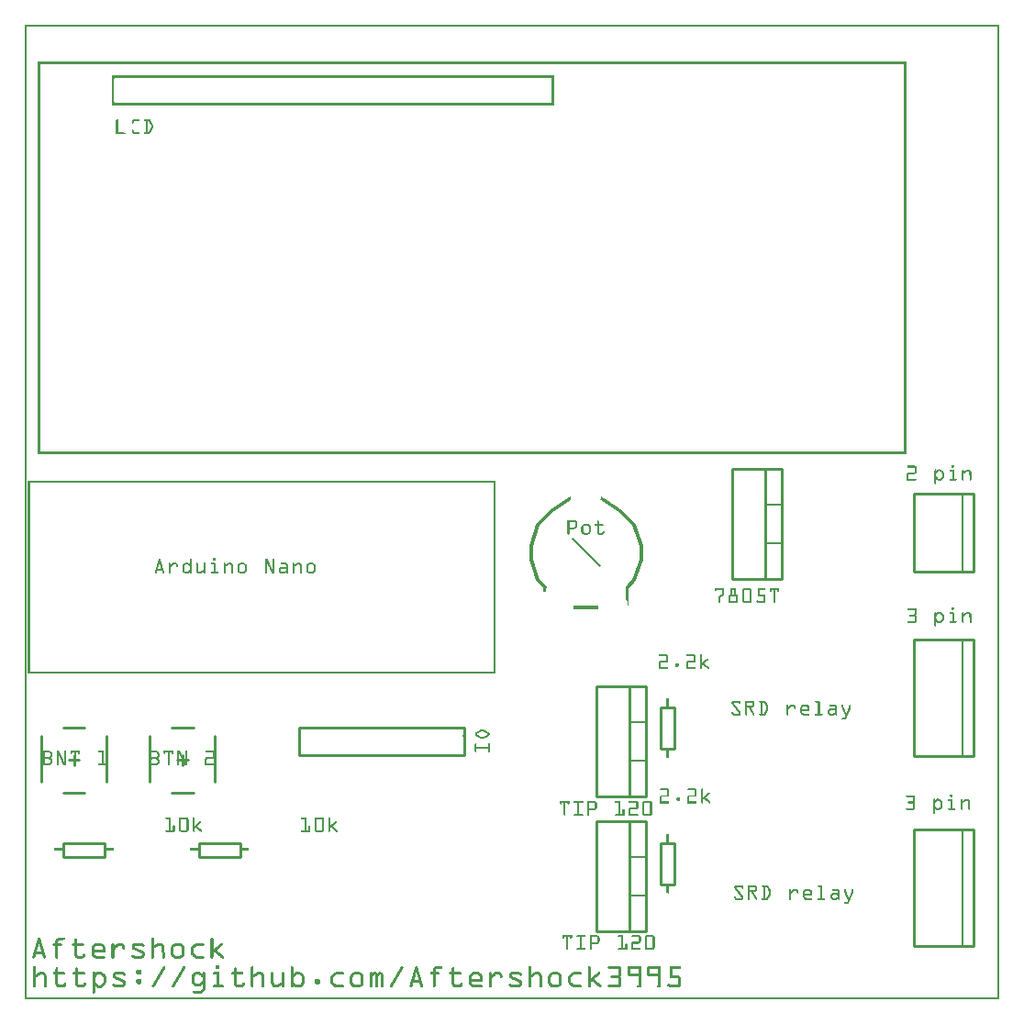
<source format=gto>
G04 MADE WITH FRITZING*
G04 WWW.FRITZING.ORG*
G04 DOUBLE SIDED*
G04 HOLES PLATED*
G04 CONTOUR ON CENTER OF CONTOUR VECTOR*
%ASAXBY*%
%FSLAX23Y23*%
%MOIN*%
%OFA0B0*%
%SFA1.0B1.0*%
%ADD10C,0.010000*%
%ADD11C,0.005000*%
%ADD12C,0.012000*%
%ADD13R,0.001000X0.001000*%
%LNSILK1*%
G90*
G70*
G54D10*
X1598Y990D02*
X998Y990D01*
D02*
X998Y990D02*
X998Y890D01*
D02*
X998Y890D02*
X1598Y890D01*
D02*
X1598Y890D02*
X1598Y990D01*
G54D11*
D02*
X1990Y1675D02*
X2090Y1575D01*
G54D12*
D02*
X2215Y1725D02*
X2165Y1775D01*
D02*
X2240Y1650D02*
X2215Y1725D01*
D02*
X2240Y1600D02*
X2240Y1650D01*
D02*
X2215Y1525D02*
X2240Y1600D01*
D02*
X2190Y1500D02*
X2215Y1525D01*
D02*
X1865Y1525D02*
X1840Y1600D01*
D02*
X1890Y1500D02*
X1865Y1525D01*
D02*
X1840Y1600D02*
X1840Y1650D01*
D02*
X1840Y1650D02*
X1865Y1725D01*
D02*
X1865Y1725D02*
X1915Y1775D01*
G54D10*
D02*
X534Y989D02*
X613Y989D01*
D02*
X455Y792D02*
X455Y959D01*
D02*
X691Y792D02*
X691Y959D01*
D02*
X534Y753D02*
X613Y753D01*
D02*
X554Y871D02*
X593Y871D01*
D02*
X573Y890D02*
X573Y851D01*
D02*
X140Y989D02*
X219Y989D01*
D02*
X62Y792D02*
X62Y959D01*
D02*
X298Y792D02*
X298Y959D01*
D02*
X140Y753D02*
X219Y753D01*
D02*
X160Y871D02*
X199Y871D01*
D02*
X180Y890D02*
X180Y851D01*
D02*
X3231Y620D02*
X3231Y196D01*
D02*
X3231Y196D02*
X3447Y196D01*
D02*
X3447Y196D02*
X3447Y620D01*
D02*
X3447Y620D02*
X3231Y620D01*
G54D11*
D02*
X3407Y196D02*
X3407Y620D01*
G54D10*
D02*
X3231Y1309D02*
X3231Y885D01*
D02*
X3231Y885D02*
X3447Y885D01*
D02*
X3447Y885D02*
X3447Y1309D01*
D02*
X3447Y1309D02*
X3231Y1309D01*
G54D11*
D02*
X3407Y885D02*
X3407Y1309D01*
G54D10*
D02*
X141Y570D02*
X291Y570D01*
D02*
X291Y570D02*
X291Y520D01*
D02*
X291Y520D02*
X141Y520D01*
D02*
X141Y520D02*
X141Y570D01*
D02*
X633Y570D02*
X783Y570D01*
D02*
X783Y570D02*
X783Y520D01*
D02*
X783Y520D02*
X633Y520D01*
D02*
X633Y520D02*
X633Y570D01*
D02*
X3231Y1840D02*
X3231Y1555D01*
D02*
X3231Y1555D02*
X3447Y1555D01*
D02*
X3447Y1555D02*
X3447Y1840D01*
D02*
X3447Y1840D02*
X3231Y1840D01*
G54D11*
D02*
X3407Y1555D02*
X3407Y1840D01*
G54D10*
D02*
X2258Y647D02*
X2258Y247D01*
D02*
X2258Y247D02*
X2078Y247D01*
D02*
X2078Y247D02*
X2078Y647D01*
D02*
X2078Y647D02*
X2258Y647D01*
D02*
X2258Y647D02*
X2258Y247D01*
D02*
X2258Y247D02*
X2198Y247D01*
D02*
X2198Y247D02*
X2198Y647D01*
D02*
X2198Y647D02*
X2258Y647D01*
G54D11*
D02*
X2258Y517D02*
X2198Y517D01*
D02*
X2258Y377D02*
X2198Y377D01*
G54D10*
D02*
X2258Y1140D02*
X2258Y740D01*
D02*
X2258Y740D02*
X2078Y740D01*
D02*
X2078Y740D02*
X2078Y1140D01*
D02*
X2078Y1140D02*
X2258Y1140D01*
D02*
X2258Y1140D02*
X2258Y740D01*
D02*
X2258Y740D02*
X2198Y740D01*
D02*
X2198Y740D02*
X2198Y1140D01*
D02*
X2198Y1140D02*
X2258Y1140D01*
G54D11*
D02*
X2258Y1010D02*
X2198Y1010D01*
D02*
X2258Y870D02*
X2198Y870D01*
G54D10*
D02*
X2311Y911D02*
X2311Y1061D01*
D02*
X2311Y1061D02*
X2361Y1061D01*
D02*
X2361Y1061D02*
X2361Y911D01*
D02*
X2361Y911D02*
X2311Y911D01*
D02*
X2311Y419D02*
X2311Y569D01*
D02*
X2311Y569D02*
X2361Y569D01*
D02*
X2361Y569D02*
X2361Y419D01*
D02*
X2361Y419D02*
X2311Y419D01*
D02*
X2750Y1927D02*
X2750Y1527D01*
D02*
X2750Y1527D02*
X2570Y1527D01*
D02*
X2570Y1527D02*
X2570Y1927D01*
D02*
X2570Y1927D02*
X2750Y1927D01*
D02*
X2750Y1927D02*
X2750Y1527D01*
D02*
X2750Y1527D02*
X2690Y1527D01*
D02*
X2690Y1527D02*
X2690Y1927D01*
D02*
X2690Y1927D02*
X2750Y1927D01*
G54D11*
D02*
X2750Y1797D02*
X2690Y1797D01*
D02*
X2750Y1657D02*
X2690Y1657D01*
G54D13*
X0Y3543D02*
X3542Y3543D01*
X0Y3542D02*
X3542Y3542D01*
X0Y3541D02*
X3542Y3541D01*
X0Y3540D02*
X3542Y3540D01*
X0Y3539D02*
X3542Y3539D01*
X0Y3538D02*
X3542Y3538D01*
X0Y3537D02*
X3542Y3537D01*
X0Y3536D02*
X3542Y3536D01*
X0Y3535D02*
X7Y3535D01*
X3535Y3535D02*
X3542Y3535D01*
X0Y3534D02*
X7Y3534D01*
X3535Y3534D02*
X3542Y3534D01*
X0Y3533D02*
X7Y3533D01*
X3535Y3533D02*
X3542Y3533D01*
X0Y3532D02*
X7Y3532D01*
X3535Y3532D02*
X3542Y3532D01*
X0Y3531D02*
X7Y3531D01*
X3535Y3531D02*
X3542Y3531D01*
X0Y3530D02*
X7Y3530D01*
X3535Y3530D02*
X3542Y3530D01*
X0Y3529D02*
X7Y3529D01*
X3535Y3529D02*
X3542Y3529D01*
X0Y3528D02*
X7Y3528D01*
X3535Y3528D02*
X3542Y3528D01*
X0Y3527D02*
X7Y3527D01*
X3535Y3527D02*
X3542Y3527D01*
X0Y3526D02*
X7Y3526D01*
X3535Y3526D02*
X3542Y3526D01*
X0Y3525D02*
X7Y3525D01*
X3535Y3525D02*
X3542Y3525D01*
X0Y3524D02*
X7Y3524D01*
X3535Y3524D02*
X3542Y3524D01*
X0Y3523D02*
X7Y3523D01*
X3535Y3523D02*
X3542Y3523D01*
X0Y3522D02*
X7Y3522D01*
X3535Y3522D02*
X3542Y3522D01*
X0Y3521D02*
X7Y3521D01*
X3535Y3521D02*
X3542Y3521D01*
X0Y3520D02*
X7Y3520D01*
X3535Y3520D02*
X3542Y3520D01*
X0Y3519D02*
X7Y3519D01*
X3535Y3519D02*
X3542Y3519D01*
X0Y3518D02*
X7Y3518D01*
X3535Y3518D02*
X3542Y3518D01*
X0Y3517D02*
X7Y3517D01*
X3535Y3517D02*
X3542Y3517D01*
X0Y3516D02*
X7Y3516D01*
X3535Y3516D02*
X3542Y3516D01*
X0Y3515D02*
X7Y3515D01*
X3535Y3515D02*
X3542Y3515D01*
X0Y3514D02*
X7Y3514D01*
X3535Y3514D02*
X3542Y3514D01*
X0Y3513D02*
X7Y3513D01*
X3535Y3513D02*
X3542Y3513D01*
X0Y3512D02*
X7Y3512D01*
X3535Y3512D02*
X3542Y3512D01*
X0Y3511D02*
X7Y3511D01*
X3535Y3511D02*
X3542Y3511D01*
X0Y3510D02*
X7Y3510D01*
X3535Y3510D02*
X3542Y3510D01*
X0Y3509D02*
X7Y3509D01*
X3535Y3509D02*
X3542Y3509D01*
X0Y3508D02*
X7Y3508D01*
X3535Y3508D02*
X3542Y3508D01*
X0Y3507D02*
X7Y3507D01*
X3535Y3507D02*
X3542Y3507D01*
X0Y3506D02*
X7Y3506D01*
X3535Y3506D02*
X3542Y3506D01*
X0Y3505D02*
X7Y3505D01*
X3535Y3505D02*
X3542Y3505D01*
X0Y3504D02*
X7Y3504D01*
X3535Y3504D02*
X3542Y3504D01*
X0Y3503D02*
X7Y3503D01*
X3535Y3503D02*
X3542Y3503D01*
X0Y3502D02*
X7Y3502D01*
X3535Y3502D02*
X3542Y3502D01*
X0Y3501D02*
X7Y3501D01*
X3535Y3501D02*
X3542Y3501D01*
X0Y3500D02*
X7Y3500D01*
X3535Y3500D02*
X3542Y3500D01*
X0Y3499D02*
X7Y3499D01*
X3535Y3499D02*
X3542Y3499D01*
X0Y3498D02*
X7Y3498D01*
X3535Y3498D02*
X3542Y3498D01*
X0Y3497D02*
X7Y3497D01*
X3535Y3497D02*
X3542Y3497D01*
X0Y3496D02*
X7Y3496D01*
X3535Y3496D02*
X3542Y3496D01*
X0Y3495D02*
X7Y3495D01*
X3535Y3495D02*
X3542Y3495D01*
X0Y3494D02*
X7Y3494D01*
X3535Y3494D02*
X3542Y3494D01*
X0Y3493D02*
X7Y3493D01*
X3535Y3493D02*
X3542Y3493D01*
X0Y3492D02*
X7Y3492D01*
X3535Y3492D02*
X3542Y3492D01*
X0Y3491D02*
X7Y3491D01*
X3535Y3491D02*
X3542Y3491D01*
X0Y3490D02*
X7Y3490D01*
X3535Y3490D02*
X3542Y3490D01*
X0Y3489D02*
X7Y3489D01*
X3535Y3489D02*
X3542Y3489D01*
X0Y3488D02*
X7Y3488D01*
X3535Y3488D02*
X3542Y3488D01*
X0Y3487D02*
X7Y3487D01*
X3535Y3487D02*
X3542Y3487D01*
X0Y3486D02*
X7Y3486D01*
X3535Y3486D02*
X3542Y3486D01*
X0Y3485D02*
X7Y3485D01*
X3535Y3485D02*
X3542Y3485D01*
X0Y3484D02*
X7Y3484D01*
X3535Y3484D02*
X3542Y3484D01*
X0Y3483D02*
X7Y3483D01*
X3535Y3483D02*
X3542Y3483D01*
X0Y3482D02*
X7Y3482D01*
X3535Y3482D02*
X3542Y3482D01*
X0Y3481D02*
X7Y3481D01*
X3535Y3481D02*
X3542Y3481D01*
X0Y3480D02*
X7Y3480D01*
X3535Y3480D02*
X3542Y3480D01*
X0Y3479D02*
X7Y3479D01*
X3535Y3479D02*
X3542Y3479D01*
X0Y3478D02*
X7Y3478D01*
X3535Y3478D02*
X3542Y3478D01*
X0Y3477D02*
X7Y3477D01*
X3535Y3477D02*
X3542Y3477D01*
X0Y3476D02*
X7Y3476D01*
X3535Y3476D02*
X3542Y3476D01*
X0Y3475D02*
X7Y3475D01*
X3535Y3475D02*
X3542Y3475D01*
X0Y3474D02*
X7Y3474D01*
X3535Y3474D02*
X3542Y3474D01*
X0Y3473D02*
X7Y3473D01*
X3535Y3473D02*
X3542Y3473D01*
X0Y3472D02*
X7Y3472D01*
X3535Y3472D02*
X3542Y3472D01*
X0Y3471D02*
X7Y3471D01*
X3535Y3471D02*
X3542Y3471D01*
X0Y3470D02*
X7Y3470D01*
X3535Y3470D02*
X3542Y3470D01*
X0Y3469D02*
X7Y3469D01*
X3535Y3469D02*
X3542Y3469D01*
X0Y3468D02*
X7Y3468D01*
X3535Y3468D02*
X3542Y3468D01*
X0Y3467D02*
X7Y3467D01*
X3535Y3467D02*
X3542Y3467D01*
X0Y3466D02*
X7Y3466D01*
X3535Y3466D02*
X3542Y3466D01*
X0Y3465D02*
X7Y3465D01*
X3535Y3465D02*
X3542Y3465D01*
X0Y3464D02*
X7Y3464D01*
X3535Y3464D02*
X3542Y3464D01*
X0Y3463D02*
X7Y3463D01*
X3535Y3463D02*
X3542Y3463D01*
X0Y3462D02*
X7Y3462D01*
X3535Y3462D02*
X3542Y3462D01*
X0Y3461D02*
X7Y3461D01*
X3535Y3461D02*
X3542Y3461D01*
X0Y3460D02*
X7Y3460D01*
X3535Y3460D02*
X3542Y3460D01*
X0Y3459D02*
X7Y3459D01*
X3535Y3459D02*
X3542Y3459D01*
X0Y3458D02*
X7Y3458D01*
X3535Y3458D02*
X3542Y3458D01*
X0Y3457D02*
X7Y3457D01*
X3535Y3457D02*
X3542Y3457D01*
X0Y3456D02*
X7Y3456D01*
X3535Y3456D02*
X3542Y3456D01*
X0Y3455D02*
X7Y3455D01*
X3535Y3455D02*
X3542Y3455D01*
X0Y3454D02*
X7Y3454D01*
X3535Y3454D02*
X3542Y3454D01*
X0Y3453D02*
X7Y3453D01*
X3535Y3453D02*
X3542Y3453D01*
X0Y3452D02*
X7Y3452D01*
X3535Y3452D02*
X3542Y3452D01*
X0Y3451D02*
X7Y3451D01*
X3535Y3451D02*
X3542Y3451D01*
X0Y3450D02*
X7Y3450D01*
X3535Y3450D02*
X3542Y3450D01*
X0Y3449D02*
X7Y3449D01*
X3535Y3449D02*
X3542Y3449D01*
X0Y3448D02*
X7Y3448D01*
X3535Y3448D02*
X3542Y3448D01*
X0Y3447D02*
X7Y3447D01*
X3535Y3447D02*
X3542Y3447D01*
X0Y3446D02*
X7Y3446D01*
X3535Y3446D02*
X3542Y3446D01*
X0Y3445D02*
X7Y3445D01*
X3535Y3445D02*
X3542Y3445D01*
X0Y3444D02*
X7Y3444D01*
X3535Y3444D02*
X3542Y3444D01*
X0Y3443D02*
X7Y3443D01*
X3535Y3443D02*
X3542Y3443D01*
X0Y3442D02*
X7Y3442D01*
X3535Y3442D02*
X3542Y3442D01*
X0Y3441D02*
X7Y3441D01*
X3535Y3441D02*
X3542Y3441D01*
X0Y3440D02*
X7Y3440D01*
X3535Y3440D02*
X3542Y3440D01*
X0Y3439D02*
X7Y3439D01*
X3535Y3439D02*
X3542Y3439D01*
X0Y3438D02*
X7Y3438D01*
X3535Y3438D02*
X3542Y3438D01*
X0Y3437D02*
X7Y3437D01*
X3535Y3437D02*
X3542Y3437D01*
X0Y3436D02*
X7Y3436D01*
X3535Y3436D02*
X3542Y3436D01*
X0Y3435D02*
X7Y3435D01*
X3535Y3435D02*
X3542Y3435D01*
X0Y3434D02*
X7Y3434D01*
X3535Y3434D02*
X3542Y3434D01*
X0Y3433D02*
X7Y3433D01*
X3535Y3433D02*
X3542Y3433D01*
X0Y3432D02*
X7Y3432D01*
X3535Y3432D02*
X3542Y3432D01*
X0Y3431D02*
X7Y3431D01*
X3535Y3431D02*
X3542Y3431D01*
X0Y3430D02*
X7Y3430D01*
X3535Y3430D02*
X3542Y3430D01*
X0Y3429D02*
X7Y3429D01*
X3535Y3429D02*
X3542Y3429D01*
X0Y3428D02*
X7Y3428D01*
X3535Y3428D02*
X3542Y3428D01*
X0Y3427D02*
X7Y3427D01*
X3535Y3427D02*
X3542Y3427D01*
X0Y3426D02*
X7Y3426D01*
X3535Y3426D02*
X3542Y3426D01*
X0Y3425D02*
X7Y3425D01*
X3535Y3425D02*
X3542Y3425D01*
X0Y3424D02*
X7Y3424D01*
X3535Y3424D02*
X3542Y3424D01*
X0Y3423D02*
X7Y3423D01*
X3535Y3423D02*
X3542Y3423D01*
X0Y3422D02*
X7Y3422D01*
X3535Y3422D02*
X3542Y3422D01*
X0Y3421D02*
X7Y3421D01*
X3535Y3421D02*
X3542Y3421D01*
X0Y3420D02*
X7Y3420D01*
X3535Y3420D02*
X3542Y3420D01*
X0Y3419D02*
X7Y3419D01*
X3535Y3419D02*
X3542Y3419D01*
X0Y3418D02*
X7Y3418D01*
X3535Y3418D02*
X3542Y3418D01*
X0Y3417D02*
X7Y3417D01*
X3535Y3417D02*
X3542Y3417D01*
X0Y3416D02*
X7Y3416D01*
X3535Y3416D02*
X3542Y3416D01*
X0Y3415D02*
X7Y3415D01*
X3535Y3415D02*
X3542Y3415D01*
X0Y3414D02*
X7Y3414D01*
X3535Y3414D02*
X3542Y3414D01*
X0Y3413D02*
X7Y3413D01*
X3535Y3413D02*
X3542Y3413D01*
X0Y3412D02*
X7Y3412D01*
X3535Y3412D02*
X3542Y3412D01*
X0Y3411D02*
X7Y3411D01*
X3535Y3411D02*
X3542Y3411D01*
X0Y3410D02*
X7Y3410D01*
X3535Y3410D02*
X3542Y3410D01*
X0Y3409D02*
X7Y3409D01*
X3535Y3409D02*
X3542Y3409D01*
X0Y3408D02*
X7Y3408D01*
X3535Y3408D02*
X3542Y3408D01*
X0Y3407D02*
X7Y3407D01*
X47Y3407D02*
X3205Y3407D01*
X3535Y3407D02*
X3542Y3407D01*
X0Y3406D02*
X7Y3406D01*
X47Y3406D02*
X3205Y3406D01*
X3535Y3406D02*
X3542Y3406D01*
X0Y3405D02*
X7Y3405D01*
X47Y3405D02*
X3205Y3405D01*
X3535Y3405D02*
X3542Y3405D01*
X0Y3404D02*
X7Y3404D01*
X47Y3404D02*
X3205Y3404D01*
X3535Y3404D02*
X3542Y3404D01*
X0Y3403D02*
X7Y3403D01*
X47Y3403D02*
X3205Y3403D01*
X3535Y3403D02*
X3542Y3403D01*
X0Y3402D02*
X7Y3402D01*
X47Y3402D02*
X3205Y3402D01*
X3535Y3402D02*
X3542Y3402D01*
X0Y3401D02*
X7Y3401D01*
X47Y3401D02*
X3205Y3401D01*
X3535Y3401D02*
X3542Y3401D01*
X0Y3400D02*
X7Y3400D01*
X47Y3400D02*
X3205Y3400D01*
X3535Y3400D02*
X3542Y3400D01*
X0Y3399D02*
X7Y3399D01*
X47Y3399D02*
X3205Y3399D01*
X3535Y3399D02*
X3542Y3399D01*
X0Y3398D02*
X7Y3398D01*
X47Y3398D02*
X3205Y3398D01*
X3535Y3398D02*
X3542Y3398D01*
X0Y3397D02*
X7Y3397D01*
X47Y3397D02*
X56Y3397D01*
X3196Y3397D02*
X3205Y3397D01*
X3535Y3397D02*
X3542Y3397D01*
X0Y3396D02*
X7Y3396D01*
X47Y3396D02*
X56Y3396D01*
X3196Y3396D02*
X3205Y3396D01*
X3535Y3396D02*
X3542Y3396D01*
X0Y3395D02*
X7Y3395D01*
X47Y3395D02*
X56Y3395D01*
X3196Y3395D02*
X3205Y3395D01*
X3535Y3395D02*
X3542Y3395D01*
X0Y3394D02*
X7Y3394D01*
X47Y3394D02*
X56Y3394D01*
X3196Y3394D02*
X3205Y3394D01*
X3535Y3394D02*
X3542Y3394D01*
X0Y3393D02*
X7Y3393D01*
X47Y3393D02*
X56Y3393D01*
X3196Y3393D02*
X3205Y3393D01*
X3535Y3393D02*
X3542Y3393D01*
X0Y3392D02*
X7Y3392D01*
X47Y3392D02*
X56Y3392D01*
X3196Y3392D02*
X3205Y3392D01*
X3535Y3392D02*
X3542Y3392D01*
X0Y3391D02*
X7Y3391D01*
X47Y3391D02*
X56Y3391D01*
X3196Y3391D02*
X3205Y3391D01*
X3535Y3391D02*
X3542Y3391D01*
X0Y3390D02*
X7Y3390D01*
X47Y3390D02*
X56Y3390D01*
X3196Y3390D02*
X3205Y3390D01*
X3535Y3390D02*
X3542Y3390D01*
X0Y3389D02*
X7Y3389D01*
X47Y3389D02*
X56Y3389D01*
X3196Y3389D02*
X3205Y3389D01*
X3535Y3389D02*
X3542Y3389D01*
X0Y3388D02*
X7Y3388D01*
X47Y3388D02*
X56Y3388D01*
X3196Y3388D02*
X3205Y3388D01*
X3535Y3388D02*
X3542Y3388D01*
X0Y3387D02*
X7Y3387D01*
X47Y3387D02*
X56Y3387D01*
X3196Y3387D02*
X3205Y3387D01*
X3535Y3387D02*
X3542Y3387D01*
X0Y3386D02*
X7Y3386D01*
X47Y3386D02*
X56Y3386D01*
X3196Y3386D02*
X3205Y3386D01*
X3535Y3386D02*
X3542Y3386D01*
X0Y3385D02*
X7Y3385D01*
X47Y3385D02*
X56Y3385D01*
X3196Y3385D02*
X3205Y3385D01*
X3535Y3385D02*
X3542Y3385D01*
X0Y3384D02*
X7Y3384D01*
X47Y3384D02*
X56Y3384D01*
X3196Y3384D02*
X3205Y3384D01*
X3535Y3384D02*
X3542Y3384D01*
X0Y3383D02*
X7Y3383D01*
X47Y3383D02*
X56Y3383D01*
X3196Y3383D02*
X3205Y3383D01*
X3535Y3383D02*
X3542Y3383D01*
X0Y3382D02*
X7Y3382D01*
X47Y3382D02*
X56Y3382D01*
X3196Y3382D02*
X3205Y3382D01*
X3535Y3382D02*
X3542Y3382D01*
X0Y3381D02*
X7Y3381D01*
X47Y3381D02*
X56Y3381D01*
X3196Y3381D02*
X3205Y3381D01*
X3535Y3381D02*
X3542Y3381D01*
X0Y3380D02*
X7Y3380D01*
X47Y3380D02*
X56Y3380D01*
X3196Y3380D02*
X3205Y3380D01*
X3535Y3380D02*
X3542Y3380D01*
X0Y3379D02*
X7Y3379D01*
X47Y3379D02*
X56Y3379D01*
X3196Y3379D02*
X3205Y3379D01*
X3535Y3379D02*
X3542Y3379D01*
X0Y3378D02*
X7Y3378D01*
X47Y3378D02*
X56Y3378D01*
X3196Y3378D02*
X3205Y3378D01*
X3535Y3378D02*
X3542Y3378D01*
X0Y3377D02*
X7Y3377D01*
X47Y3377D02*
X56Y3377D01*
X3196Y3377D02*
X3205Y3377D01*
X3535Y3377D02*
X3542Y3377D01*
X0Y3376D02*
X7Y3376D01*
X47Y3376D02*
X56Y3376D01*
X3196Y3376D02*
X3205Y3376D01*
X3535Y3376D02*
X3542Y3376D01*
X0Y3375D02*
X7Y3375D01*
X47Y3375D02*
X56Y3375D01*
X3196Y3375D02*
X3205Y3375D01*
X3535Y3375D02*
X3542Y3375D01*
X0Y3374D02*
X7Y3374D01*
X47Y3374D02*
X56Y3374D01*
X3196Y3374D02*
X3205Y3374D01*
X3535Y3374D02*
X3542Y3374D01*
X0Y3373D02*
X7Y3373D01*
X47Y3373D02*
X56Y3373D01*
X3196Y3373D02*
X3205Y3373D01*
X3535Y3373D02*
X3542Y3373D01*
X0Y3372D02*
X7Y3372D01*
X47Y3372D02*
X56Y3372D01*
X3196Y3372D02*
X3205Y3372D01*
X3535Y3372D02*
X3542Y3372D01*
X0Y3371D02*
X7Y3371D01*
X47Y3371D02*
X56Y3371D01*
X3196Y3371D02*
X3205Y3371D01*
X3535Y3371D02*
X3542Y3371D01*
X0Y3370D02*
X7Y3370D01*
X47Y3370D02*
X56Y3370D01*
X3196Y3370D02*
X3205Y3370D01*
X3535Y3370D02*
X3542Y3370D01*
X0Y3369D02*
X7Y3369D01*
X47Y3369D02*
X56Y3369D01*
X3196Y3369D02*
X3205Y3369D01*
X3535Y3369D02*
X3542Y3369D01*
X0Y3368D02*
X7Y3368D01*
X47Y3368D02*
X56Y3368D01*
X3196Y3368D02*
X3205Y3368D01*
X3535Y3368D02*
X3542Y3368D01*
X0Y3367D02*
X7Y3367D01*
X47Y3367D02*
X56Y3367D01*
X3196Y3367D02*
X3205Y3367D01*
X3535Y3367D02*
X3542Y3367D01*
X0Y3366D02*
X7Y3366D01*
X47Y3366D02*
X56Y3366D01*
X3196Y3366D02*
X3205Y3366D01*
X3535Y3366D02*
X3542Y3366D01*
X0Y3365D02*
X7Y3365D01*
X47Y3365D02*
X56Y3365D01*
X3196Y3365D02*
X3205Y3365D01*
X3535Y3365D02*
X3542Y3365D01*
X0Y3364D02*
X7Y3364D01*
X47Y3364D02*
X56Y3364D01*
X3196Y3364D02*
X3205Y3364D01*
X3535Y3364D02*
X3542Y3364D01*
X0Y3363D02*
X7Y3363D01*
X47Y3363D02*
X56Y3363D01*
X3196Y3363D02*
X3205Y3363D01*
X3535Y3363D02*
X3542Y3363D01*
X0Y3362D02*
X7Y3362D01*
X47Y3362D02*
X56Y3362D01*
X3196Y3362D02*
X3205Y3362D01*
X3535Y3362D02*
X3542Y3362D01*
X0Y3361D02*
X7Y3361D01*
X47Y3361D02*
X56Y3361D01*
X3196Y3361D02*
X3205Y3361D01*
X3535Y3361D02*
X3542Y3361D01*
X0Y3360D02*
X7Y3360D01*
X47Y3360D02*
X56Y3360D01*
X3196Y3360D02*
X3205Y3360D01*
X3535Y3360D02*
X3542Y3360D01*
X0Y3359D02*
X7Y3359D01*
X47Y3359D02*
X56Y3359D01*
X3196Y3359D02*
X3205Y3359D01*
X3535Y3359D02*
X3542Y3359D01*
X0Y3358D02*
X7Y3358D01*
X47Y3358D02*
X56Y3358D01*
X3196Y3358D02*
X3205Y3358D01*
X3535Y3358D02*
X3542Y3358D01*
X0Y3357D02*
X7Y3357D01*
X47Y3357D02*
X56Y3357D01*
X317Y3357D02*
X1925Y3357D01*
X3196Y3357D02*
X3205Y3357D01*
X3535Y3357D02*
X3542Y3357D01*
X0Y3356D02*
X7Y3356D01*
X47Y3356D02*
X56Y3356D01*
X317Y3356D02*
X1925Y3356D01*
X3196Y3356D02*
X3205Y3356D01*
X3535Y3356D02*
X3542Y3356D01*
X0Y3355D02*
X7Y3355D01*
X47Y3355D02*
X56Y3355D01*
X317Y3355D02*
X1925Y3355D01*
X3196Y3355D02*
X3205Y3355D01*
X3535Y3355D02*
X3542Y3355D01*
X0Y3354D02*
X7Y3354D01*
X47Y3354D02*
X56Y3354D01*
X317Y3354D02*
X1925Y3354D01*
X3196Y3354D02*
X3205Y3354D01*
X3535Y3354D02*
X3542Y3354D01*
X0Y3353D02*
X7Y3353D01*
X47Y3353D02*
X56Y3353D01*
X317Y3353D02*
X1925Y3353D01*
X3196Y3353D02*
X3205Y3353D01*
X3535Y3353D02*
X3542Y3353D01*
X0Y3352D02*
X7Y3352D01*
X47Y3352D02*
X56Y3352D01*
X317Y3352D02*
X1925Y3352D01*
X3196Y3352D02*
X3205Y3352D01*
X3535Y3352D02*
X3542Y3352D01*
X0Y3351D02*
X7Y3351D01*
X47Y3351D02*
X56Y3351D01*
X317Y3351D02*
X1925Y3351D01*
X3196Y3351D02*
X3205Y3351D01*
X3535Y3351D02*
X3542Y3351D01*
X0Y3350D02*
X7Y3350D01*
X47Y3350D02*
X56Y3350D01*
X317Y3350D02*
X1925Y3350D01*
X3196Y3350D02*
X3205Y3350D01*
X3535Y3350D02*
X3542Y3350D01*
X0Y3349D02*
X7Y3349D01*
X47Y3349D02*
X56Y3349D01*
X317Y3349D02*
X1925Y3349D01*
X3196Y3349D02*
X3205Y3349D01*
X3535Y3349D02*
X3542Y3349D01*
X0Y3348D02*
X7Y3348D01*
X47Y3348D02*
X56Y3348D01*
X317Y3348D02*
X1925Y3348D01*
X3196Y3348D02*
X3205Y3348D01*
X3535Y3348D02*
X3542Y3348D01*
X0Y3347D02*
X7Y3347D01*
X47Y3347D02*
X56Y3347D01*
X317Y3347D02*
X326Y3347D01*
X1916Y3347D02*
X1925Y3347D01*
X3196Y3347D02*
X3205Y3347D01*
X3535Y3347D02*
X3542Y3347D01*
X0Y3346D02*
X7Y3346D01*
X47Y3346D02*
X56Y3346D01*
X317Y3346D02*
X326Y3346D01*
X1916Y3346D02*
X1925Y3346D01*
X3196Y3346D02*
X3205Y3346D01*
X3535Y3346D02*
X3542Y3346D01*
X0Y3345D02*
X7Y3345D01*
X47Y3345D02*
X56Y3345D01*
X317Y3345D02*
X323Y3345D01*
X1916Y3345D02*
X1925Y3345D01*
X3196Y3345D02*
X3205Y3345D01*
X3535Y3345D02*
X3542Y3345D01*
X0Y3344D02*
X7Y3344D01*
X47Y3344D02*
X56Y3344D01*
X317Y3344D02*
X323Y3344D01*
X1916Y3344D02*
X1925Y3344D01*
X3196Y3344D02*
X3205Y3344D01*
X3535Y3344D02*
X3542Y3344D01*
X0Y3343D02*
X7Y3343D01*
X47Y3343D02*
X56Y3343D01*
X317Y3343D02*
X323Y3343D01*
X1916Y3343D02*
X1925Y3343D01*
X3196Y3343D02*
X3205Y3343D01*
X3535Y3343D02*
X3542Y3343D01*
X0Y3342D02*
X7Y3342D01*
X47Y3342D02*
X56Y3342D01*
X317Y3342D02*
X323Y3342D01*
X1916Y3342D02*
X1925Y3342D01*
X3196Y3342D02*
X3205Y3342D01*
X3535Y3342D02*
X3542Y3342D01*
X0Y3341D02*
X7Y3341D01*
X47Y3341D02*
X56Y3341D01*
X317Y3341D02*
X323Y3341D01*
X1916Y3341D02*
X1925Y3341D01*
X3196Y3341D02*
X3205Y3341D01*
X3535Y3341D02*
X3542Y3341D01*
X0Y3340D02*
X7Y3340D01*
X47Y3340D02*
X56Y3340D01*
X317Y3340D02*
X323Y3340D01*
X1916Y3340D02*
X1925Y3340D01*
X3196Y3340D02*
X3205Y3340D01*
X3535Y3340D02*
X3542Y3340D01*
X0Y3339D02*
X7Y3339D01*
X47Y3339D02*
X56Y3339D01*
X317Y3339D02*
X323Y3339D01*
X1916Y3339D02*
X1925Y3339D01*
X3196Y3339D02*
X3205Y3339D01*
X3535Y3339D02*
X3542Y3339D01*
X0Y3338D02*
X7Y3338D01*
X47Y3338D02*
X56Y3338D01*
X317Y3338D02*
X323Y3338D01*
X1916Y3338D02*
X1925Y3338D01*
X3196Y3338D02*
X3205Y3338D01*
X3535Y3338D02*
X3542Y3338D01*
X0Y3337D02*
X7Y3337D01*
X47Y3337D02*
X56Y3337D01*
X317Y3337D02*
X323Y3337D01*
X1916Y3337D02*
X1925Y3337D01*
X3196Y3337D02*
X3205Y3337D01*
X3535Y3337D02*
X3542Y3337D01*
X0Y3336D02*
X7Y3336D01*
X47Y3336D02*
X56Y3336D01*
X317Y3336D02*
X323Y3336D01*
X1916Y3336D02*
X1925Y3336D01*
X3196Y3336D02*
X3205Y3336D01*
X3535Y3336D02*
X3542Y3336D01*
X0Y3335D02*
X7Y3335D01*
X47Y3335D02*
X56Y3335D01*
X317Y3335D02*
X323Y3335D01*
X1916Y3335D02*
X1925Y3335D01*
X3196Y3335D02*
X3205Y3335D01*
X3535Y3335D02*
X3542Y3335D01*
X0Y3334D02*
X7Y3334D01*
X47Y3334D02*
X56Y3334D01*
X317Y3334D02*
X323Y3334D01*
X1916Y3334D02*
X1925Y3334D01*
X3196Y3334D02*
X3205Y3334D01*
X3535Y3334D02*
X3542Y3334D01*
X0Y3333D02*
X7Y3333D01*
X47Y3333D02*
X56Y3333D01*
X317Y3333D02*
X323Y3333D01*
X1916Y3333D02*
X1925Y3333D01*
X3196Y3333D02*
X3205Y3333D01*
X3535Y3333D02*
X3542Y3333D01*
X0Y3332D02*
X7Y3332D01*
X47Y3332D02*
X56Y3332D01*
X317Y3332D02*
X323Y3332D01*
X1916Y3332D02*
X1925Y3332D01*
X3196Y3332D02*
X3205Y3332D01*
X3535Y3332D02*
X3542Y3332D01*
X0Y3331D02*
X7Y3331D01*
X47Y3331D02*
X56Y3331D01*
X317Y3331D02*
X323Y3331D01*
X1916Y3331D02*
X1925Y3331D01*
X3196Y3331D02*
X3205Y3331D01*
X3535Y3331D02*
X3542Y3331D01*
X0Y3330D02*
X7Y3330D01*
X47Y3330D02*
X56Y3330D01*
X317Y3330D02*
X323Y3330D01*
X1916Y3330D02*
X1925Y3330D01*
X3196Y3330D02*
X3205Y3330D01*
X3535Y3330D02*
X3542Y3330D01*
X0Y3329D02*
X7Y3329D01*
X47Y3329D02*
X56Y3329D01*
X317Y3329D02*
X323Y3329D01*
X1916Y3329D02*
X1925Y3329D01*
X3196Y3329D02*
X3205Y3329D01*
X3535Y3329D02*
X3542Y3329D01*
X0Y3328D02*
X7Y3328D01*
X47Y3328D02*
X56Y3328D01*
X317Y3328D02*
X323Y3328D01*
X1916Y3328D02*
X1925Y3328D01*
X3196Y3328D02*
X3205Y3328D01*
X3535Y3328D02*
X3542Y3328D01*
X0Y3327D02*
X7Y3327D01*
X47Y3327D02*
X56Y3327D01*
X317Y3327D02*
X323Y3327D01*
X1916Y3327D02*
X1925Y3327D01*
X3196Y3327D02*
X3205Y3327D01*
X3535Y3327D02*
X3542Y3327D01*
X0Y3326D02*
X7Y3326D01*
X47Y3326D02*
X56Y3326D01*
X317Y3326D02*
X323Y3326D01*
X1916Y3326D02*
X1925Y3326D01*
X3196Y3326D02*
X3205Y3326D01*
X3535Y3326D02*
X3542Y3326D01*
X0Y3325D02*
X7Y3325D01*
X47Y3325D02*
X56Y3325D01*
X317Y3325D02*
X323Y3325D01*
X1916Y3325D02*
X1925Y3325D01*
X3196Y3325D02*
X3205Y3325D01*
X3535Y3325D02*
X3542Y3325D01*
X0Y3324D02*
X7Y3324D01*
X47Y3324D02*
X56Y3324D01*
X317Y3324D02*
X323Y3324D01*
X1916Y3324D02*
X1925Y3324D01*
X3196Y3324D02*
X3205Y3324D01*
X3535Y3324D02*
X3542Y3324D01*
X0Y3323D02*
X7Y3323D01*
X47Y3323D02*
X56Y3323D01*
X317Y3323D02*
X323Y3323D01*
X1916Y3323D02*
X1925Y3323D01*
X3196Y3323D02*
X3205Y3323D01*
X3535Y3323D02*
X3542Y3323D01*
X0Y3322D02*
X7Y3322D01*
X47Y3322D02*
X56Y3322D01*
X317Y3322D02*
X323Y3322D01*
X1916Y3322D02*
X1925Y3322D01*
X3196Y3322D02*
X3205Y3322D01*
X3535Y3322D02*
X3542Y3322D01*
X0Y3321D02*
X7Y3321D01*
X47Y3321D02*
X56Y3321D01*
X317Y3321D02*
X323Y3321D01*
X1916Y3321D02*
X1925Y3321D01*
X3196Y3321D02*
X3205Y3321D01*
X3535Y3321D02*
X3542Y3321D01*
X0Y3320D02*
X7Y3320D01*
X47Y3320D02*
X56Y3320D01*
X317Y3320D02*
X323Y3320D01*
X1916Y3320D02*
X1925Y3320D01*
X3196Y3320D02*
X3205Y3320D01*
X3535Y3320D02*
X3542Y3320D01*
X0Y3319D02*
X7Y3319D01*
X47Y3319D02*
X56Y3319D01*
X317Y3319D02*
X323Y3319D01*
X1916Y3319D02*
X1925Y3319D01*
X3196Y3319D02*
X3205Y3319D01*
X3535Y3319D02*
X3542Y3319D01*
X0Y3318D02*
X7Y3318D01*
X47Y3318D02*
X56Y3318D01*
X317Y3318D02*
X323Y3318D01*
X1916Y3318D02*
X1925Y3318D01*
X3196Y3318D02*
X3205Y3318D01*
X3535Y3318D02*
X3542Y3318D01*
X0Y3317D02*
X7Y3317D01*
X47Y3317D02*
X56Y3317D01*
X317Y3317D02*
X323Y3317D01*
X1916Y3317D02*
X1925Y3317D01*
X3196Y3317D02*
X3205Y3317D01*
X3535Y3317D02*
X3542Y3317D01*
X0Y3316D02*
X7Y3316D01*
X47Y3316D02*
X56Y3316D01*
X317Y3316D02*
X323Y3316D01*
X1916Y3316D02*
X1925Y3316D01*
X3196Y3316D02*
X3205Y3316D01*
X3535Y3316D02*
X3542Y3316D01*
X0Y3315D02*
X7Y3315D01*
X47Y3315D02*
X56Y3315D01*
X317Y3315D02*
X323Y3315D01*
X1916Y3315D02*
X1925Y3315D01*
X3196Y3315D02*
X3205Y3315D01*
X3535Y3315D02*
X3542Y3315D01*
X0Y3314D02*
X7Y3314D01*
X47Y3314D02*
X56Y3314D01*
X317Y3314D02*
X323Y3314D01*
X1916Y3314D02*
X1925Y3314D01*
X3196Y3314D02*
X3205Y3314D01*
X3535Y3314D02*
X3542Y3314D01*
X0Y3313D02*
X7Y3313D01*
X47Y3313D02*
X56Y3313D01*
X317Y3313D02*
X323Y3313D01*
X1916Y3313D02*
X1925Y3313D01*
X3196Y3313D02*
X3205Y3313D01*
X3535Y3313D02*
X3542Y3313D01*
X0Y3312D02*
X7Y3312D01*
X47Y3312D02*
X56Y3312D01*
X317Y3312D02*
X323Y3312D01*
X1916Y3312D02*
X1925Y3312D01*
X3196Y3312D02*
X3205Y3312D01*
X3535Y3312D02*
X3542Y3312D01*
X0Y3311D02*
X7Y3311D01*
X47Y3311D02*
X56Y3311D01*
X317Y3311D02*
X323Y3311D01*
X1916Y3311D02*
X1925Y3311D01*
X3196Y3311D02*
X3205Y3311D01*
X3535Y3311D02*
X3542Y3311D01*
X0Y3310D02*
X7Y3310D01*
X47Y3310D02*
X56Y3310D01*
X317Y3310D02*
X323Y3310D01*
X1916Y3310D02*
X1925Y3310D01*
X3196Y3310D02*
X3205Y3310D01*
X3535Y3310D02*
X3542Y3310D01*
X0Y3309D02*
X7Y3309D01*
X47Y3309D02*
X56Y3309D01*
X317Y3309D02*
X323Y3309D01*
X1916Y3309D02*
X1925Y3309D01*
X3196Y3309D02*
X3205Y3309D01*
X3535Y3309D02*
X3542Y3309D01*
X0Y3308D02*
X7Y3308D01*
X47Y3308D02*
X56Y3308D01*
X317Y3308D02*
X323Y3308D01*
X1916Y3308D02*
X1925Y3308D01*
X3196Y3308D02*
X3205Y3308D01*
X3535Y3308D02*
X3542Y3308D01*
X0Y3307D02*
X7Y3307D01*
X47Y3307D02*
X56Y3307D01*
X317Y3307D02*
X323Y3307D01*
X1916Y3307D02*
X1925Y3307D01*
X3196Y3307D02*
X3205Y3307D01*
X3535Y3307D02*
X3542Y3307D01*
X0Y3306D02*
X7Y3306D01*
X47Y3306D02*
X56Y3306D01*
X317Y3306D02*
X323Y3306D01*
X1916Y3306D02*
X1925Y3306D01*
X3196Y3306D02*
X3205Y3306D01*
X3535Y3306D02*
X3542Y3306D01*
X0Y3305D02*
X7Y3305D01*
X47Y3305D02*
X56Y3305D01*
X317Y3305D02*
X323Y3305D01*
X1916Y3305D02*
X1925Y3305D01*
X3196Y3305D02*
X3205Y3305D01*
X3535Y3305D02*
X3542Y3305D01*
X0Y3304D02*
X7Y3304D01*
X47Y3304D02*
X56Y3304D01*
X317Y3304D02*
X323Y3304D01*
X1916Y3304D02*
X1925Y3304D01*
X3196Y3304D02*
X3205Y3304D01*
X3535Y3304D02*
X3542Y3304D01*
X0Y3303D02*
X7Y3303D01*
X47Y3303D02*
X56Y3303D01*
X317Y3303D02*
X323Y3303D01*
X1916Y3303D02*
X1925Y3303D01*
X3196Y3303D02*
X3205Y3303D01*
X3535Y3303D02*
X3542Y3303D01*
X0Y3302D02*
X7Y3302D01*
X47Y3302D02*
X56Y3302D01*
X317Y3302D02*
X323Y3302D01*
X1916Y3302D02*
X1925Y3302D01*
X3196Y3302D02*
X3205Y3302D01*
X3535Y3302D02*
X3542Y3302D01*
X0Y3301D02*
X7Y3301D01*
X47Y3301D02*
X56Y3301D01*
X317Y3301D02*
X323Y3301D01*
X1916Y3301D02*
X1925Y3301D01*
X3196Y3301D02*
X3205Y3301D01*
X3535Y3301D02*
X3542Y3301D01*
X0Y3300D02*
X7Y3300D01*
X47Y3300D02*
X56Y3300D01*
X317Y3300D02*
X323Y3300D01*
X1916Y3300D02*
X1925Y3300D01*
X3196Y3300D02*
X3205Y3300D01*
X3535Y3300D02*
X3542Y3300D01*
X0Y3299D02*
X7Y3299D01*
X47Y3299D02*
X56Y3299D01*
X317Y3299D02*
X323Y3299D01*
X1916Y3299D02*
X1925Y3299D01*
X3196Y3299D02*
X3205Y3299D01*
X3535Y3299D02*
X3542Y3299D01*
X0Y3298D02*
X7Y3298D01*
X47Y3298D02*
X56Y3298D01*
X317Y3298D02*
X323Y3298D01*
X1916Y3298D02*
X1925Y3298D01*
X3196Y3298D02*
X3205Y3298D01*
X3535Y3298D02*
X3542Y3298D01*
X0Y3297D02*
X7Y3297D01*
X47Y3297D02*
X56Y3297D01*
X317Y3297D02*
X323Y3297D01*
X1916Y3297D02*
X1925Y3297D01*
X3196Y3297D02*
X3205Y3297D01*
X3535Y3297D02*
X3542Y3297D01*
X0Y3296D02*
X7Y3296D01*
X47Y3296D02*
X56Y3296D01*
X317Y3296D02*
X323Y3296D01*
X1916Y3296D02*
X1925Y3296D01*
X3196Y3296D02*
X3205Y3296D01*
X3535Y3296D02*
X3542Y3296D01*
X0Y3295D02*
X7Y3295D01*
X47Y3295D02*
X56Y3295D01*
X317Y3295D02*
X323Y3295D01*
X1916Y3295D02*
X1925Y3295D01*
X3196Y3295D02*
X3205Y3295D01*
X3535Y3295D02*
X3542Y3295D01*
X0Y3294D02*
X7Y3294D01*
X47Y3294D02*
X56Y3294D01*
X317Y3294D02*
X323Y3294D01*
X1916Y3294D02*
X1925Y3294D01*
X3196Y3294D02*
X3205Y3294D01*
X3535Y3294D02*
X3542Y3294D01*
X0Y3293D02*
X7Y3293D01*
X47Y3293D02*
X56Y3293D01*
X317Y3293D02*
X323Y3293D01*
X1916Y3293D02*
X1925Y3293D01*
X3196Y3293D02*
X3205Y3293D01*
X3535Y3293D02*
X3542Y3293D01*
X0Y3292D02*
X7Y3292D01*
X47Y3292D02*
X56Y3292D01*
X317Y3292D02*
X323Y3292D01*
X1916Y3292D02*
X1925Y3292D01*
X3196Y3292D02*
X3205Y3292D01*
X3535Y3292D02*
X3542Y3292D01*
X0Y3291D02*
X7Y3291D01*
X47Y3291D02*
X56Y3291D01*
X317Y3291D02*
X323Y3291D01*
X1916Y3291D02*
X1925Y3291D01*
X3196Y3291D02*
X3205Y3291D01*
X3535Y3291D02*
X3542Y3291D01*
X0Y3290D02*
X7Y3290D01*
X47Y3290D02*
X56Y3290D01*
X317Y3290D02*
X323Y3290D01*
X1916Y3290D02*
X1925Y3290D01*
X3196Y3290D02*
X3205Y3290D01*
X3535Y3290D02*
X3542Y3290D01*
X0Y3289D02*
X7Y3289D01*
X47Y3289D02*
X56Y3289D01*
X317Y3289D02*
X323Y3289D01*
X1916Y3289D02*
X1925Y3289D01*
X3196Y3289D02*
X3205Y3289D01*
X3535Y3289D02*
X3542Y3289D01*
X0Y3288D02*
X7Y3288D01*
X47Y3288D02*
X56Y3288D01*
X317Y3288D02*
X323Y3288D01*
X1916Y3288D02*
X1925Y3288D01*
X3196Y3288D02*
X3205Y3288D01*
X3535Y3288D02*
X3542Y3288D01*
X0Y3287D02*
X7Y3287D01*
X47Y3287D02*
X56Y3287D01*
X317Y3287D02*
X323Y3287D01*
X1916Y3287D02*
X1925Y3287D01*
X3196Y3287D02*
X3205Y3287D01*
X3535Y3287D02*
X3542Y3287D01*
X0Y3286D02*
X7Y3286D01*
X47Y3286D02*
X56Y3286D01*
X317Y3286D02*
X323Y3286D01*
X1916Y3286D02*
X1925Y3286D01*
X3196Y3286D02*
X3205Y3286D01*
X3535Y3286D02*
X3542Y3286D01*
X0Y3285D02*
X7Y3285D01*
X47Y3285D02*
X56Y3285D01*
X317Y3285D02*
X323Y3285D01*
X1916Y3285D02*
X1925Y3285D01*
X3196Y3285D02*
X3205Y3285D01*
X3535Y3285D02*
X3542Y3285D01*
X0Y3284D02*
X7Y3284D01*
X47Y3284D02*
X56Y3284D01*
X317Y3284D02*
X323Y3284D01*
X1916Y3284D02*
X1925Y3284D01*
X3196Y3284D02*
X3205Y3284D01*
X3535Y3284D02*
X3542Y3284D01*
X0Y3283D02*
X7Y3283D01*
X47Y3283D02*
X56Y3283D01*
X317Y3283D02*
X323Y3283D01*
X1916Y3283D02*
X1925Y3283D01*
X3196Y3283D02*
X3205Y3283D01*
X3535Y3283D02*
X3542Y3283D01*
X0Y3282D02*
X7Y3282D01*
X47Y3282D02*
X56Y3282D01*
X317Y3282D02*
X323Y3282D01*
X1916Y3282D02*
X1925Y3282D01*
X3196Y3282D02*
X3205Y3282D01*
X3535Y3282D02*
X3542Y3282D01*
X0Y3281D02*
X7Y3281D01*
X47Y3281D02*
X56Y3281D01*
X317Y3281D02*
X323Y3281D01*
X1916Y3281D02*
X1925Y3281D01*
X3196Y3281D02*
X3205Y3281D01*
X3535Y3281D02*
X3542Y3281D01*
X0Y3280D02*
X7Y3280D01*
X47Y3280D02*
X56Y3280D01*
X317Y3280D02*
X323Y3280D01*
X1916Y3280D02*
X1925Y3280D01*
X3196Y3280D02*
X3205Y3280D01*
X3535Y3280D02*
X3542Y3280D01*
X0Y3279D02*
X7Y3279D01*
X47Y3279D02*
X56Y3279D01*
X317Y3279D02*
X323Y3279D01*
X1916Y3279D02*
X1925Y3279D01*
X3196Y3279D02*
X3205Y3279D01*
X3535Y3279D02*
X3542Y3279D01*
X0Y3278D02*
X7Y3278D01*
X47Y3278D02*
X56Y3278D01*
X317Y3278D02*
X323Y3278D01*
X1916Y3278D02*
X1925Y3278D01*
X3196Y3278D02*
X3205Y3278D01*
X3535Y3278D02*
X3542Y3278D01*
X0Y3277D02*
X7Y3277D01*
X47Y3277D02*
X56Y3277D01*
X317Y3277D02*
X323Y3277D01*
X1916Y3277D02*
X1925Y3277D01*
X3196Y3277D02*
X3205Y3277D01*
X3535Y3277D02*
X3542Y3277D01*
X0Y3276D02*
X7Y3276D01*
X47Y3276D02*
X56Y3276D01*
X317Y3276D02*
X323Y3276D01*
X1916Y3276D02*
X1925Y3276D01*
X3196Y3276D02*
X3205Y3276D01*
X3535Y3276D02*
X3542Y3276D01*
X0Y3275D02*
X7Y3275D01*
X47Y3275D02*
X56Y3275D01*
X317Y3275D02*
X323Y3275D01*
X1916Y3275D02*
X1925Y3275D01*
X3196Y3275D02*
X3205Y3275D01*
X3535Y3275D02*
X3542Y3275D01*
X0Y3274D02*
X7Y3274D01*
X47Y3274D02*
X56Y3274D01*
X317Y3274D02*
X323Y3274D01*
X1916Y3274D02*
X1925Y3274D01*
X3196Y3274D02*
X3205Y3274D01*
X3535Y3274D02*
X3542Y3274D01*
X0Y3273D02*
X7Y3273D01*
X47Y3273D02*
X56Y3273D01*
X317Y3273D02*
X323Y3273D01*
X1916Y3273D02*
X1925Y3273D01*
X3196Y3273D02*
X3205Y3273D01*
X3535Y3273D02*
X3542Y3273D01*
X0Y3272D02*
X7Y3272D01*
X47Y3272D02*
X56Y3272D01*
X317Y3272D02*
X323Y3272D01*
X1916Y3272D02*
X1925Y3272D01*
X3196Y3272D02*
X3205Y3272D01*
X3535Y3272D02*
X3542Y3272D01*
X0Y3271D02*
X7Y3271D01*
X47Y3271D02*
X56Y3271D01*
X317Y3271D02*
X323Y3271D01*
X1916Y3271D02*
X1925Y3271D01*
X3196Y3271D02*
X3205Y3271D01*
X3535Y3271D02*
X3542Y3271D01*
X0Y3270D02*
X7Y3270D01*
X47Y3270D02*
X56Y3270D01*
X317Y3270D02*
X323Y3270D01*
X1916Y3270D02*
X1925Y3270D01*
X3196Y3270D02*
X3205Y3270D01*
X3535Y3270D02*
X3542Y3270D01*
X0Y3269D02*
X7Y3269D01*
X47Y3269D02*
X56Y3269D01*
X317Y3269D02*
X323Y3269D01*
X1916Y3269D02*
X1925Y3269D01*
X3196Y3269D02*
X3205Y3269D01*
X3535Y3269D02*
X3542Y3269D01*
X0Y3268D02*
X7Y3268D01*
X47Y3268D02*
X56Y3268D01*
X317Y3268D02*
X323Y3268D01*
X1916Y3268D02*
X1925Y3268D01*
X3196Y3268D02*
X3205Y3268D01*
X3535Y3268D02*
X3542Y3268D01*
X0Y3267D02*
X7Y3267D01*
X47Y3267D02*
X56Y3267D01*
X317Y3267D02*
X323Y3267D01*
X1916Y3267D02*
X1925Y3267D01*
X3196Y3267D02*
X3205Y3267D01*
X3535Y3267D02*
X3542Y3267D01*
X0Y3266D02*
X7Y3266D01*
X47Y3266D02*
X56Y3266D01*
X317Y3266D02*
X323Y3266D01*
X1916Y3266D02*
X1925Y3266D01*
X3196Y3266D02*
X3205Y3266D01*
X3535Y3266D02*
X3542Y3266D01*
X0Y3265D02*
X7Y3265D01*
X47Y3265D02*
X56Y3265D01*
X317Y3265D02*
X323Y3265D01*
X1916Y3265D02*
X1925Y3265D01*
X3196Y3265D02*
X3205Y3265D01*
X3535Y3265D02*
X3542Y3265D01*
X0Y3264D02*
X7Y3264D01*
X47Y3264D02*
X56Y3264D01*
X317Y3264D02*
X323Y3264D01*
X1916Y3264D02*
X1925Y3264D01*
X3196Y3264D02*
X3205Y3264D01*
X3535Y3264D02*
X3542Y3264D01*
X0Y3263D02*
X7Y3263D01*
X47Y3263D02*
X56Y3263D01*
X317Y3263D02*
X323Y3263D01*
X1916Y3263D02*
X1925Y3263D01*
X3196Y3263D02*
X3205Y3263D01*
X3535Y3263D02*
X3542Y3263D01*
X0Y3262D02*
X7Y3262D01*
X47Y3262D02*
X56Y3262D01*
X317Y3262D02*
X323Y3262D01*
X1916Y3262D02*
X1925Y3262D01*
X3196Y3262D02*
X3205Y3262D01*
X3535Y3262D02*
X3542Y3262D01*
X0Y3261D02*
X7Y3261D01*
X47Y3261D02*
X56Y3261D01*
X317Y3261D02*
X323Y3261D01*
X1916Y3261D02*
X1925Y3261D01*
X3196Y3261D02*
X3205Y3261D01*
X3535Y3261D02*
X3542Y3261D01*
X0Y3260D02*
X7Y3260D01*
X47Y3260D02*
X56Y3260D01*
X317Y3260D02*
X326Y3260D01*
X1916Y3260D02*
X1925Y3260D01*
X3196Y3260D02*
X3205Y3260D01*
X3535Y3260D02*
X3542Y3260D01*
X0Y3259D02*
X7Y3259D01*
X47Y3259D02*
X56Y3259D01*
X317Y3259D02*
X326Y3259D01*
X1916Y3259D02*
X1925Y3259D01*
X3196Y3259D02*
X3205Y3259D01*
X3535Y3259D02*
X3542Y3259D01*
X0Y3258D02*
X7Y3258D01*
X47Y3258D02*
X56Y3258D01*
X317Y3258D02*
X326Y3258D01*
X1916Y3258D02*
X1925Y3258D01*
X3196Y3258D02*
X3205Y3258D01*
X3535Y3258D02*
X3542Y3258D01*
X0Y3257D02*
X7Y3257D01*
X47Y3257D02*
X56Y3257D01*
X317Y3257D02*
X1925Y3257D01*
X3196Y3257D02*
X3205Y3257D01*
X3535Y3257D02*
X3542Y3257D01*
X0Y3256D02*
X7Y3256D01*
X47Y3256D02*
X56Y3256D01*
X317Y3256D02*
X1925Y3256D01*
X3196Y3256D02*
X3205Y3256D01*
X3535Y3256D02*
X3542Y3256D01*
X0Y3255D02*
X7Y3255D01*
X47Y3255D02*
X56Y3255D01*
X317Y3255D02*
X1925Y3255D01*
X3196Y3255D02*
X3205Y3255D01*
X3535Y3255D02*
X3542Y3255D01*
X0Y3254D02*
X7Y3254D01*
X47Y3254D02*
X56Y3254D01*
X317Y3254D02*
X1925Y3254D01*
X3196Y3254D02*
X3205Y3254D01*
X3535Y3254D02*
X3542Y3254D01*
X0Y3253D02*
X7Y3253D01*
X47Y3253D02*
X56Y3253D01*
X317Y3253D02*
X1925Y3253D01*
X3196Y3253D02*
X3205Y3253D01*
X3535Y3253D02*
X3542Y3253D01*
X0Y3252D02*
X7Y3252D01*
X47Y3252D02*
X56Y3252D01*
X317Y3252D02*
X1925Y3252D01*
X3196Y3252D02*
X3205Y3252D01*
X3535Y3252D02*
X3542Y3252D01*
X0Y3251D02*
X7Y3251D01*
X47Y3251D02*
X56Y3251D01*
X317Y3251D02*
X1925Y3251D01*
X3196Y3251D02*
X3205Y3251D01*
X3535Y3251D02*
X3542Y3251D01*
X0Y3250D02*
X7Y3250D01*
X47Y3250D02*
X56Y3250D01*
X317Y3250D02*
X1925Y3250D01*
X3196Y3250D02*
X3205Y3250D01*
X3535Y3250D02*
X3542Y3250D01*
X0Y3249D02*
X7Y3249D01*
X47Y3249D02*
X56Y3249D01*
X317Y3249D02*
X1925Y3249D01*
X3196Y3249D02*
X3205Y3249D01*
X3535Y3249D02*
X3542Y3249D01*
X0Y3248D02*
X7Y3248D01*
X47Y3248D02*
X56Y3248D01*
X317Y3248D02*
X1925Y3248D01*
X3196Y3248D02*
X3205Y3248D01*
X3535Y3248D02*
X3542Y3248D01*
X0Y3247D02*
X7Y3247D01*
X47Y3247D02*
X56Y3247D01*
X3196Y3247D02*
X3205Y3247D01*
X3535Y3247D02*
X3542Y3247D01*
X0Y3246D02*
X7Y3246D01*
X47Y3246D02*
X56Y3246D01*
X3196Y3246D02*
X3205Y3246D01*
X3535Y3246D02*
X3542Y3246D01*
X0Y3245D02*
X7Y3245D01*
X47Y3245D02*
X56Y3245D01*
X3196Y3245D02*
X3205Y3245D01*
X3535Y3245D02*
X3542Y3245D01*
X0Y3244D02*
X7Y3244D01*
X47Y3244D02*
X56Y3244D01*
X3196Y3244D02*
X3205Y3244D01*
X3535Y3244D02*
X3542Y3244D01*
X0Y3243D02*
X7Y3243D01*
X47Y3243D02*
X56Y3243D01*
X3196Y3243D02*
X3205Y3243D01*
X3535Y3243D02*
X3542Y3243D01*
X0Y3242D02*
X7Y3242D01*
X47Y3242D02*
X56Y3242D01*
X3196Y3242D02*
X3205Y3242D01*
X3535Y3242D02*
X3542Y3242D01*
X0Y3241D02*
X7Y3241D01*
X47Y3241D02*
X56Y3241D01*
X3196Y3241D02*
X3205Y3241D01*
X3535Y3241D02*
X3542Y3241D01*
X0Y3240D02*
X7Y3240D01*
X47Y3240D02*
X56Y3240D01*
X3196Y3240D02*
X3205Y3240D01*
X3535Y3240D02*
X3542Y3240D01*
X0Y3239D02*
X7Y3239D01*
X47Y3239D02*
X56Y3239D01*
X3196Y3239D02*
X3205Y3239D01*
X3535Y3239D02*
X3542Y3239D01*
X0Y3238D02*
X7Y3238D01*
X47Y3238D02*
X56Y3238D01*
X3196Y3238D02*
X3205Y3238D01*
X3535Y3238D02*
X3542Y3238D01*
X0Y3237D02*
X7Y3237D01*
X47Y3237D02*
X56Y3237D01*
X3196Y3237D02*
X3205Y3237D01*
X3535Y3237D02*
X3542Y3237D01*
X0Y3236D02*
X7Y3236D01*
X47Y3236D02*
X56Y3236D01*
X3196Y3236D02*
X3205Y3236D01*
X3535Y3236D02*
X3542Y3236D01*
X0Y3235D02*
X7Y3235D01*
X47Y3235D02*
X56Y3235D01*
X3196Y3235D02*
X3205Y3235D01*
X3535Y3235D02*
X3542Y3235D01*
X0Y3234D02*
X7Y3234D01*
X47Y3234D02*
X56Y3234D01*
X3196Y3234D02*
X3205Y3234D01*
X3535Y3234D02*
X3542Y3234D01*
X0Y3233D02*
X7Y3233D01*
X47Y3233D02*
X56Y3233D01*
X3196Y3233D02*
X3205Y3233D01*
X3535Y3233D02*
X3542Y3233D01*
X0Y3232D02*
X7Y3232D01*
X47Y3232D02*
X56Y3232D01*
X3196Y3232D02*
X3205Y3232D01*
X3535Y3232D02*
X3542Y3232D01*
X0Y3231D02*
X7Y3231D01*
X47Y3231D02*
X56Y3231D01*
X3196Y3231D02*
X3205Y3231D01*
X3535Y3231D02*
X3542Y3231D01*
X0Y3230D02*
X7Y3230D01*
X47Y3230D02*
X56Y3230D01*
X3196Y3230D02*
X3205Y3230D01*
X3535Y3230D02*
X3542Y3230D01*
X0Y3229D02*
X7Y3229D01*
X47Y3229D02*
X56Y3229D01*
X3196Y3229D02*
X3205Y3229D01*
X3535Y3229D02*
X3542Y3229D01*
X0Y3228D02*
X7Y3228D01*
X47Y3228D02*
X56Y3228D01*
X3196Y3228D02*
X3205Y3228D01*
X3535Y3228D02*
X3542Y3228D01*
X0Y3227D02*
X7Y3227D01*
X47Y3227D02*
X56Y3227D01*
X3196Y3227D02*
X3205Y3227D01*
X3535Y3227D02*
X3542Y3227D01*
X0Y3226D02*
X7Y3226D01*
X47Y3226D02*
X56Y3226D01*
X3196Y3226D02*
X3205Y3226D01*
X3535Y3226D02*
X3542Y3226D01*
X0Y3225D02*
X7Y3225D01*
X47Y3225D02*
X56Y3225D01*
X3196Y3225D02*
X3205Y3225D01*
X3535Y3225D02*
X3542Y3225D01*
X0Y3224D02*
X7Y3224D01*
X47Y3224D02*
X56Y3224D01*
X3196Y3224D02*
X3205Y3224D01*
X3535Y3224D02*
X3542Y3224D01*
X0Y3223D02*
X7Y3223D01*
X47Y3223D02*
X56Y3223D01*
X3196Y3223D02*
X3205Y3223D01*
X3535Y3223D02*
X3542Y3223D01*
X0Y3222D02*
X7Y3222D01*
X47Y3222D02*
X56Y3222D01*
X3196Y3222D02*
X3205Y3222D01*
X3535Y3222D02*
X3542Y3222D01*
X0Y3221D02*
X7Y3221D01*
X47Y3221D02*
X56Y3221D01*
X3196Y3221D02*
X3205Y3221D01*
X3535Y3221D02*
X3542Y3221D01*
X0Y3220D02*
X7Y3220D01*
X47Y3220D02*
X56Y3220D01*
X3196Y3220D02*
X3205Y3220D01*
X3535Y3220D02*
X3542Y3220D01*
X0Y3219D02*
X7Y3219D01*
X47Y3219D02*
X56Y3219D01*
X3196Y3219D02*
X3205Y3219D01*
X3535Y3219D02*
X3542Y3219D01*
X0Y3218D02*
X7Y3218D01*
X47Y3218D02*
X56Y3218D01*
X3196Y3218D02*
X3205Y3218D01*
X3535Y3218D02*
X3542Y3218D01*
X0Y3217D02*
X7Y3217D01*
X47Y3217D02*
X56Y3217D01*
X3196Y3217D02*
X3205Y3217D01*
X3535Y3217D02*
X3542Y3217D01*
X0Y3216D02*
X7Y3216D01*
X47Y3216D02*
X56Y3216D01*
X3196Y3216D02*
X3205Y3216D01*
X3535Y3216D02*
X3542Y3216D01*
X0Y3215D02*
X7Y3215D01*
X47Y3215D02*
X56Y3215D01*
X3196Y3215D02*
X3205Y3215D01*
X3535Y3215D02*
X3542Y3215D01*
X0Y3214D02*
X7Y3214D01*
X47Y3214D02*
X56Y3214D01*
X3196Y3214D02*
X3205Y3214D01*
X3535Y3214D02*
X3542Y3214D01*
X0Y3213D02*
X7Y3213D01*
X47Y3213D02*
X56Y3213D01*
X3196Y3213D02*
X3205Y3213D01*
X3535Y3213D02*
X3542Y3213D01*
X0Y3212D02*
X7Y3212D01*
X47Y3212D02*
X56Y3212D01*
X3196Y3212D02*
X3205Y3212D01*
X3535Y3212D02*
X3542Y3212D01*
X0Y3211D02*
X7Y3211D01*
X47Y3211D02*
X56Y3211D01*
X3196Y3211D02*
X3205Y3211D01*
X3535Y3211D02*
X3542Y3211D01*
X0Y3210D02*
X7Y3210D01*
X47Y3210D02*
X56Y3210D01*
X3196Y3210D02*
X3205Y3210D01*
X3535Y3210D02*
X3542Y3210D01*
X0Y3209D02*
X7Y3209D01*
X47Y3209D02*
X56Y3209D01*
X3196Y3209D02*
X3205Y3209D01*
X3535Y3209D02*
X3542Y3209D01*
X0Y3208D02*
X7Y3208D01*
X47Y3208D02*
X56Y3208D01*
X3196Y3208D02*
X3205Y3208D01*
X3535Y3208D02*
X3542Y3208D01*
X0Y3207D02*
X7Y3207D01*
X47Y3207D02*
X56Y3207D01*
X3196Y3207D02*
X3205Y3207D01*
X3535Y3207D02*
X3542Y3207D01*
X0Y3206D02*
X7Y3206D01*
X47Y3206D02*
X56Y3206D01*
X3196Y3206D02*
X3205Y3206D01*
X3535Y3206D02*
X3542Y3206D01*
X0Y3205D02*
X7Y3205D01*
X47Y3205D02*
X56Y3205D01*
X3196Y3205D02*
X3205Y3205D01*
X3535Y3205D02*
X3542Y3205D01*
X0Y3204D02*
X7Y3204D01*
X47Y3204D02*
X56Y3204D01*
X3196Y3204D02*
X3205Y3204D01*
X3535Y3204D02*
X3542Y3204D01*
X0Y3203D02*
X7Y3203D01*
X47Y3203D02*
X56Y3203D01*
X3196Y3203D02*
X3205Y3203D01*
X3535Y3203D02*
X3542Y3203D01*
X0Y3202D02*
X7Y3202D01*
X47Y3202D02*
X56Y3202D01*
X3196Y3202D02*
X3205Y3202D01*
X3535Y3202D02*
X3542Y3202D01*
X0Y3201D02*
X7Y3201D01*
X47Y3201D02*
X56Y3201D01*
X3196Y3201D02*
X3205Y3201D01*
X3535Y3201D02*
X3542Y3201D01*
X0Y3200D02*
X7Y3200D01*
X47Y3200D02*
X56Y3200D01*
X3196Y3200D02*
X3205Y3200D01*
X3535Y3200D02*
X3542Y3200D01*
X0Y3199D02*
X7Y3199D01*
X47Y3199D02*
X56Y3199D01*
X335Y3199D02*
X338Y3199D01*
X398Y3199D02*
X415Y3199D01*
X435Y3199D02*
X452Y3199D01*
X3196Y3199D02*
X3205Y3199D01*
X3535Y3199D02*
X3542Y3199D01*
X0Y3198D02*
X7Y3198D01*
X47Y3198D02*
X56Y3198D01*
X334Y3198D02*
X339Y3198D01*
X396Y3198D02*
X416Y3198D01*
X434Y3198D02*
X454Y3198D01*
X3196Y3198D02*
X3205Y3198D01*
X3535Y3198D02*
X3542Y3198D01*
X0Y3197D02*
X7Y3197D01*
X47Y3197D02*
X56Y3197D01*
X334Y3197D02*
X339Y3197D01*
X394Y3197D02*
X417Y3197D01*
X434Y3197D02*
X456Y3197D01*
X3196Y3197D02*
X3205Y3197D01*
X3535Y3197D02*
X3542Y3197D01*
X0Y3196D02*
X7Y3196D01*
X47Y3196D02*
X56Y3196D01*
X333Y3196D02*
X339Y3196D01*
X393Y3196D02*
X417Y3196D01*
X433Y3196D02*
X457Y3196D01*
X3196Y3196D02*
X3205Y3196D01*
X3535Y3196D02*
X3542Y3196D01*
X0Y3195D02*
X7Y3195D01*
X47Y3195D02*
X56Y3195D01*
X333Y3195D02*
X339Y3195D01*
X393Y3195D02*
X417Y3195D01*
X434Y3195D02*
X457Y3195D01*
X3196Y3195D02*
X3205Y3195D01*
X3535Y3195D02*
X3542Y3195D01*
X0Y3194D02*
X7Y3194D01*
X47Y3194D02*
X56Y3194D01*
X333Y3194D02*
X339Y3194D01*
X392Y3194D02*
X416Y3194D01*
X434Y3194D02*
X458Y3194D01*
X3196Y3194D02*
X3205Y3194D01*
X3535Y3194D02*
X3542Y3194D01*
X0Y3193D02*
X7Y3193D01*
X47Y3193D02*
X56Y3193D01*
X333Y3193D02*
X339Y3193D01*
X392Y3193D02*
X415Y3193D01*
X435Y3193D02*
X459Y3193D01*
X3196Y3193D02*
X3205Y3193D01*
X3535Y3193D02*
X3542Y3193D01*
X0Y3192D02*
X7Y3192D01*
X47Y3192D02*
X56Y3192D01*
X333Y3192D02*
X339Y3192D01*
X391Y3192D02*
X398Y3192D01*
X440Y3192D02*
X446Y3192D01*
X452Y3192D02*
X459Y3192D01*
X3196Y3192D02*
X3205Y3192D01*
X3535Y3192D02*
X3542Y3192D01*
X0Y3191D02*
X7Y3191D01*
X47Y3191D02*
X56Y3191D01*
X333Y3191D02*
X339Y3191D01*
X391Y3191D02*
X398Y3191D01*
X440Y3191D02*
X446Y3191D01*
X453Y3191D02*
X460Y3191D01*
X3196Y3191D02*
X3205Y3191D01*
X3535Y3191D02*
X3542Y3191D01*
X0Y3190D02*
X7Y3190D01*
X47Y3190D02*
X56Y3190D01*
X333Y3190D02*
X339Y3190D01*
X390Y3190D02*
X397Y3190D01*
X440Y3190D02*
X446Y3190D01*
X453Y3190D02*
X460Y3190D01*
X3196Y3190D02*
X3205Y3190D01*
X3535Y3190D02*
X3542Y3190D01*
X0Y3189D02*
X7Y3189D01*
X47Y3189D02*
X56Y3189D01*
X333Y3189D02*
X339Y3189D01*
X390Y3189D02*
X397Y3189D01*
X440Y3189D02*
X446Y3189D01*
X454Y3189D02*
X461Y3189D01*
X3196Y3189D02*
X3205Y3189D01*
X3535Y3189D02*
X3542Y3189D01*
X0Y3188D02*
X7Y3188D01*
X47Y3188D02*
X56Y3188D01*
X333Y3188D02*
X339Y3188D01*
X390Y3188D02*
X396Y3188D01*
X440Y3188D02*
X446Y3188D01*
X454Y3188D02*
X461Y3188D01*
X3196Y3188D02*
X3205Y3188D01*
X3535Y3188D02*
X3542Y3188D01*
X0Y3187D02*
X7Y3187D01*
X47Y3187D02*
X56Y3187D01*
X333Y3187D02*
X339Y3187D01*
X391Y3187D02*
X396Y3187D01*
X440Y3187D02*
X446Y3187D01*
X455Y3187D02*
X462Y3187D01*
X3196Y3187D02*
X3205Y3187D01*
X3535Y3187D02*
X3542Y3187D01*
X0Y3186D02*
X7Y3186D01*
X47Y3186D02*
X56Y3186D01*
X333Y3186D02*
X339Y3186D01*
X392Y3186D02*
X395Y3186D01*
X440Y3186D02*
X446Y3186D01*
X455Y3186D02*
X462Y3186D01*
X3196Y3186D02*
X3205Y3186D01*
X3535Y3186D02*
X3542Y3186D01*
X0Y3185D02*
X7Y3185D01*
X47Y3185D02*
X56Y3185D01*
X333Y3185D02*
X339Y3185D01*
X392Y3185D02*
X395Y3185D01*
X440Y3185D02*
X446Y3185D01*
X456Y3185D02*
X463Y3185D01*
X3196Y3185D02*
X3205Y3185D01*
X3535Y3185D02*
X3542Y3185D01*
X0Y3184D02*
X7Y3184D01*
X47Y3184D02*
X56Y3184D01*
X333Y3184D02*
X339Y3184D01*
X393Y3184D02*
X394Y3184D01*
X440Y3184D02*
X446Y3184D01*
X456Y3184D02*
X463Y3184D01*
X3196Y3184D02*
X3205Y3184D01*
X3535Y3184D02*
X3542Y3184D01*
X0Y3183D02*
X7Y3183D01*
X47Y3183D02*
X56Y3183D01*
X333Y3183D02*
X339Y3183D01*
X394Y3183D02*
X394Y3183D01*
X440Y3183D02*
X446Y3183D01*
X457Y3183D02*
X464Y3183D01*
X3196Y3183D02*
X3205Y3183D01*
X3535Y3183D02*
X3542Y3183D01*
X0Y3182D02*
X7Y3182D01*
X47Y3182D02*
X56Y3182D01*
X333Y3182D02*
X339Y3182D01*
X440Y3182D02*
X446Y3182D01*
X457Y3182D02*
X464Y3182D01*
X3196Y3182D02*
X3205Y3182D01*
X3535Y3182D02*
X3542Y3182D01*
X0Y3181D02*
X7Y3181D01*
X47Y3181D02*
X56Y3181D01*
X333Y3181D02*
X339Y3181D01*
X440Y3181D02*
X446Y3181D01*
X458Y3181D02*
X465Y3181D01*
X3196Y3181D02*
X3205Y3181D01*
X3535Y3181D02*
X3542Y3181D01*
X0Y3180D02*
X7Y3180D01*
X47Y3180D02*
X56Y3180D01*
X333Y3180D02*
X339Y3180D01*
X440Y3180D02*
X446Y3180D01*
X458Y3180D02*
X465Y3180D01*
X3196Y3180D02*
X3205Y3180D01*
X3535Y3180D02*
X3542Y3180D01*
X0Y3179D02*
X7Y3179D01*
X47Y3179D02*
X56Y3179D01*
X333Y3179D02*
X339Y3179D01*
X440Y3179D02*
X446Y3179D01*
X459Y3179D02*
X465Y3179D01*
X3196Y3179D02*
X3205Y3179D01*
X3535Y3179D02*
X3542Y3179D01*
X0Y3178D02*
X7Y3178D01*
X47Y3178D02*
X56Y3178D01*
X333Y3178D02*
X339Y3178D01*
X440Y3178D02*
X446Y3178D01*
X459Y3178D02*
X466Y3178D01*
X3196Y3178D02*
X3205Y3178D01*
X3535Y3178D02*
X3542Y3178D01*
X0Y3177D02*
X7Y3177D01*
X47Y3177D02*
X56Y3177D01*
X333Y3177D02*
X339Y3177D01*
X440Y3177D02*
X446Y3177D01*
X460Y3177D02*
X466Y3177D01*
X3196Y3177D02*
X3205Y3177D01*
X3535Y3177D02*
X3542Y3177D01*
X0Y3176D02*
X7Y3176D01*
X47Y3176D02*
X56Y3176D01*
X333Y3176D02*
X339Y3176D01*
X440Y3176D02*
X446Y3176D01*
X460Y3176D02*
X467Y3176D01*
X3196Y3176D02*
X3205Y3176D01*
X3535Y3176D02*
X3542Y3176D01*
X0Y3175D02*
X7Y3175D01*
X47Y3175D02*
X56Y3175D01*
X333Y3175D02*
X339Y3175D01*
X440Y3175D02*
X446Y3175D01*
X461Y3175D02*
X467Y3175D01*
X3196Y3175D02*
X3205Y3175D01*
X3535Y3175D02*
X3542Y3175D01*
X0Y3174D02*
X7Y3174D01*
X47Y3174D02*
X56Y3174D01*
X333Y3174D02*
X339Y3174D01*
X440Y3174D02*
X446Y3174D01*
X461Y3174D02*
X467Y3174D01*
X3196Y3174D02*
X3205Y3174D01*
X3535Y3174D02*
X3542Y3174D01*
X0Y3173D02*
X7Y3173D01*
X47Y3173D02*
X56Y3173D01*
X333Y3173D02*
X339Y3173D01*
X440Y3173D02*
X446Y3173D01*
X461Y3173D02*
X467Y3173D01*
X3196Y3173D02*
X3205Y3173D01*
X3535Y3173D02*
X3542Y3173D01*
X0Y3172D02*
X7Y3172D01*
X47Y3172D02*
X56Y3172D01*
X333Y3172D02*
X339Y3172D01*
X440Y3172D02*
X446Y3172D01*
X461Y3172D02*
X467Y3172D01*
X3196Y3172D02*
X3205Y3172D01*
X3535Y3172D02*
X3542Y3172D01*
X0Y3171D02*
X7Y3171D01*
X47Y3171D02*
X56Y3171D01*
X333Y3171D02*
X339Y3171D01*
X440Y3171D02*
X446Y3171D01*
X461Y3171D02*
X467Y3171D01*
X3196Y3171D02*
X3205Y3171D01*
X3535Y3171D02*
X3542Y3171D01*
X0Y3170D02*
X7Y3170D01*
X47Y3170D02*
X56Y3170D01*
X333Y3170D02*
X339Y3170D01*
X440Y3170D02*
X446Y3170D01*
X460Y3170D02*
X467Y3170D01*
X3196Y3170D02*
X3205Y3170D01*
X3535Y3170D02*
X3542Y3170D01*
X0Y3169D02*
X7Y3169D01*
X47Y3169D02*
X56Y3169D01*
X333Y3169D02*
X339Y3169D01*
X440Y3169D02*
X446Y3169D01*
X460Y3169D02*
X466Y3169D01*
X3196Y3169D02*
X3205Y3169D01*
X3535Y3169D02*
X3542Y3169D01*
X0Y3168D02*
X7Y3168D01*
X47Y3168D02*
X56Y3168D01*
X333Y3168D02*
X339Y3168D01*
X440Y3168D02*
X446Y3168D01*
X460Y3168D02*
X466Y3168D01*
X3196Y3168D02*
X3205Y3168D01*
X3535Y3168D02*
X3542Y3168D01*
X0Y3167D02*
X7Y3167D01*
X47Y3167D02*
X56Y3167D01*
X333Y3167D02*
X339Y3167D01*
X440Y3167D02*
X446Y3167D01*
X459Y3167D02*
X466Y3167D01*
X3196Y3167D02*
X3205Y3167D01*
X3535Y3167D02*
X3542Y3167D01*
X0Y3166D02*
X7Y3166D01*
X47Y3166D02*
X56Y3166D01*
X333Y3166D02*
X339Y3166D01*
X440Y3166D02*
X446Y3166D01*
X459Y3166D02*
X465Y3166D01*
X3196Y3166D02*
X3205Y3166D01*
X3535Y3166D02*
X3542Y3166D01*
X0Y3165D02*
X7Y3165D01*
X47Y3165D02*
X56Y3165D01*
X333Y3165D02*
X339Y3165D01*
X440Y3165D02*
X446Y3165D01*
X458Y3165D02*
X465Y3165D01*
X3196Y3165D02*
X3205Y3165D01*
X3535Y3165D02*
X3542Y3165D01*
X0Y3164D02*
X7Y3164D01*
X47Y3164D02*
X56Y3164D01*
X333Y3164D02*
X339Y3164D01*
X440Y3164D02*
X446Y3164D01*
X458Y3164D02*
X464Y3164D01*
X3196Y3164D02*
X3205Y3164D01*
X3535Y3164D02*
X3542Y3164D01*
X0Y3163D02*
X7Y3163D01*
X47Y3163D02*
X56Y3163D01*
X333Y3163D02*
X339Y3163D01*
X440Y3163D02*
X446Y3163D01*
X457Y3163D02*
X464Y3163D01*
X3196Y3163D02*
X3205Y3163D01*
X3535Y3163D02*
X3542Y3163D01*
X0Y3162D02*
X7Y3162D01*
X47Y3162D02*
X56Y3162D01*
X333Y3162D02*
X339Y3162D01*
X394Y3162D02*
X394Y3162D01*
X440Y3162D02*
X446Y3162D01*
X457Y3162D02*
X463Y3162D01*
X3196Y3162D02*
X3205Y3162D01*
X3535Y3162D02*
X3542Y3162D01*
X0Y3161D02*
X7Y3161D01*
X47Y3161D02*
X56Y3161D01*
X333Y3161D02*
X339Y3161D01*
X394Y3161D02*
X394Y3161D01*
X440Y3161D02*
X446Y3161D01*
X456Y3161D02*
X463Y3161D01*
X3196Y3161D02*
X3205Y3161D01*
X3535Y3161D02*
X3542Y3161D01*
X0Y3160D02*
X7Y3160D01*
X47Y3160D02*
X56Y3160D01*
X333Y3160D02*
X339Y3160D01*
X393Y3160D02*
X395Y3160D01*
X440Y3160D02*
X446Y3160D01*
X456Y3160D02*
X463Y3160D01*
X3196Y3160D02*
X3205Y3160D01*
X3535Y3160D02*
X3542Y3160D01*
X0Y3159D02*
X7Y3159D01*
X47Y3159D02*
X56Y3159D01*
X333Y3159D02*
X339Y3159D01*
X393Y3159D02*
X395Y3159D01*
X440Y3159D02*
X446Y3159D01*
X455Y3159D02*
X462Y3159D01*
X3196Y3159D02*
X3205Y3159D01*
X3535Y3159D02*
X3542Y3159D01*
X0Y3158D02*
X7Y3158D01*
X47Y3158D02*
X56Y3158D01*
X333Y3158D02*
X339Y3158D01*
X392Y3158D02*
X396Y3158D01*
X440Y3158D02*
X446Y3158D01*
X455Y3158D02*
X462Y3158D01*
X3196Y3158D02*
X3205Y3158D01*
X3535Y3158D02*
X3542Y3158D01*
X0Y3157D02*
X7Y3157D01*
X47Y3157D02*
X56Y3157D01*
X333Y3157D02*
X339Y3157D01*
X392Y3157D02*
X396Y3157D01*
X440Y3157D02*
X446Y3157D01*
X454Y3157D02*
X461Y3157D01*
X3196Y3157D02*
X3205Y3157D01*
X3535Y3157D02*
X3542Y3157D01*
X0Y3156D02*
X7Y3156D01*
X47Y3156D02*
X56Y3156D01*
X333Y3156D02*
X339Y3156D01*
X391Y3156D02*
X397Y3156D01*
X440Y3156D02*
X446Y3156D01*
X454Y3156D02*
X461Y3156D01*
X3196Y3156D02*
X3205Y3156D01*
X3535Y3156D02*
X3542Y3156D01*
X0Y3155D02*
X7Y3155D01*
X47Y3155D02*
X56Y3155D01*
X333Y3155D02*
X339Y3155D01*
X390Y3155D02*
X397Y3155D01*
X440Y3155D02*
X446Y3155D01*
X453Y3155D02*
X460Y3155D01*
X3196Y3155D02*
X3205Y3155D01*
X3535Y3155D02*
X3542Y3155D01*
X0Y3154D02*
X7Y3154D01*
X47Y3154D02*
X56Y3154D01*
X333Y3154D02*
X339Y3154D01*
X391Y3154D02*
X398Y3154D01*
X440Y3154D02*
X446Y3154D01*
X453Y3154D02*
X460Y3154D01*
X3196Y3154D02*
X3205Y3154D01*
X3535Y3154D02*
X3542Y3154D01*
X0Y3153D02*
X7Y3153D01*
X47Y3153D02*
X56Y3153D01*
X333Y3153D02*
X339Y3153D01*
X391Y3153D02*
X399Y3153D01*
X440Y3153D02*
X446Y3153D01*
X451Y3153D02*
X459Y3153D01*
X3196Y3153D02*
X3205Y3153D01*
X3535Y3153D02*
X3542Y3153D01*
X0Y3152D02*
X7Y3152D01*
X47Y3152D02*
X56Y3152D01*
X333Y3152D02*
X356Y3152D01*
X392Y3152D02*
X415Y3152D01*
X435Y3152D02*
X459Y3152D01*
X3196Y3152D02*
X3205Y3152D01*
X3535Y3152D02*
X3542Y3152D01*
X0Y3151D02*
X7Y3151D01*
X47Y3151D02*
X56Y3151D01*
X333Y3151D02*
X358Y3151D01*
X392Y3151D02*
X416Y3151D01*
X434Y3151D02*
X458Y3151D01*
X3196Y3151D02*
X3205Y3151D01*
X3535Y3151D02*
X3542Y3151D01*
X0Y3150D02*
X7Y3150D01*
X47Y3150D02*
X56Y3150D01*
X333Y3150D02*
X359Y3150D01*
X393Y3150D02*
X417Y3150D01*
X434Y3150D02*
X457Y3150D01*
X3196Y3150D02*
X3205Y3150D01*
X3535Y3150D02*
X3542Y3150D01*
X0Y3149D02*
X7Y3149D01*
X47Y3149D02*
X56Y3149D01*
X333Y3149D02*
X361Y3149D01*
X394Y3149D02*
X417Y3149D01*
X433Y3149D02*
X457Y3149D01*
X3196Y3149D02*
X3205Y3149D01*
X3535Y3149D02*
X3542Y3149D01*
X0Y3148D02*
X7Y3148D01*
X47Y3148D02*
X56Y3148D01*
X333Y3148D02*
X364Y3148D01*
X395Y3148D02*
X417Y3148D01*
X434Y3148D02*
X456Y3148D01*
X3196Y3148D02*
X3205Y3148D01*
X3535Y3148D02*
X3542Y3148D01*
X0Y3147D02*
X7Y3147D01*
X47Y3147D02*
X56Y3147D01*
X333Y3147D02*
X366Y3147D01*
X396Y3147D02*
X416Y3147D01*
X434Y3147D02*
X454Y3147D01*
X3196Y3147D02*
X3205Y3147D01*
X3535Y3147D02*
X3542Y3147D01*
X0Y3146D02*
X7Y3146D01*
X47Y3146D02*
X56Y3146D01*
X333Y3146D02*
X365Y3146D01*
X398Y3146D02*
X415Y3146D01*
X435Y3146D02*
X452Y3146D01*
X3196Y3146D02*
X3205Y3146D01*
X3535Y3146D02*
X3542Y3146D01*
X0Y3145D02*
X7Y3145D01*
X47Y3145D02*
X56Y3145D01*
X3196Y3145D02*
X3205Y3145D01*
X3535Y3145D02*
X3542Y3145D01*
X0Y3144D02*
X7Y3144D01*
X47Y3144D02*
X56Y3144D01*
X3196Y3144D02*
X3205Y3144D01*
X3535Y3144D02*
X3542Y3144D01*
X0Y3143D02*
X7Y3143D01*
X47Y3143D02*
X56Y3143D01*
X3196Y3143D02*
X3205Y3143D01*
X3535Y3143D02*
X3542Y3143D01*
X0Y3142D02*
X7Y3142D01*
X47Y3142D02*
X56Y3142D01*
X3196Y3142D02*
X3205Y3142D01*
X3535Y3142D02*
X3542Y3142D01*
X0Y3141D02*
X7Y3141D01*
X47Y3141D02*
X56Y3141D01*
X3196Y3141D02*
X3205Y3141D01*
X3535Y3141D02*
X3542Y3141D01*
X0Y3140D02*
X7Y3140D01*
X47Y3140D02*
X56Y3140D01*
X3196Y3140D02*
X3205Y3140D01*
X3535Y3140D02*
X3542Y3140D01*
X0Y3139D02*
X7Y3139D01*
X47Y3139D02*
X56Y3139D01*
X3196Y3139D02*
X3205Y3139D01*
X3535Y3139D02*
X3542Y3139D01*
X0Y3138D02*
X7Y3138D01*
X47Y3138D02*
X56Y3138D01*
X3196Y3138D02*
X3205Y3138D01*
X3535Y3138D02*
X3542Y3138D01*
X0Y3137D02*
X7Y3137D01*
X47Y3137D02*
X56Y3137D01*
X3196Y3137D02*
X3205Y3137D01*
X3535Y3137D02*
X3542Y3137D01*
X0Y3136D02*
X7Y3136D01*
X47Y3136D02*
X56Y3136D01*
X3196Y3136D02*
X3205Y3136D01*
X3535Y3136D02*
X3542Y3136D01*
X0Y3135D02*
X7Y3135D01*
X47Y3135D02*
X56Y3135D01*
X3196Y3135D02*
X3205Y3135D01*
X3535Y3135D02*
X3542Y3135D01*
X0Y3134D02*
X7Y3134D01*
X47Y3134D02*
X56Y3134D01*
X3196Y3134D02*
X3205Y3134D01*
X3535Y3134D02*
X3542Y3134D01*
X0Y3133D02*
X7Y3133D01*
X47Y3133D02*
X56Y3133D01*
X3196Y3133D02*
X3205Y3133D01*
X3535Y3133D02*
X3542Y3133D01*
X0Y3132D02*
X7Y3132D01*
X47Y3132D02*
X56Y3132D01*
X3196Y3132D02*
X3205Y3132D01*
X3535Y3132D02*
X3542Y3132D01*
X0Y3131D02*
X7Y3131D01*
X47Y3131D02*
X56Y3131D01*
X3196Y3131D02*
X3205Y3131D01*
X3535Y3131D02*
X3542Y3131D01*
X0Y3130D02*
X7Y3130D01*
X47Y3130D02*
X56Y3130D01*
X3196Y3130D02*
X3205Y3130D01*
X3535Y3130D02*
X3542Y3130D01*
X0Y3129D02*
X7Y3129D01*
X47Y3129D02*
X56Y3129D01*
X3196Y3129D02*
X3205Y3129D01*
X3535Y3129D02*
X3542Y3129D01*
X0Y3128D02*
X7Y3128D01*
X47Y3128D02*
X56Y3128D01*
X3196Y3128D02*
X3205Y3128D01*
X3535Y3128D02*
X3542Y3128D01*
X0Y3127D02*
X7Y3127D01*
X47Y3127D02*
X56Y3127D01*
X3196Y3127D02*
X3205Y3127D01*
X3535Y3127D02*
X3542Y3127D01*
X0Y3126D02*
X7Y3126D01*
X47Y3126D02*
X56Y3126D01*
X3196Y3126D02*
X3205Y3126D01*
X3535Y3126D02*
X3542Y3126D01*
X0Y3125D02*
X7Y3125D01*
X47Y3125D02*
X56Y3125D01*
X3196Y3125D02*
X3205Y3125D01*
X3535Y3125D02*
X3542Y3125D01*
X0Y3124D02*
X7Y3124D01*
X47Y3124D02*
X56Y3124D01*
X3196Y3124D02*
X3205Y3124D01*
X3535Y3124D02*
X3542Y3124D01*
X0Y3123D02*
X7Y3123D01*
X47Y3123D02*
X56Y3123D01*
X3196Y3123D02*
X3205Y3123D01*
X3535Y3123D02*
X3542Y3123D01*
X0Y3122D02*
X7Y3122D01*
X47Y3122D02*
X56Y3122D01*
X3196Y3122D02*
X3205Y3122D01*
X3535Y3122D02*
X3542Y3122D01*
X0Y3121D02*
X7Y3121D01*
X47Y3121D02*
X56Y3121D01*
X3196Y3121D02*
X3205Y3121D01*
X3535Y3121D02*
X3542Y3121D01*
X0Y3120D02*
X7Y3120D01*
X47Y3120D02*
X56Y3120D01*
X3196Y3120D02*
X3205Y3120D01*
X3535Y3120D02*
X3542Y3120D01*
X0Y3119D02*
X7Y3119D01*
X47Y3119D02*
X56Y3119D01*
X3196Y3119D02*
X3205Y3119D01*
X3535Y3119D02*
X3542Y3119D01*
X0Y3118D02*
X7Y3118D01*
X47Y3118D02*
X56Y3118D01*
X3196Y3118D02*
X3205Y3118D01*
X3535Y3118D02*
X3542Y3118D01*
X0Y3117D02*
X7Y3117D01*
X47Y3117D02*
X56Y3117D01*
X3196Y3117D02*
X3205Y3117D01*
X3535Y3117D02*
X3542Y3117D01*
X0Y3116D02*
X7Y3116D01*
X47Y3116D02*
X56Y3116D01*
X3196Y3116D02*
X3205Y3116D01*
X3535Y3116D02*
X3542Y3116D01*
X0Y3115D02*
X7Y3115D01*
X47Y3115D02*
X56Y3115D01*
X3196Y3115D02*
X3205Y3115D01*
X3535Y3115D02*
X3542Y3115D01*
X0Y3114D02*
X7Y3114D01*
X47Y3114D02*
X56Y3114D01*
X3196Y3114D02*
X3205Y3114D01*
X3535Y3114D02*
X3542Y3114D01*
X0Y3113D02*
X7Y3113D01*
X47Y3113D02*
X56Y3113D01*
X3196Y3113D02*
X3205Y3113D01*
X3535Y3113D02*
X3542Y3113D01*
X0Y3112D02*
X7Y3112D01*
X47Y3112D02*
X56Y3112D01*
X3196Y3112D02*
X3205Y3112D01*
X3535Y3112D02*
X3542Y3112D01*
X0Y3111D02*
X7Y3111D01*
X47Y3111D02*
X56Y3111D01*
X3196Y3111D02*
X3205Y3111D01*
X3535Y3111D02*
X3542Y3111D01*
X0Y3110D02*
X7Y3110D01*
X47Y3110D02*
X56Y3110D01*
X3196Y3110D02*
X3205Y3110D01*
X3535Y3110D02*
X3542Y3110D01*
X0Y3109D02*
X7Y3109D01*
X47Y3109D02*
X56Y3109D01*
X3196Y3109D02*
X3205Y3109D01*
X3535Y3109D02*
X3542Y3109D01*
X0Y3108D02*
X7Y3108D01*
X47Y3108D02*
X56Y3108D01*
X3196Y3108D02*
X3205Y3108D01*
X3535Y3108D02*
X3542Y3108D01*
X0Y3107D02*
X7Y3107D01*
X47Y3107D02*
X56Y3107D01*
X3196Y3107D02*
X3205Y3107D01*
X3535Y3107D02*
X3542Y3107D01*
X0Y3106D02*
X7Y3106D01*
X47Y3106D02*
X56Y3106D01*
X3196Y3106D02*
X3205Y3106D01*
X3535Y3106D02*
X3542Y3106D01*
X0Y3105D02*
X7Y3105D01*
X47Y3105D02*
X56Y3105D01*
X3196Y3105D02*
X3205Y3105D01*
X3535Y3105D02*
X3542Y3105D01*
X0Y3104D02*
X7Y3104D01*
X47Y3104D02*
X56Y3104D01*
X3196Y3104D02*
X3205Y3104D01*
X3535Y3104D02*
X3542Y3104D01*
X0Y3103D02*
X7Y3103D01*
X47Y3103D02*
X56Y3103D01*
X3196Y3103D02*
X3205Y3103D01*
X3535Y3103D02*
X3542Y3103D01*
X0Y3102D02*
X7Y3102D01*
X47Y3102D02*
X56Y3102D01*
X3196Y3102D02*
X3205Y3102D01*
X3535Y3102D02*
X3542Y3102D01*
X0Y3101D02*
X7Y3101D01*
X47Y3101D02*
X56Y3101D01*
X3196Y3101D02*
X3205Y3101D01*
X3535Y3101D02*
X3542Y3101D01*
X0Y3100D02*
X7Y3100D01*
X47Y3100D02*
X56Y3100D01*
X3196Y3100D02*
X3205Y3100D01*
X3535Y3100D02*
X3542Y3100D01*
X0Y3099D02*
X7Y3099D01*
X47Y3099D02*
X56Y3099D01*
X3196Y3099D02*
X3205Y3099D01*
X3535Y3099D02*
X3542Y3099D01*
X0Y3098D02*
X7Y3098D01*
X47Y3098D02*
X56Y3098D01*
X3196Y3098D02*
X3205Y3098D01*
X3535Y3098D02*
X3542Y3098D01*
X0Y3097D02*
X7Y3097D01*
X47Y3097D02*
X56Y3097D01*
X3196Y3097D02*
X3205Y3097D01*
X3535Y3097D02*
X3542Y3097D01*
X0Y3096D02*
X7Y3096D01*
X47Y3096D02*
X56Y3096D01*
X3196Y3096D02*
X3205Y3096D01*
X3535Y3096D02*
X3542Y3096D01*
X0Y3095D02*
X7Y3095D01*
X47Y3095D02*
X56Y3095D01*
X3196Y3095D02*
X3205Y3095D01*
X3535Y3095D02*
X3542Y3095D01*
X0Y3094D02*
X7Y3094D01*
X47Y3094D02*
X56Y3094D01*
X3196Y3094D02*
X3205Y3094D01*
X3535Y3094D02*
X3542Y3094D01*
X0Y3093D02*
X7Y3093D01*
X47Y3093D02*
X56Y3093D01*
X3196Y3093D02*
X3205Y3093D01*
X3535Y3093D02*
X3542Y3093D01*
X0Y3092D02*
X7Y3092D01*
X47Y3092D02*
X56Y3092D01*
X3196Y3092D02*
X3205Y3092D01*
X3535Y3092D02*
X3542Y3092D01*
X0Y3091D02*
X7Y3091D01*
X47Y3091D02*
X56Y3091D01*
X3196Y3091D02*
X3205Y3091D01*
X3535Y3091D02*
X3542Y3091D01*
X0Y3090D02*
X7Y3090D01*
X47Y3090D02*
X56Y3090D01*
X3196Y3090D02*
X3205Y3090D01*
X3535Y3090D02*
X3542Y3090D01*
X0Y3089D02*
X7Y3089D01*
X47Y3089D02*
X56Y3089D01*
X3196Y3089D02*
X3205Y3089D01*
X3535Y3089D02*
X3542Y3089D01*
X0Y3088D02*
X7Y3088D01*
X47Y3088D02*
X56Y3088D01*
X3196Y3088D02*
X3205Y3088D01*
X3535Y3088D02*
X3542Y3088D01*
X0Y3087D02*
X7Y3087D01*
X47Y3087D02*
X56Y3087D01*
X3196Y3087D02*
X3205Y3087D01*
X3535Y3087D02*
X3542Y3087D01*
X0Y3086D02*
X7Y3086D01*
X47Y3086D02*
X56Y3086D01*
X3196Y3086D02*
X3205Y3086D01*
X3535Y3086D02*
X3542Y3086D01*
X0Y3085D02*
X7Y3085D01*
X47Y3085D02*
X56Y3085D01*
X3196Y3085D02*
X3205Y3085D01*
X3535Y3085D02*
X3542Y3085D01*
X0Y3084D02*
X7Y3084D01*
X47Y3084D02*
X56Y3084D01*
X3196Y3084D02*
X3205Y3084D01*
X3535Y3084D02*
X3542Y3084D01*
X0Y3083D02*
X7Y3083D01*
X47Y3083D02*
X56Y3083D01*
X3196Y3083D02*
X3205Y3083D01*
X3535Y3083D02*
X3542Y3083D01*
X0Y3082D02*
X7Y3082D01*
X47Y3082D02*
X56Y3082D01*
X3196Y3082D02*
X3205Y3082D01*
X3535Y3082D02*
X3542Y3082D01*
X0Y3081D02*
X7Y3081D01*
X47Y3081D02*
X56Y3081D01*
X3196Y3081D02*
X3205Y3081D01*
X3535Y3081D02*
X3542Y3081D01*
X0Y3080D02*
X7Y3080D01*
X47Y3080D02*
X56Y3080D01*
X3196Y3080D02*
X3205Y3080D01*
X3535Y3080D02*
X3542Y3080D01*
X0Y3079D02*
X7Y3079D01*
X47Y3079D02*
X56Y3079D01*
X3196Y3079D02*
X3205Y3079D01*
X3535Y3079D02*
X3542Y3079D01*
X0Y3078D02*
X7Y3078D01*
X47Y3078D02*
X56Y3078D01*
X3196Y3078D02*
X3205Y3078D01*
X3535Y3078D02*
X3542Y3078D01*
X0Y3077D02*
X7Y3077D01*
X47Y3077D02*
X56Y3077D01*
X3196Y3077D02*
X3205Y3077D01*
X3535Y3077D02*
X3542Y3077D01*
X0Y3076D02*
X7Y3076D01*
X47Y3076D02*
X56Y3076D01*
X3196Y3076D02*
X3205Y3076D01*
X3535Y3076D02*
X3542Y3076D01*
X0Y3075D02*
X7Y3075D01*
X47Y3075D02*
X56Y3075D01*
X3196Y3075D02*
X3205Y3075D01*
X3535Y3075D02*
X3542Y3075D01*
X0Y3074D02*
X7Y3074D01*
X47Y3074D02*
X56Y3074D01*
X3196Y3074D02*
X3205Y3074D01*
X3535Y3074D02*
X3542Y3074D01*
X0Y3073D02*
X7Y3073D01*
X47Y3073D02*
X56Y3073D01*
X3196Y3073D02*
X3205Y3073D01*
X3535Y3073D02*
X3542Y3073D01*
X0Y3072D02*
X7Y3072D01*
X47Y3072D02*
X56Y3072D01*
X3196Y3072D02*
X3205Y3072D01*
X3535Y3072D02*
X3542Y3072D01*
X0Y3071D02*
X7Y3071D01*
X47Y3071D02*
X56Y3071D01*
X3196Y3071D02*
X3205Y3071D01*
X3535Y3071D02*
X3542Y3071D01*
X0Y3070D02*
X7Y3070D01*
X47Y3070D02*
X56Y3070D01*
X3196Y3070D02*
X3205Y3070D01*
X3535Y3070D02*
X3542Y3070D01*
X0Y3069D02*
X7Y3069D01*
X47Y3069D02*
X56Y3069D01*
X3196Y3069D02*
X3205Y3069D01*
X3535Y3069D02*
X3542Y3069D01*
X0Y3068D02*
X7Y3068D01*
X47Y3068D02*
X56Y3068D01*
X3196Y3068D02*
X3205Y3068D01*
X3535Y3068D02*
X3542Y3068D01*
X0Y3067D02*
X7Y3067D01*
X47Y3067D02*
X56Y3067D01*
X3196Y3067D02*
X3205Y3067D01*
X3535Y3067D02*
X3542Y3067D01*
X0Y3066D02*
X7Y3066D01*
X47Y3066D02*
X56Y3066D01*
X3196Y3066D02*
X3205Y3066D01*
X3535Y3066D02*
X3542Y3066D01*
X0Y3065D02*
X7Y3065D01*
X47Y3065D02*
X56Y3065D01*
X3196Y3065D02*
X3205Y3065D01*
X3535Y3065D02*
X3542Y3065D01*
X0Y3064D02*
X7Y3064D01*
X47Y3064D02*
X56Y3064D01*
X3196Y3064D02*
X3205Y3064D01*
X3535Y3064D02*
X3542Y3064D01*
X0Y3063D02*
X7Y3063D01*
X47Y3063D02*
X56Y3063D01*
X3196Y3063D02*
X3205Y3063D01*
X3535Y3063D02*
X3542Y3063D01*
X0Y3062D02*
X7Y3062D01*
X47Y3062D02*
X56Y3062D01*
X3196Y3062D02*
X3205Y3062D01*
X3535Y3062D02*
X3542Y3062D01*
X0Y3061D02*
X7Y3061D01*
X47Y3061D02*
X56Y3061D01*
X3196Y3061D02*
X3205Y3061D01*
X3535Y3061D02*
X3542Y3061D01*
X0Y3060D02*
X7Y3060D01*
X47Y3060D02*
X56Y3060D01*
X3196Y3060D02*
X3205Y3060D01*
X3535Y3060D02*
X3542Y3060D01*
X0Y3059D02*
X7Y3059D01*
X47Y3059D02*
X56Y3059D01*
X3196Y3059D02*
X3205Y3059D01*
X3535Y3059D02*
X3542Y3059D01*
X0Y3058D02*
X7Y3058D01*
X47Y3058D02*
X56Y3058D01*
X3196Y3058D02*
X3205Y3058D01*
X3535Y3058D02*
X3542Y3058D01*
X0Y3057D02*
X7Y3057D01*
X47Y3057D02*
X56Y3057D01*
X3196Y3057D02*
X3205Y3057D01*
X3535Y3057D02*
X3542Y3057D01*
X0Y3056D02*
X7Y3056D01*
X47Y3056D02*
X56Y3056D01*
X3196Y3056D02*
X3205Y3056D01*
X3535Y3056D02*
X3542Y3056D01*
X0Y3055D02*
X7Y3055D01*
X47Y3055D02*
X56Y3055D01*
X3196Y3055D02*
X3205Y3055D01*
X3535Y3055D02*
X3542Y3055D01*
X0Y3054D02*
X7Y3054D01*
X47Y3054D02*
X56Y3054D01*
X3196Y3054D02*
X3205Y3054D01*
X3535Y3054D02*
X3542Y3054D01*
X0Y3053D02*
X7Y3053D01*
X47Y3053D02*
X56Y3053D01*
X3196Y3053D02*
X3205Y3053D01*
X3535Y3053D02*
X3542Y3053D01*
X0Y3052D02*
X7Y3052D01*
X47Y3052D02*
X56Y3052D01*
X3196Y3052D02*
X3205Y3052D01*
X3535Y3052D02*
X3542Y3052D01*
X0Y3051D02*
X7Y3051D01*
X47Y3051D02*
X56Y3051D01*
X3196Y3051D02*
X3205Y3051D01*
X3535Y3051D02*
X3542Y3051D01*
X0Y3050D02*
X7Y3050D01*
X47Y3050D02*
X56Y3050D01*
X3196Y3050D02*
X3205Y3050D01*
X3535Y3050D02*
X3542Y3050D01*
X0Y3049D02*
X7Y3049D01*
X47Y3049D02*
X56Y3049D01*
X3196Y3049D02*
X3205Y3049D01*
X3535Y3049D02*
X3542Y3049D01*
X0Y3048D02*
X7Y3048D01*
X47Y3048D02*
X56Y3048D01*
X3196Y3048D02*
X3205Y3048D01*
X3535Y3048D02*
X3542Y3048D01*
X0Y3047D02*
X7Y3047D01*
X47Y3047D02*
X56Y3047D01*
X3196Y3047D02*
X3205Y3047D01*
X3535Y3047D02*
X3542Y3047D01*
X0Y3046D02*
X7Y3046D01*
X47Y3046D02*
X56Y3046D01*
X3196Y3046D02*
X3205Y3046D01*
X3535Y3046D02*
X3542Y3046D01*
X0Y3045D02*
X7Y3045D01*
X47Y3045D02*
X56Y3045D01*
X3196Y3045D02*
X3205Y3045D01*
X3535Y3045D02*
X3542Y3045D01*
X0Y3044D02*
X7Y3044D01*
X47Y3044D02*
X56Y3044D01*
X3196Y3044D02*
X3205Y3044D01*
X3535Y3044D02*
X3542Y3044D01*
X0Y3043D02*
X7Y3043D01*
X47Y3043D02*
X56Y3043D01*
X3196Y3043D02*
X3205Y3043D01*
X3535Y3043D02*
X3542Y3043D01*
X0Y3042D02*
X7Y3042D01*
X47Y3042D02*
X56Y3042D01*
X3196Y3042D02*
X3205Y3042D01*
X3535Y3042D02*
X3542Y3042D01*
X0Y3041D02*
X7Y3041D01*
X47Y3041D02*
X56Y3041D01*
X3196Y3041D02*
X3205Y3041D01*
X3535Y3041D02*
X3542Y3041D01*
X0Y3040D02*
X7Y3040D01*
X47Y3040D02*
X56Y3040D01*
X3196Y3040D02*
X3205Y3040D01*
X3535Y3040D02*
X3542Y3040D01*
X0Y3039D02*
X7Y3039D01*
X47Y3039D02*
X56Y3039D01*
X3196Y3039D02*
X3205Y3039D01*
X3535Y3039D02*
X3542Y3039D01*
X0Y3038D02*
X7Y3038D01*
X47Y3038D02*
X56Y3038D01*
X3196Y3038D02*
X3205Y3038D01*
X3535Y3038D02*
X3542Y3038D01*
X0Y3037D02*
X7Y3037D01*
X47Y3037D02*
X56Y3037D01*
X3196Y3037D02*
X3205Y3037D01*
X3535Y3037D02*
X3542Y3037D01*
X0Y3036D02*
X7Y3036D01*
X47Y3036D02*
X56Y3036D01*
X3196Y3036D02*
X3205Y3036D01*
X3535Y3036D02*
X3542Y3036D01*
X0Y3035D02*
X7Y3035D01*
X47Y3035D02*
X56Y3035D01*
X3196Y3035D02*
X3205Y3035D01*
X3535Y3035D02*
X3542Y3035D01*
X0Y3034D02*
X7Y3034D01*
X47Y3034D02*
X56Y3034D01*
X3196Y3034D02*
X3205Y3034D01*
X3535Y3034D02*
X3542Y3034D01*
X0Y3033D02*
X7Y3033D01*
X47Y3033D02*
X56Y3033D01*
X3196Y3033D02*
X3205Y3033D01*
X3535Y3033D02*
X3542Y3033D01*
X0Y3032D02*
X7Y3032D01*
X47Y3032D02*
X56Y3032D01*
X3196Y3032D02*
X3205Y3032D01*
X3535Y3032D02*
X3542Y3032D01*
X0Y3031D02*
X7Y3031D01*
X47Y3031D02*
X56Y3031D01*
X3196Y3031D02*
X3205Y3031D01*
X3535Y3031D02*
X3542Y3031D01*
X0Y3030D02*
X7Y3030D01*
X47Y3030D02*
X56Y3030D01*
X3196Y3030D02*
X3205Y3030D01*
X3535Y3030D02*
X3542Y3030D01*
X0Y3029D02*
X7Y3029D01*
X47Y3029D02*
X56Y3029D01*
X3196Y3029D02*
X3205Y3029D01*
X3535Y3029D02*
X3542Y3029D01*
X0Y3028D02*
X7Y3028D01*
X47Y3028D02*
X56Y3028D01*
X3196Y3028D02*
X3205Y3028D01*
X3535Y3028D02*
X3542Y3028D01*
X0Y3027D02*
X7Y3027D01*
X47Y3027D02*
X56Y3027D01*
X3196Y3027D02*
X3205Y3027D01*
X3535Y3027D02*
X3542Y3027D01*
X0Y3026D02*
X7Y3026D01*
X47Y3026D02*
X56Y3026D01*
X3196Y3026D02*
X3205Y3026D01*
X3535Y3026D02*
X3542Y3026D01*
X0Y3025D02*
X7Y3025D01*
X47Y3025D02*
X56Y3025D01*
X3196Y3025D02*
X3205Y3025D01*
X3535Y3025D02*
X3542Y3025D01*
X0Y3024D02*
X7Y3024D01*
X47Y3024D02*
X56Y3024D01*
X3196Y3024D02*
X3205Y3024D01*
X3535Y3024D02*
X3542Y3024D01*
X0Y3023D02*
X7Y3023D01*
X47Y3023D02*
X56Y3023D01*
X3196Y3023D02*
X3205Y3023D01*
X3535Y3023D02*
X3542Y3023D01*
X0Y3022D02*
X7Y3022D01*
X47Y3022D02*
X56Y3022D01*
X3196Y3022D02*
X3205Y3022D01*
X3535Y3022D02*
X3542Y3022D01*
X0Y3021D02*
X7Y3021D01*
X47Y3021D02*
X56Y3021D01*
X3196Y3021D02*
X3205Y3021D01*
X3535Y3021D02*
X3542Y3021D01*
X0Y3020D02*
X7Y3020D01*
X47Y3020D02*
X56Y3020D01*
X3196Y3020D02*
X3205Y3020D01*
X3535Y3020D02*
X3542Y3020D01*
X0Y3019D02*
X7Y3019D01*
X47Y3019D02*
X56Y3019D01*
X3196Y3019D02*
X3205Y3019D01*
X3535Y3019D02*
X3542Y3019D01*
X0Y3018D02*
X7Y3018D01*
X47Y3018D02*
X56Y3018D01*
X3196Y3018D02*
X3205Y3018D01*
X3535Y3018D02*
X3542Y3018D01*
X0Y3017D02*
X7Y3017D01*
X47Y3017D02*
X56Y3017D01*
X3196Y3017D02*
X3205Y3017D01*
X3535Y3017D02*
X3542Y3017D01*
X0Y3016D02*
X7Y3016D01*
X47Y3016D02*
X56Y3016D01*
X3196Y3016D02*
X3205Y3016D01*
X3535Y3016D02*
X3542Y3016D01*
X0Y3015D02*
X7Y3015D01*
X47Y3015D02*
X56Y3015D01*
X3196Y3015D02*
X3205Y3015D01*
X3535Y3015D02*
X3542Y3015D01*
X0Y3014D02*
X7Y3014D01*
X47Y3014D02*
X56Y3014D01*
X3196Y3014D02*
X3205Y3014D01*
X3535Y3014D02*
X3542Y3014D01*
X0Y3013D02*
X7Y3013D01*
X47Y3013D02*
X56Y3013D01*
X3196Y3013D02*
X3205Y3013D01*
X3535Y3013D02*
X3542Y3013D01*
X0Y3012D02*
X7Y3012D01*
X47Y3012D02*
X56Y3012D01*
X3196Y3012D02*
X3205Y3012D01*
X3535Y3012D02*
X3542Y3012D01*
X0Y3011D02*
X7Y3011D01*
X47Y3011D02*
X56Y3011D01*
X3196Y3011D02*
X3205Y3011D01*
X3535Y3011D02*
X3542Y3011D01*
X0Y3010D02*
X7Y3010D01*
X47Y3010D02*
X56Y3010D01*
X3196Y3010D02*
X3205Y3010D01*
X3535Y3010D02*
X3542Y3010D01*
X0Y3009D02*
X7Y3009D01*
X47Y3009D02*
X56Y3009D01*
X3196Y3009D02*
X3205Y3009D01*
X3535Y3009D02*
X3542Y3009D01*
X0Y3008D02*
X7Y3008D01*
X47Y3008D02*
X56Y3008D01*
X3196Y3008D02*
X3205Y3008D01*
X3535Y3008D02*
X3542Y3008D01*
X0Y3007D02*
X7Y3007D01*
X47Y3007D02*
X56Y3007D01*
X3196Y3007D02*
X3205Y3007D01*
X3535Y3007D02*
X3542Y3007D01*
X0Y3006D02*
X7Y3006D01*
X47Y3006D02*
X56Y3006D01*
X3196Y3006D02*
X3205Y3006D01*
X3535Y3006D02*
X3542Y3006D01*
X0Y3005D02*
X7Y3005D01*
X47Y3005D02*
X56Y3005D01*
X3196Y3005D02*
X3205Y3005D01*
X3535Y3005D02*
X3542Y3005D01*
X0Y3004D02*
X7Y3004D01*
X47Y3004D02*
X56Y3004D01*
X3196Y3004D02*
X3205Y3004D01*
X3535Y3004D02*
X3542Y3004D01*
X0Y3003D02*
X7Y3003D01*
X47Y3003D02*
X56Y3003D01*
X3196Y3003D02*
X3205Y3003D01*
X3535Y3003D02*
X3542Y3003D01*
X0Y3002D02*
X7Y3002D01*
X47Y3002D02*
X56Y3002D01*
X3196Y3002D02*
X3205Y3002D01*
X3535Y3002D02*
X3542Y3002D01*
X0Y3001D02*
X7Y3001D01*
X47Y3001D02*
X56Y3001D01*
X3196Y3001D02*
X3205Y3001D01*
X3535Y3001D02*
X3542Y3001D01*
X0Y3000D02*
X7Y3000D01*
X47Y3000D02*
X56Y3000D01*
X3196Y3000D02*
X3205Y3000D01*
X3535Y3000D02*
X3542Y3000D01*
X0Y2999D02*
X7Y2999D01*
X47Y2999D02*
X56Y2999D01*
X3196Y2999D02*
X3205Y2999D01*
X3535Y2999D02*
X3542Y2999D01*
X0Y2998D02*
X7Y2998D01*
X47Y2998D02*
X56Y2998D01*
X3196Y2998D02*
X3205Y2998D01*
X3535Y2998D02*
X3542Y2998D01*
X0Y2997D02*
X7Y2997D01*
X47Y2997D02*
X56Y2997D01*
X3196Y2997D02*
X3205Y2997D01*
X3535Y2997D02*
X3542Y2997D01*
X0Y2996D02*
X7Y2996D01*
X47Y2996D02*
X56Y2996D01*
X3196Y2996D02*
X3205Y2996D01*
X3535Y2996D02*
X3542Y2996D01*
X0Y2995D02*
X7Y2995D01*
X47Y2995D02*
X56Y2995D01*
X3196Y2995D02*
X3205Y2995D01*
X3535Y2995D02*
X3542Y2995D01*
X0Y2994D02*
X7Y2994D01*
X47Y2994D02*
X56Y2994D01*
X3196Y2994D02*
X3205Y2994D01*
X3535Y2994D02*
X3542Y2994D01*
X0Y2993D02*
X7Y2993D01*
X47Y2993D02*
X56Y2993D01*
X3196Y2993D02*
X3205Y2993D01*
X3535Y2993D02*
X3542Y2993D01*
X0Y2992D02*
X7Y2992D01*
X47Y2992D02*
X56Y2992D01*
X3196Y2992D02*
X3205Y2992D01*
X3535Y2992D02*
X3542Y2992D01*
X0Y2991D02*
X7Y2991D01*
X47Y2991D02*
X56Y2991D01*
X3196Y2991D02*
X3205Y2991D01*
X3535Y2991D02*
X3542Y2991D01*
X0Y2990D02*
X7Y2990D01*
X47Y2990D02*
X56Y2990D01*
X3196Y2990D02*
X3205Y2990D01*
X3535Y2990D02*
X3542Y2990D01*
X0Y2989D02*
X7Y2989D01*
X47Y2989D02*
X56Y2989D01*
X3196Y2989D02*
X3205Y2989D01*
X3535Y2989D02*
X3542Y2989D01*
X0Y2988D02*
X7Y2988D01*
X47Y2988D02*
X56Y2988D01*
X3196Y2988D02*
X3205Y2988D01*
X3535Y2988D02*
X3542Y2988D01*
X0Y2987D02*
X7Y2987D01*
X47Y2987D02*
X56Y2987D01*
X3196Y2987D02*
X3205Y2987D01*
X3535Y2987D02*
X3542Y2987D01*
X0Y2986D02*
X7Y2986D01*
X47Y2986D02*
X56Y2986D01*
X3196Y2986D02*
X3205Y2986D01*
X3535Y2986D02*
X3542Y2986D01*
X0Y2985D02*
X7Y2985D01*
X47Y2985D02*
X56Y2985D01*
X3196Y2985D02*
X3205Y2985D01*
X3535Y2985D02*
X3542Y2985D01*
X0Y2984D02*
X7Y2984D01*
X47Y2984D02*
X56Y2984D01*
X3196Y2984D02*
X3205Y2984D01*
X3535Y2984D02*
X3542Y2984D01*
X0Y2983D02*
X7Y2983D01*
X47Y2983D02*
X56Y2983D01*
X3196Y2983D02*
X3205Y2983D01*
X3535Y2983D02*
X3542Y2983D01*
X0Y2982D02*
X7Y2982D01*
X47Y2982D02*
X56Y2982D01*
X3196Y2982D02*
X3205Y2982D01*
X3535Y2982D02*
X3542Y2982D01*
X0Y2981D02*
X7Y2981D01*
X47Y2981D02*
X56Y2981D01*
X3196Y2981D02*
X3205Y2981D01*
X3535Y2981D02*
X3542Y2981D01*
X0Y2980D02*
X7Y2980D01*
X47Y2980D02*
X56Y2980D01*
X3196Y2980D02*
X3205Y2980D01*
X3535Y2980D02*
X3542Y2980D01*
X0Y2979D02*
X7Y2979D01*
X47Y2979D02*
X56Y2979D01*
X3196Y2979D02*
X3205Y2979D01*
X3535Y2979D02*
X3542Y2979D01*
X0Y2978D02*
X7Y2978D01*
X47Y2978D02*
X56Y2978D01*
X3196Y2978D02*
X3205Y2978D01*
X3535Y2978D02*
X3542Y2978D01*
X0Y2977D02*
X7Y2977D01*
X47Y2977D02*
X56Y2977D01*
X3196Y2977D02*
X3205Y2977D01*
X3535Y2977D02*
X3542Y2977D01*
X0Y2976D02*
X7Y2976D01*
X47Y2976D02*
X56Y2976D01*
X3196Y2976D02*
X3205Y2976D01*
X3535Y2976D02*
X3542Y2976D01*
X0Y2975D02*
X7Y2975D01*
X47Y2975D02*
X56Y2975D01*
X3196Y2975D02*
X3205Y2975D01*
X3535Y2975D02*
X3542Y2975D01*
X0Y2974D02*
X7Y2974D01*
X47Y2974D02*
X56Y2974D01*
X3196Y2974D02*
X3205Y2974D01*
X3535Y2974D02*
X3542Y2974D01*
X0Y2973D02*
X7Y2973D01*
X47Y2973D02*
X56Y2973D01*
X3196Y2973D02*
X3205Y2973D01*
X3535Y2973D02*
X3542Y2973D01*
X0Y2972D02*
X7Y2972D01*
X47Y2972D02*
X56Y2972D01*
X3196Y2972D02*
X3205Y2972D01*
X3535Y2972D02*
X3542Y2972D01*
X0Y2971D02*
X7Y2971D01*
X47Y2971D02*
X56Y2971D01*
X3196Y2971D02*
X3205Y2971D01*
X3535Y2971D02*
X3542Y2971D01*
X0Y2970D02*
X7Y2970D01*
X47Y2970D02*
X56Y2970D01*
X3196Y2970D02*
X3205Y2970D01*
X3535Y2970D02*
X3542Y2970D01*
X0Y2969D02*
X7Y2969D01*
X47Y2969D02*
X56Y2969D01*
X3196Y2969D02*
X3205Y2969D01*
X3535Y2969D02*
X3542Y2969D01*
X0Y2968D02*
X7Y2968D01*
X47Y2968D02*
X56Y2968D01*
X3196Y2968D02*
X3205Y2968D01*
X3535Y2968D02*
X3542Y2968D01*
X0Y2967D02*
X7Y2967D01*
X47Y2967D02*
X56Y2967D01*
X3196Y2967D02*
X3205Y2967D01*
X3535Y2967D02*
X3542Y2967D01*
X0Y2966D02*
X7Y2966D01*
X47Y2966D02*
X56Y2966D01*
X3196Y2966D02*
X3205Y2966D01*
X3535Y2966D02*
X3542Y2966D01*
X0Y2965D02*
X7Y2965D01*
X47Y2965D02*
X56Y2965D01*
X3196Y2965D02*
X3205Y2965D01*
X3535Y2965D02*
X3542Y2965D01*
X0Y2964D02*
X7Y2964D01*
X47Y2964D02*
X56Y2964D01*
X3196Y2964D02*
X3205Y2964D01*
X3535Y2964D02*
X3542Y2964D01*
X0Y2963D02*
X7Y2963D01*
X47Y2963D02*
X56Y2963D01*
X3196Y2963D02*
X3205Y2963D01*
X3535Y2963D02*
X3542Y2963D01*
X0Y2962D02*
X7Y2962D01*
X47Y2962D02*
X56Y2962D01*
X3196Y2962D02*
X3205Y2962D01*
X3535Y2962D02*
X3542Y2962D01*
X0Y2961D02*
X7Y2961D01*
X47Y2961D02*
X56Y2961D01*
X3196Y2961D02*
X3205Y2961D01*
X3535Y2961D02*
X3542Y2961D01*
X0Y2960D02*
X7Y2960D01*
X47Y2960D02*
X56Y2960D01*
X3196Y2960D02*
X3205Y2960D01*
X3535Y2960D02*
X3542Y2960D01*
X0Y2959D02*
X7Y2959D01*
X47Y2959D02*
X56Y2959D01*
X3196Y2959D02*
X3205Y2959D01*
X3535Y2959D02*
X3542Y2959D01*
X0Y2958D02*
X7Y2958D01*
X47Y2958D02*
X56Y2958D01*
X3196Y2958D02*
X3205Y2958D01*
X3535Y2958D02*
X3542Y2958D01*
X0Y2957D02*
X7Y2957D01*
X47Y2957D02*
X56Y2957D01*
X3196Y2957D02*
X3205Y2957D01*
X3535Y2957D02*
X3542Y2957D01*
X0Y2956D02*
X7Y2956D01*
X47Y2956D02*
X56Y2956D01*
X3196Y2956D02*
X3205Y2956D01*
X3535Y2956D02*
X3542Y2956D01*
X0Y2955D02*
X7Y2955D01*
X47Y2955D02*
X56Y2955D01*
X3196Y2955D02*
X3205Y2955D01*
X3535Y2955D02*
X3542Y2955D01*
X0Y2954D02*
X7Y2954D01*
X47Y2954D02*
X56Y2954D01*
X3196Y2954D02*
X3205Y2954D01*
X3535Y2954D02*
X3542Y2954D01*
X0Y2953D02*
X7Y2953D01*
X47Y2953D02*
X56Y2953D01*
X3196Y2953D02*
X3205Y2953D01*
X3535Y2953D02*
X3542Y2953D01*
X0Y2952D02*
X7Y2952D01*
X47Y2952D02*
X56Y2952D01*
X3196Y2952D02*
X3205Y2952D01*
X3535Y2952D02*
X3542Y2952D01*
X0Y2951D02*
X7Y2951D01*
X47Y2951D02*
X56Y2951D01*
X3196Y2951D02*
X3205Y2951D01*
X3535Y2951D02*
X3542Y2951D01*
X0Y2950D02*
X7Y2950D01*
X47Y2950D02*
X56Y2950D01*
X3196Y2950D02*
X3205Y2950D01*
X3535Y2950D02*
X3542Y2950D01*
X0Y2949D02*
X7Y2949D01*
X47Y2949D02*
X56Y2949D01*
X3196Y2949D02*
X3205Y2949D01*
X3535Y2949D02*
X3542Y2949D01*
X0Y2948D02*
X7Y2948D01*
X47Y2948D02*
X56Y2948D01*
X3196Y2948D02*
X3205Y2948D01*
X3535Y2948D02*
X3542Y2948D01*
X0Y2947D02*
X7Y2947D01*
X47Y2947D02*
X56Y2947D01*
X3196Y2947D02*
X3205Y2947D01*
X3535Y2947D02*
X3542Y2947D01*
X0Y2946D02*
X7Y2946D01*
X47Y2946D02*
X56Y2946D01*
X3196Y2946D02*
X3205Y2946D01*
X3535Y2946D02*
X3542Y2946D01*
X0Y2945D02*
X7Y2945D01*
X47Y2945D02*
X56Y2945D01*
X3196Y2945D02*
X3205Y2945D01*
X3535Y2945D02*
X3542Y2945D01*
X0Y2944D02*
X7Y2944D01*
X47Y2944D02*
X56Y2944D01*
X3196Y2944D02*
X3205Y2944D01*
X3535Y2944D02*
X3542Y2944D01*
X0Y2943D02*
X7Y2943D01*
X47Y2943D02*
X56Y2943D01*
X3196Y2943D02*
X3205Y2943D01*
X3535Y2943D02*
X3542Y2943D01*
X0Y2942D02*
X7Y2942D01*
X47Y2942D02*
X56Y2942D01*
X3196Y2942D02*
X3205Y2942D01*
X3535Y2942D02*
X3542Y2942D01*
X0Y2941D02*
X7Y2941D01*
X47Y2941D02*
X56Y2941D01*
X3196Y2941D02*
X3205Y2941D01*
X3535Y2941D02*
X3542Y2941D01*
X0Y2940D02*
X7Y2940D01*
X47Y2940D02*
X56Y2940D01*
X3196Y2940D02*
X3205Y2940D01*
X3535Y2940D02*
X3542Y2940D01*
X0Y2939D02*
X7Y2939D01*
X47Y2939D02*
X56Y2939D01*
X3196Y2939D02*
X3205Y2939D01*
X3535Y2939D02*
X3542Y2939D01*
X0Y2938D02*
X7Y2938D01*
X47Y2938D02*
X56Y2938D01*
X3196Y2938D02*
X3205Y2938D01*
X3535Y2938D02*
X3542Y2938D01*
X0Y2937D02*
X7Y2937D01*
X47Y2937D02*
X56Y2937D01*
X3196Y2937D02*
X3205Y2937D01*
X3535Y2937D02*
X3542Y2937D01*
X0Y2936D02*
X7Y2936D01*
X47Y2936D02*
X56Y2936D01*
X3196Y2936D02*
X3205Y2936D01*
X3535Y2936D02*
X3542Y2936D01*
X0Y2935D02*
X7Y2935D01*
X47Y2935D02*
X56Y2935D01*
X3196Y2935D02*
X3205Y2935D01*
X3535Y2935D02*
X3542Y2935D01*
X0Y2934D02*
X7Y2934D01*
X47Y2934D02*
X56Y2934D01*
X3196Y2934D02*
X3205Y2934D01*
X3535Y2934D02*
X3542Y2934D01*
X0Y2933D02*
X7Y2933D01*
X47Y2933D02*
X56Y2933D01*
X3196Y2933D02*
X3205Y2933D01*
X3535Y2933D02*
X3542Y2933D01*
X0Y2932D02*
X7Y2932D01*
X47Y2932D02*
X56Y2932D01*
X3196Y2932D02*
X3205Y2932D01*
X3535Y2932D02*
X3542Y2932D01*
X0Y2931D02*
X7Y2931D01*
X47Y2931D02*
X56Y2931D01*
X3196Y2931D02*
X3205Y2931D01*
X3535Y2931D02*
X3542Y2931D01*
X0Y2930D02*
X7Y2930D01*
X47Y2930D02*
X56Y2930D01*
X3196Y2930D02*
X3205Y2930D01*
X3535Y2930D02*
X3542Y2930D01*
X0Y2929D02*
X7Y2929D01*
X47Y2929D02*
X56Y2929D01*
X3196Y2929D02*
X3205Y2929D01*
X3535Y2929D02*
X3542Y2929D01*
X0Y2928D02*
X7Y2928D01*
X47Y2928D02*
X56Y2928D01*
X3196Y2928D02*
X3205Y2928D01*
X3535Y2928D02*
X3542Y2928D01*
X0Y2927D02*
X7Y2927D01*
X47Y2927D02*
X56Y2927D01*
X3196Y2927D02*
X3205Y2927D01*
X3535Y2927D02*
X3542Y2927D01*
X0Y2926D02*
X7Y2926D01*
X47Y2926D02*
X56Y2926D01*
X3196Y2926D02*
X3205Y2926D01*
X3535Y2926D02*
X3542Y2926D01*
X0Y2925D02*
X7Y2925D01*
X47Y2925D02*
X56Y2925D01*
X3196Y2925D02*
X3205Y2925D01*
X3535Y2925D02*
X3542Y2925D01*
X0Y2924D02*
X7Y2924D01*
X47Y2924D02*
X56Y2924D01*
X3196Y2924D02*
X3205Y2924D01*
X3535Y2924D02*
X3542Y2924D01*
X0Y2923D02*
X7Y2923D01*
X47Y2923D02*
X56Y2923D01*
X3196Y2923D02*
X3205Y2923D01*
X3535Y2923D02*
X3542Y2923D01*
X0Y2922D02*
X7Y2922D01*
X47Y2922D02*
X56Y2922D01*
X3196Y2922D02*
X3205Y2922D01*
X3535Y2922D02*
X3542Y2922D01*
X0Y2921D02*
X7Y2921D01*
X47Y2921D02*
X56Y2921D01*
X3196Y2921D02*
X3205Y2921D01*
X3535Y2921D02*
X3542Y2921D01*
X0Y2920D02*
X7Y2920D01*
X47Y2920D02*
X56Y2920D01*
X3196Y2920D02*
X3205Y2920D01*
X3535Y2920D02*
X3542Y2920D01*
X0Y2919D02*
X7Y2919D01*
X47Y2919D02*
X56Y2919D01*
X3196Y2919D02*
X3205Y2919D01*
X3535Y2919D02*
X3542Y2919D01*
X0Y2918D02*
X7Y2918D01*
X47Y2918D02*
X56Y2918D01*
X3196Y2918D02*
X3205Y2918D01*
X3535Y2918D02*
X3542Y2918D01*
X0Y2917D02*
X7Y2917D01*
X47Y2917D02*
X56Y2917D01*
X3196Y2917D02*
X3205Y2917D01*
X3535Y2917D02*
X3542Y2917D01*
X0Y2916D02*
X7Y2916D01*
X47Y2916D02*
X56Y2916D01*
X3196Y2916D02*
X3205Y2916D01*
X3535Y2916D02*
X3542Y2916D01*
X0Y2915D02*
X7Y2915D01*
X47Y2915D02*
X56Y2915D01*
X3196Y2915D02*
X3205Y2915D01*
X3535Y2915D02*
X3542Y2915D01*
X0Y2914D02*
X7Y2914D01*
X47Y2914D02*
X56Y2914D01*
X3196Y2914D02*
X3205Y2914D01*
X3535Y2914D02*
X3542Y2914D01*
X0Y2913D02*
X7Y2913D01*
X47Y2913D02*
X56Y2913D01*
X3196Y2913D02*
X3205Y2913D01*
X3535Y2913D02*
X3542Y2913D01*
X0Y2912D02*
X7Y2912D01*
X47Y2912D02*
X56Y2912D01*
X3196Y2912D02*
X3205Y2912D01*
X3535Y2912D02*
X3542Y2912D01*
X0Y2911D02*
X7Y2911D01*
X47Y2911D02*
X56Y2911D01*
X3196Y2911D02*
X3205Y2911D01*
X3535Y2911D02*
X3542Y2911D01*
X0Y2910D02*
X7Y2910D01*
X47Y2910D02*
X56Y2910D01*
X3196Y2910D02*
X3205Y2910D01*
X3535Y2910D02*
X3542Y2910D01*
X0Y2909D02*
X7Y2909D01*
X47Y2909D02*
X56Y2909D01*
X3196Y2909D02*
X3205Y2909D01*
X3535Y2909D02*
X3542Y2909D01*
X0Y2908D02*
X7Y2908D01*
X47Y2908D02*
X56Y2908D01*
X3196Y2908D02*
X3205Y2908D01*
X3535Y2908D02*
X3542Y2908D01*
X0Y2907D02*
X7Y2907D01*
X47Y2907D02*
X56Y2907D01*
X3196Y2907D02*
X3205Y2907D01*
X3535Y2907D02*
X3542Y2907D01*
X0Y2906D02*
X7Y2906D01*
X47Y2906D02*
X56Y2906D01*
X3196Y2906D02*
X3205Y2906D01*
X3535Y2906D02*
X3542Y2906D01*
X0Y2905D02*
X7Y2905D01*
X47Y2905D02*
X56Y2905D01*
X3196Y2905D02*
X3205Y2905D01*
X3535Y2905D02*
X3542Y2905D01*
X0Y2904D02*
X7Y2904D01*
X47Y2904D02*
X56Y2904D01*
X3196Y2904D02*
X3205Y2904D01*
X3535Y2904D02*
X3542Y2904D01*
X0Y2903D02*
X7Y2903D01*
X47Y2903D02*
X56Y2903D01*
X3196Y2903D02*
X3205Y2903D01*
X3535Y2903D02*
X3542Y2903D01*
X0Y2902D02*
X7Y2902D01*
X47Y2902D02*
X56Y2902D01*
X3196Y2902D02*
X3205Y2902D01*
X3535Y2902D02*
X3542Y2902D01*
X0Y2901D02*
X7Y2901D01*
X47Y2901D02*
X56Y2901D01*
X3196Y2901D02*
X3205Y2901D01*
X3535Y2901D02*
X3542Y2901D01*
X0Y2900D02*
X7Y2900D01*
X47Y2900D02*
X56Y2900D01*
X3196Y2900D02*
X3205Y2900D01*
X3535Y2900D02*
X3542Y2900D01*
X0Y2899D02*
X7Y2899D01*
X47Y2899D02*
X56Y2899D01*
X3196Y2899D02*
X3205Y2899D01*
X3535Y2899D02*
X3542Y2899D01*
X0Y2898D02*
X7Y2898D01*
X47Y2898D02*
X56Y2898D01*
X3196Y2898D02*
X3205Y2898D01*
X3535Y2898D02*
X3542Y2898D01*
X0Y2897D02*
X7Y2897D01*
X47Y2897D02*
X56Y2897D01*
X3196Y2897D02*
X3205Y2897D01*
X3535Y2897D02*
X3542Y2897D01*
X0Y2896D02*
X7Y2896D01*
X47Y2896D02*
X56Y2896D01*
X3196Y2896D02*
X3205Y2896D01*
X3535Y2896D02*
X3542Y2896D01*
X0Y2895D02*
X7Y2895D01*
X47Y2895D02*
X56Y2895D01*
X3196Y2895D02*
X3205Y2895D01*
X3535Y2895D02*
X3542Y2895D01*
X0Y2894D02*
X7Y2894D01*
X47Y2894D02*
X56Y2894D01*
X3196Y2894D02*
X3205Y2894D01*
X3535Y2894D02*
X3542Y2894D01*
X0Y2893D02*
X7Y2893D01*
X47Y2893D02*
X56Y2893D01*
X3196Y2893D02*
X3205Y2893D01*
X3535Y2893D02*
X3542Y2893D01*
X0Y2892D02*
X7Y2892D01*
X47Y2892D02*
X56Y2892D01*
X3196Y2892D02*
X3205Y2892D01*
X3535Y2892D02*
X3542Y2892D01*
X0Y2891D02*
X7Y2891D01*
X47Y2891D02*
X56Y2891D01*
X3196Y2891D02*
X3205Y2891D01*
X3535Y2891D02*
X3542Y2891D01*
X0Y2890D02*
X7Y2890D01*
X47Y2890D02*
X56Y2890D01*
X3196Y2890D02*
X3205Y2890D01*
X3535Y2890D02*
X3542Y2890D01*
X0Y2889D02*
X7Y2889D01*
X47Y2889D02*
X56Y2889D01*
X3196Y2889D02*
X3205Y2889D01*
X3535Y2889D02*
X3542Y2889D01*
X0Y2888D02*
X7Y2888D01*
X47Y2888D02*
X56Y2888D01*
X3196Y2888D02*
X3205Y2888D01*
X3535Y2888D02*
X3542Y2888D01*
X0Y2887D02*
X7Y2887D01*
X47Y2887D02*
X56Y2887D01*
X3196Y2887D02*
X3205Y2887D01*
X3535Y2887D02*
X3542Y2887D01*
X0Y2886D02*
X7Y2886D01*
X47Y2886D02*
X56Y2886D01*
X3196Y2886D02*
X3205Y2886D01*
X3535Y2886D02*
X3542Y2886D01*
X0Y2885D02*
X7Y2885D01*
X47Y2885D02*
X56Y2885D01*
X3196Y2885D02*
X3205Y2885D01*
X3535Y2885D02*
X3542Y2885D01*
X0Y2884D02*
X7Y2884D01*
X47Y2884D02*
X56Y2884D01*
X3196Y2884D02*
X3205Y2884D01*
X3535Y2884D02*
X3542Y2884D01*
X0Y2883D02*
X7Y2883D01*
X47Y2883D02*
X56Y2883D01*
X3196Y2883D02*
X3205Y2883D01*
X3535Y2883D02*
X3542Y2883D01*
X0Y2882D02*
X7Y2882D01*
X47Y2882D02*
X56Y2882D01*
X3196Y2882D02*
X3205Y2882D01*
X3535Y2882D02*
X3542Y2882D01*
X0Y2881D02*
X7Y2881D01*
X47Y2881D02*
X56Y2881D01*
X3196Y2881D02*
X3205Y2881D01*
X3535Y2881D02*
X3542Y2881D01*
X0Y2880D02*
X7Y2880D01*
X47Y2880D02*
X56Y2880D01*
X3196Y2880D02*
X3205Y2880D01*
X3535Y2880D02*
X3542Y2880D01*
X0Y2879D02*
X7Y2879D01*
X47Y2879D02*
X56Y2879D01*
X3196Y2879D02*
X3205Y2879D01*
X3535Y2879D02*
X3542Y2879D01*
X0Y2878D02*
X7Y2878D01*
X47Y2878D02*
X56Y2878D01*
X3196Y2878D02*
X3205Y2878D01*
X3535Y2878D02*
X3542Y2878D01*
X0Y2877D02*
X7Y2877D01*
X47Y2877D02*
X56Y2877D01*
X3196Y2877D02*
X3205Y2877D01*
X3535Y2877D02*
X3542Y2877D01*
X0Y2876D02*
X7Y2876D01*
X47Y2876D02*
X56Y2876D01*
X3196Y2876D02*
X3205Y2876D01*
X3535Y2876D02*
X3542Y2876D01*
X0Y2875D02*
X7Y2875D01*
X47Y2875D02*
X56Y2875D01*
X3196Y2875D02*
X3205Y2875D01*
X3535Y2875D02*
X3542Y2875D01*
X0Y2874D02*
X7Y2874D01*
X47Y2874D02*
X56Y2874D01*
X3196Y2874D02*
X3205Y2874D01*
X3535Y2874D02*
X3542Y2874D01*
X0Y2873D02*
X7Y2873D01*
X47Y2873D02*
X56Y2873D01*
X3196Y2873D02*
X3205Y2873D01*
X3535Y2873D02*
X3542Y2873D01*
X0Y2872D02*
X7Y2872D01*
X47Y2872D02*
X56Y2872D01*
X3196Y2872D02*
X3205Y2872D01*
X3535Y2872D02*
X3542Y2872D01*
X0Y2871D02*
X7Y2871D01*
X47Y2871D02*
X56Y2871D01*
X3196Y2871D02*
X3205Y2871D01*
X3535Y2871D02*
X3542Y2871D01*
X0Y2870D02*
X7Y2870D01*
X47Y2870D02*
X56Y2870D01*
X3196Y2870D02*
X3205Y2870D01*
X3535Y2870D02*
X3542Y2870D01*
X0Y2869D02*
X7Y2869D01*
X47Y2869D02*
X56Y2869D01*
X3196Y2869D02*
X3205Y2869D01*
X3535Y2869D02*
X3542Y2869D01*
X0Y2868D02*
X7Y2868D01*
X47Y2868D02*
X56Y2868D01*
X3196Y2868D02*
X3205Y2868D01*
X3535Y2868D02*
X3542Y2868D01*
X0Y2867D02*
X7Y2867D01*
X47Y2867D02*
X56Y2867D01*
X3196Y2867D02*
X3205Y2867D01*
X3535Y2867D02*
X3542Y2867D01*
X0Y2866D02*
X7Y2866D01*
X47Y2866D02*
X56Y2866D01*
X3196Y2866D02*
X3205Y2866D01*
X3535Y2866D02*
X3542Y2866D01*
X0Y2865D02*
X7Y2865D01*
X47Y2865D02*
X56Y2865D01*
X3196Y2865D02*
X3205Y2865D01*
X3535Y2865D02*
X3542Y2865D01*
X0Y2864D02*
X7Y2864D01*
X47Y2864D02*
X56Y2864D01*
X3196Y2864D02*
X3205Y2864D01*
X3535Y2864D02*
X3542Y2864D01*
X0Y2863D02*
X7Y2863D01*
X47Y2863D02*
X56Y2863D01*
X3196Y2863D02*
X3205Y2863D01*
X3535Y2863D02*
X3542Y2863D01*
X0Y2862D02*
X7Y2862D01*
X47Y2862D02*
X56Y2862D01*
X3196Y2862D02*
X3205Y2862D01*
X3535Y2862D02*
X3542Y2862D01*
X0Y2861D02*
X7Y2861D01*
X47Y2861D02*
X56Y2861D01*
X3196Y2861D02*
X3205Y2861D01*
X3535Y2861D02*
X3542Y2861D01*
X0Y2860D02*
X7Y2860D01*
X47Y2860D02*
X56Y2860D01*
X3196Y2860D02*
X3205Y2860D01*
X3535Y2860D02*
X3542Y2860D01*
X0Y2859D02*
X7Y2859D01*
X47Y2859D02*
X56Y2859D01*
X3196Y2859D02*
X3205Y2859D01*
X3535Y2859D02*
X3542Y2859D01*
X0Y2858D02*
X7Y2858D01*
X47Y2858D02*
X56Y2858D01*
X3196Y2858D02*
X3205Y2858D01*
X3535Y2858D02*
X3542Y2858D01*
X0Y2857D02*
X7Y2857D01*
X47Y2857D02*
X56Y2857D01*
X3196Y2857D02*
X3205Y2857D01*
X3535Y2857D02*
X3542Y2857D01*
X0Y2856D02*
X7Y2856D01*
X47Y2856D02*
X56Y2856D01*
X3196Y2856D02*
X3205Y2856D01*
X3535Y2856D02*
X3542Y2856D01*
X0Y2855D02*
X7Y2855D01*
X47Y2855D02*
X56Y2855D01*
X3196Y2855D02*
X3205Y2855D01*
X3535Y2855D02*
X3542Y2855D01*
X0Y2854D02*
X7Y2854D01*
X47Y2854D02*
X56Y2854D01*
X3196Y2854D02*
X3205Y2854D01*
X3535Y2854D02*
X3542Y2854D01*
X0Y2853D02*
X7Y2853D01*
X47Y2853D02*
X56Y2853D01*
X3196Y2853D02*
X3205Y2853D01*
X3535Y2853D02*
X3542Y2853D01*
X0Y2852D02*
X7Y2852D01*
X47Y2852D02*
X56Y2852D01*
X3196Y2852D02*
X3205Y2852D01*
X3535Y2852D02*
X3542Y2852D01*
X0Y2851D02*
X7Y2851D01*
X47Y2851D02*
X56Y2851D01*
X3196Y2851D02*
X3205Y2851D01*
X3535Y2851D02*
X3542Y2851D01*
X0Y2850D02*
X7Y2850D01*
X47Y2850D02*
X56Y2850D01*
X3196Y2850D02*
X3205Y2850D01*
X3535Y2850D02*
X3542Y2850D01*
X0Y2849D02*
X7Y2849D01*
X47Y2849D02*
X56Y2849D01*
X3196Y2849D02*
X3205Y2849D01*
X3535Y2849D02*
X3542Y2849D01*
X0Y2848D02*
X7Y2848D01*
X47Y2848D02*
X56Y2848D01*
X3196Y2848D02*
X3205Y2848D01*
X3535Y2848D02*
X3542Y2848D01*
X0Y2847D02*
X7Y2847D01*
X47Y2847D02*
X56Y2847D01*
X3196Y2847D02*
X3205Y2847D01*
X3535Y2847D02*
X3542Y2847D01*
X0Y2846D02*
X7Y2846D01*
X47Y2846D02*
X56Y2846D01*
X3196Y2846D02*
X3205Y2846D01*
X3535Y2846D02*
X3542Y2846D01*
X0Y2845D02*
X7Y2845D01*
X47Y2845D02*
X56Y2845D01*
X3196Y2845D02*
X3205Y2845D01*
X3535Y2845D02*
X3542Y2845D01*
X0Y2844D02*
X7Y2844D01*
X47Y2844D02*
X56Y2844D01*
X3196Y2844D02*
X3205Y2844D01*
X3535Y2844D02*
X3542Y2844D01*
X0Y2843D02*
X7Y2843D01*
X47Y2843D02*
X56Y2843D01*
X3196Y2843D02*
X3205Y2843D01*
X3535Y2843D02*
X3542Y2843D01*
X0Y2842D02*
X7Y2842D01*
X47Y2842D02*
X56Y2842D01*
X3196Y2842D02*
X3205Y2842D01*
X3535Y2842D02*
X3542Y2842D01*
X0Y2841D02*
X7Y2841D01*
X47Y2841D02*
X56Y2841D01*
X3196Y2841D02*
X3205Y2841D01*
X3535Y2841D02*
X3542Y2841D01*
X0Y2840D02*
X7Y2840D01*
X47Y2840D02*
X56Y2840D01*
X3196Y2840D02*
X3205Y2840D01*
X3535Y2840D02*
X3542Y2840D01*
X0Y2839D02*
X7Y2839D01*
X47Y2839D02*
X56Y2839D01*
X3196Y2839D02*
X3205Y2839D01*
X3535Y2839D02*
X3542Y2839D01*
X0Y2838D02*
X7Y2838D01*
X47Y2838D02*
X56Y2838D01*
X3196Y2838D02*
X3205Y2838D01*
X3535Y2838D02*
X3542Y2838D01*
X0Y2837D02*
X7Y2837D01*
X47Y2837D02*
X56Y2837D01*
X3196Y2837D02*
X3205Y2837D01*
X3535Y2837D02*
X3542Y2837D01*
X0Y2836D02*
X7Y2836D01*
X47Y2836D02*
X56Y2836D01*
X3196Y2836D02*
X3205Y2836D01*
X3535Y2836D02*
X3542Y2836D01*
X0Y2835D02*
X7Y2835D01*
X47Y2835D02*
X56Y2835D01*
X3196Y2835D02*
X3205Y2835D01*
X3535Y2835D02*
X3542Y2835D01*
X0Y2834D02*
X7Y2834D01*
X47Y2834D02*
X56Y2834D01*
X3196Y2834D02*
X3205Y2834D01*
X3535Y2834D02*
X3542Y2834D01*
X0Y2833D02*
X7Y2833D01*
X47Y2833D02*
X56Y2833D01*
X3196Y2833D02*
X3205Y2833D01*
X3535Y2833D02*
X3542Y2833D01*
X0Y2832D02*
X7Y2832D01*
X47Y2832D02*
X56Y2832D01*
X3196Y2832D02*
X3205Y2832D01*
X3535Y2832D02*
X3542Y2832D01*
X0Y2831D02*
X7Y2831D01*
X47Y2831D02*
X56Y2831D01*
X3196Y2831D02*
X3205Y2831D01*
X3535Y2831D02*
X3542Y2831D01*
X0Y2830D02*
X7Y2830D01*
X47Y2830D02*
X56Y2830D01*
X3196Y2830D02*
X3205Y2830D01*
X3535Y2830D02*
X3542Y2830D01*
X0Y2829D02*
X7Y2829D01*
X47Y2829D02*
X56Y2829D01*
X3196Y2829D02*
X3205Y2829D01*
X3535Y2829D02*
X3542Y2829D01*
X0Y2828D02*
X7Y2828D01*
X47Y2828D02*
X56Y2828D01*
X3196Y2828D02*
X3205Y2828D01*
X3535Y2828D02*
X3542Y2828D01*
X0Y2827D02*
X7Y2827D01*
X47Y2827D02*
X56Y2827D01*
X3196Y2827D02*
X3205Y2827D01*
X3535Y2827D02*
X3542Y2827D01*
X0Y2826D02*
X7Y2826D01*
X47Y2826D02*
X56Y2826D01*
X3196Y2826D02*
X3205Y2826D01*
X3535Y2826D02*
X3542Y2826D01*
X0Y2825D02*
X7Y2825D01*
X47Y2825D02*
X56Y2825D01*
X3196Y2825D02*
X3205Y2825D01*
X3535Y2825D02*
X3542Y2825D01*
X0Y2824D02*
X7Y2824D01*
X47Y2824D02*
X56Y2824D01*
X3196Y2824D02*
X3205Y2824D01*
X3535Y2824D02*
X3542Y2824D01*
X0Y2823D02*
X7Y2823D01*
X47Y2823D02*
X56Y2823D01*
X3196Y2823D02*
X3205Y2823D01*
X3535Y2823D02*
X3542Y2823D01*
X0Y2822D02*
X7Y2822D01*
X47Y2822D02*
X56Y2822D01*
X3196Y2822D02*
X3205Y2822D01*
X3535Y2822D02*
X3542Y2822D01*
X0Y2821D02*
X7Y2821D01*
X47Y2821D02*
X56Y2821D01*
X3196Y2821D02*
X3205Y2821D01*
X3535Y2821D02*
X3542Y2821D01*
X0Y2820D02*
X7Y2820D01*
X47Y2820D02*
X56Y2820D01*
X3196Y2820D02*
X3205Y2820D01*
X3535Y2820D02*
X3542Y2820D01*
X0Y2819D02*
X7Y2819D01*
X47Y2819D02*
X56Y2819D01*
X3196Y2819D02*
X3205Y2819D01*
X3535Y2819D02*
X3542Y2819D01*
X0Y2818D02*
X7Y2818D01*
X47Y2818D02*
X56Y2818D01*
X3196Y2818D02*
X3205Y2818D01*
X3535Y2818D02*
X3542Y2818D01*
X0Y2817D02*
X7Y2817D01*
X47Y2817D02*
X56Y2817D01*
X3196Y2817D02*
X3205Y2817D01*
X3535Y2817D02*
X3542Y2817D01*
X0Y2816D02*
X7Y2816D01*
X47Y2816D02*
X56Y2816D01*
X3196Y2816D02*
X3205Y2816D01*
X3535Y2816D02*
X3542Y2816D01*
X0Y2815D02*
X7Y2815D01*
X47Y2815D02*
X56Y2815D01*
X3196Y2815D02*
X3205Y2815D01*
X3535Y2815D02*
X3542Y2815D01*
X0Y2814D02*
X7Y2814D01*
X47Y2814D02*
X56Y2814D01*
X3196Y2814D02*
X3205Y2814D01*
X3535Y2814D02*
X3542Y2814D01*
X0Y2813D02*
X7Y2813D01*
X47Y2813D02*
X56Y2813D01*
X3196Y2813D02*
X3205Y2813D01*
X3535Y2813D02*
X3542Y2813D01*
X0Y2812D02*
X7Y2812D01*
X47Y2812D02*
X56Y2812D01*
X3196Y2812D02*
X3205Y2812D01*
X3535Y2812D02*
X3542Y2812D01*
X0Y2811D02*
X7Y2811D01*
X47Y2811D02*
X56Y2811D01*
X3196Y2811D02*
X3205Y2811D01*
X3535Y2811D02*
X3542Y2811D01*
X0Y2810D02*
X7Y2810D01*
X47Y2810D02*
X56Y2810D01*
X3196Y2810D02*
X3205Y2810D01*
X3535Y2810D02*
X3542Y2810D01*
X0Y2809D02*
X7Y2809D01*
X47Y2809D02*
X56Y2809D01*
X3196Y2809D02*
X3205Y2809D01*
X3535Y2809D02*
X3542Y2809D01*
X0Y2808D02*
X7Y2808D01*
X47Y2808D02*
X56Y2808D01*
X3196Y2808D02*
X3205Y2808D01*
X3535Y2808D02*
X3542Y2808D01*
X0Y2807D02*
X7Y2807D01*
X47Y2807D02*
X56Y2807D01*
X3196Y2807D02*
X3205Y2807D01*
X3535Y2807D02*
X3542Y2807D01*
X0Y2806D02*
X7Y2806D01*
X47Y2806D02*
X56Y2806D01*
X3196Y2806D02*
X3205Y2806D01*
X3535Y2806D02*
X3542Y2806D01*
X0Y2805D02*
X7Y2805D01*
X47Y2805D02*
X56Y2805D01*
X3196Y2805D02*
X3205Y2805D01*
X3535Y2805D02*
X3542Y2805D01*
X0Y2804D02*
X7Y2804D01*
X47Y2804D02*
X56Y2804D01*
X3196Y2804D02*
X3205Y2804D01*
X3535Y2804D02*
X3542Y2804D01*
X0Y2803D02*
X7Y2803D01*
X47Y2803D02*
X56Y2803D01*
X3196Y2803D02*
X3205Y2803D01*
X3535Y2803D02*
X3542Y2803D01*
X0Y2802D02*
X7Y2802D01*
X47Y2802D02*
X56Y2802D01*
X3196Y2802D02*
X3205Y2802D01*
X3535Y2802D02*
X3542Y2802D01*
X0Y2801D02*
X7Y2801D01*
X47Y2801D02*
X56Y2801D01*
X3196Y2801D02*
X3205Y2801D01*
X3535Y2801D02*
X3542Y2801D01*
X0Y2800D02*
X7Y2800D01*
X47Y2800D02*
X56Y2800D01*
X3196Y2800D02*
X3205Y2800D01*
X3535Y2800D02*
X3542Y2800D01*
X0Y2799D02*
X7Y2799D01*
X47Y2799D02*
X56Y2799D01*
X3196Y2799D02*
X3205Y2799D01*
X3535Y2799D02*
X3542Y2799D01*
X0Y2798D02*
X7Y2798D01*
X47Y2798D02*
X56Y2798D01*
X3196Y2798D02*
X3205Y2798D01*
X3535Y2798D02*
X3542Y2798D01*
X0Y2797D02*
X7Y2797D01*
X47Y2797D02*
X56Y2797D01*
X3196Y2797D02*
X3205Y2797D01*
X3535Y2797D02*
X3542Y2797D01*
X0Y2796D02*
X7Y2796D01*
X47Y2796D02*
X56Y2796D01*
X3196Y2796D02*
X3205Y2796D01*
X3535Y2796D02*
X3542Y2796D01*
X0Y2795D02*
X7Y2795D01*
X47Y2795D02*
X56Y2795D01*
X3196Y2795D02*
X3205Y2795D01*
X3535Y2795D02*
X3542Y2795D01*
X0Y2794D02*
X7Y2794D01*
X47Y2794D02*
X56Y2794D01*
X3196Y2794D02*
X3205Y2794D01*
X3535Y2794D02*
X3542Y2794D01*
X0Y2793D02*
X7Y2793D01*
X47Y2793D02*
X56Y2793D01*
X3196Y2793D02*
X3205Y2793D01*
X3535Y2793D02*
X3542Y2793D01*
X0Y2792D02*
X7Y2792D01*
X47Y2792D02*
X56Y2792D01*
X3196Y2792D02*
X3205Y2792D01*
X3535Y2792D02*
X3542Y2792D01*
X0Y2791D02*
X7Y2791D01*
X47Y2791D02*
X56Y2791D01*
X3196Y2791D02*
X3205Y2791D01*
X3535Y2791D02*
X3542Y2791D01*
X0Y2790D02*
X7Y2790D01*
X47Y2790D02*
X56Y2790D01*
X3196Y2790D02*
X3205Y2790D01*
X3535Y2790D02*
X3542Y2790D01*
X0Y2789D02*
X7Y2789D01*
X47Y2789D02*
X56Y2789D01*
X3196Y2789D02*
X3205Y2789D01*
X3535Y2789D02*
X3542Y2789D01*
X0Y2788D02*
X7Y2788D01*
X47Y2788D02*
X56Y2788D01*
X3196Y2788D02*
X3205Y2788D01*
X3535Y2788D02*
X3542Y2788D01*
X0Y2787D02*
X7Y2787D01*
X47Y2787D02*
X56Y2787D01*
X3196Y2787D02*
X3205Y2787D01*
X3535Y2787D02*
X3542Y2787D01*
X0Y2786D02*
X7Y2786D01*
X47Y2786D02*
X56Y2786D01*
X3196Y2786D02*
X3205Y2786D01*
X3535Y2786D02*
X3542Y2786D01*
X0Y2785D02*
X7Y2785D01*
X47Y2785D02*
X56Y2785D01*
X3196Y2785D02*
X3205Y2785D01*
X3535Y2785D02*
X3542Y2785D01*
X0Y2784D02*
X7Y2784D01*
X47Y2784D02*
X56Y2784D01*
X3196Y2784D02*
X3205Y2784D01*
X3535Y2784D02*
X3542Y2784D01*
X0Y2783D02*
X7Y2783D01*
X47Y2783D02*
X56Y2783D01*
X3196Y2783D02*
X3205Y2783D01*
X3535Y2783D02*
X3542Y2783D01*
X0Y2782D02*
X7Y2782D01*
X47Y2782D02*
X56Y2782D01*
X3196Y2782D02*
X3205Y2782D01*
X3535Y2782D02*
X3542Y2782D01*
X0Y2781D02*
X7Y2781D01*
X47Y2781D02*
X56Y2781D01*
X3196Y2781D02*
X3205Y2781D01*
X3535Y2781D02*
X3542Y2781D01*
X0Y2780D02*
X7Y2780D01*
X47Y2780D02*
X56Y2780D01*
X3196Y2780D02*
X3205Y2780D01*
X3535Y2780D02*
X3542Y2780D01*
X0Y2779D02*
X7Y2779D01*
X47Y2779D02*
X56Y2779D01*
X3196Y2779D02*
X3205Y2779D01*
X3535Y2779D02*
X3542Y2779D01*
X0Y2778D02*
X7Y2778D01*
X47Y2778D02*
X56Y2778D01*
X3196Y2778D02*
X3205Y2778D01*
X3535Y2778D02*
X3542Y2778D01*
X0Y2777D02*
X7Y2777D01*
X47Y2777D02*
X56Y2777D01*
X3196Y2777D02*
X3205Y2777D01*
X3535Y2777D02*
X3542Y2777D01*
X0Y2776D02*
X7Y2776D01*
X47Y2776D02*
X56Y2776D01*
X3196Y2776D02*
X3205Y2776D01*
X3535Y2776D02*
X3542Y2776D01*
X0Y2775D02*
X7Y2775D01*
X47Y2775D02*
X56Y2775D01*
X3196Y2775D02*
X3205Y2775D01*
X3535Y2775D02*
X3542Y2775D01*
X0Y2774D02*
X7Y2774D01*
X47Y2774D02*
X56Y2774D01*
X3196Y2774D02*
X3205Y2774D01*
X3535Y2774D02*
X3542Y2774D01*
X0Y2773D02*
X7Y2773D01*
X47Y2773D02*
X56Y2773D01*
X3196Y2773D02*
X3205Y2773D01*
X3535Y2773D02*
X3542Y2773D01*
X0Y2772D02*
X7Y2772D01*
X47Y2772D02*
X56Y2772D01*
X3196Y2772D02*
X3205Y2772D01*
X3535Y2772D02*
X3542Y2772D01*
X0Y2771D02*
X7Y2771D01*
X47Y2771D02*
X56Y2771D01*
X3196Y2771D02*
X3205Y2771D01*
X3535Y2771D02*
X3542Y2771D01*
X0Y2770D02*
X7Y2770D01*
X47Y2770D02*
X56Y2770D01*
X3196Y2770D02*
X3205Y2770D01*
X3535Y2770D02*
X3542Y2770D01*
X0Y2769D02*
X7Y2769D01*
X47Y2769D02*
X56Y2769D01*
X3196Y2769D02*
X3205Y2769D01*
X3535Y2769D02*
X3542Y2769D01*
X0Y2768D02*
X7Y2768D01*
X47Y2768D02*
X56Y2768D01*
X3196Y2768D02*
X3205Y2768D01*
X3535Y2768D02*
X3542Y2768D01*
X0Y2767D02*
X7Y2767D01*
X47Y2767D02*
X56Y2767D01*
X3196Y2767D02*
X3205Y2767D01*
X3535Y2767D02*
X3542Y2767D01*
X0Y2766D02*
X7Y2766D01*
X47Y2766D02*
X56Y2766D01*
X3196Y2766D02*
X3205Y2766D01*
X3535Y2766D02*
X3542Y2766D01*
X0Y2765D02*
X7Y2765D01*
X47Y2765D02*
X56Y2765D01*
X3196Y2765D02*
X3205Y2765D01*
X3535Y2765D02*
X3542Y2765D01*
X0Y2764D02*
X7Y2764D01*
X47Y2764D02*
X56Y2764D01*
X3196Y2764D02*
X3205Y2764D01*
X3535Y2764D02*
X3542Y2764D01*
X0Y2763D02*
X7Y2763D01*
X47Y2763D02*
X56Y2763D01*
X3196Y2763D02*
X3205Y2763D01*
X3535Y2763D02*
X3542Y2763D01*
X0Y2762D02*
X7Y2762D01*
X47Y2762D02*
X56Y2762D01*
X3196Y2762D02*
X3205Y2762D01*
X3535Y2762D02*
X3542Y2762D01*
X0Y2761D02*
X7Y2761D01*
X47Y2761D02*
X56Y2761D01*
X3196Y2761D02*
X3205Y2761D01*
X3535Y2761D02*
X3542Y2761D01*
X0Y2760D02*
X7Y2760D01*
X47Y2760D02*
X56Y2760D01*
X3196Y2760D02*
X3205Y2760D01*
X3535Y2760D02*
X3542Y2760D01*
X0Y2759D02*
X7Y2759D01*
X47Y2759D02*
X56Y2759D01*
X3196Y2759D02*
X3205Y2759D01*
X3535Y2759D02*
X3542Y2759D01*
X0Y2758D02*
X7Y2758D01*
X47Y2758D02*
X56Y2758D01*
X3196Y2758D02*
X3205Y2758D01*
X3535Y2758D02*
X3542Y2758D01*
X0Y2757D02*
X7Y2757D01*
X47Y2757D02*
X56Y2757D01*
X3196Y2757D02*
X3205Y2757D01*
X3535Y2757D02*
X3542Y2757D01*
X0Y2756D02*
X7Y2756D01*
X47Y2756D02*
X56Y2756D01*
X3196Y2756D02*
X3205Y2756D01*
X3535Y2756D02*
X3542Y2756D01*
X0Y2755D02*
X7Y2755D01*
X47Y2755D02*
X56Y2755D01*
X3196Y2755D02*
X3205Y2755D01*
X3535Y2755D02*
X3542Y2755D01*
X0Y2754D02*
X7Y2754D01*
X47Y2754D02*
X56Y2754D01*
X3196Y2754D02*
X3205Y2754D01*
X3535Y2754D02*
X3542Y2754D01*
X0Y2753D02*
X7Y2753D01*
X47Y2753D02*
X56Y2753D01*
X3196Y2753D02*
X3205Y2753D01*
X3535Y2753D02*
X3542Y2753D01*
X0Y2752D02*
X7Y2752D01*
X47Y2752D02*
X56Y2752D01*
X3196Y2752D02*
X3205Y2752D01*
X3535Y2752D02*
X3542Y2752D01*
X0Y2751D02*
X7Y2751D01*
X47Y2751D02*
X56Y2751D01*
X3196Y2751D02*
X3205Y2751D01*
X3535Y2751D02*
X3542Y2751D01*
X0Y2750D02*
X7Y2750D01*
X47Y2750D02*
X56Y2750D01*
X3196Y2750D02*
X3205Y2750D01*
X3535Y2750D02*
X3542Y2750D01*
X0Y2749D02*
X7Y2749D01*
X47Y2749D02*
X56Y2749D01*
X3196Y2749D02*
X3205Y2749D01*
X3535Y2749D02*
X3542Y2749D01*
X0Y2748D02*
X7Y2748D01*
X47Y2748D02*
X56Y2748D01*
X3196Y2748D02*
X3205Y2748D01*
X3535Y2748D02*
X3542Y2748D01*
X0Y2747D02*
X7Y2747D01*
X47Y2747D02*
X56Y2747D01*
X3196Y2747D02*
X3205Y2747D01*
X3535Y2747D02*
X3542Y2747D01*
X0Y2746D02*
X7Y2746D01*
X47Y2746D02*
X56Y2746D01*
X3196Y2746D02*
X3205Y2746D01*
X3535Y2746D02*
X3542Y2746D01*
X0Y2745D02*
X7Y2745D01*
X47Y2745D02*
X56Y2745D01*
X3196Y2745D02*
X3205Y2745D01*
X3535Y2745D02*
X3542Y2745D01*
X0Y2744D02*
X7Y2744D01*
X47Y2744D02*
X56Y2744D01*
X3196Y2744D02*
X3205Y2744D01*
X3535Y2744D02*
X3542Y2744D01*
X0Y2743D02*
X7Y2743D01*
X47Y2743D02*
X56Y2743D01*
X3196Y2743D02*
X3205Y2743D01*
X3535Y2743D02*
X3542Y2743D01*
X0Y2742D02*
X7Y2742D01*
X47Y2742D02*
X56Y2742D01*
X3196Y2742D02*
X3205Y2742D01*
X3535Y2742D02*
X3542Y2742D01*
X0Y2741D02*
X7Y2741D01*
X47Y2741D02*
X56Y2741D01*
X3196Y2741D02*
X3205Y2741D01*
X3535Y2741D02*
X3542Y2741D01*
X0Y2740D02*
X7Y2740D01*
X47Y2740D02*
X56Y2740D01*
X3196Y2740D02*
X3205Y2740D01*
X3535Y2740D02*
X3542Y2740D01*
X0Y2739D02*
X7Y2739D01*
X47Y2739D02*
X56Y2739D01*
X3196Y2739D02*
X3205Y2739D01*
X3535Y2739D02*
X3542Y2739D01*
X0Y2738D02*
X7Y2738D01*
X47Y2738D02*
X56Y2738D01*
X3196Y2738D02*
X3205Y2738D01*
X3535Y2738D02*
X3542Y2738D01*
X0Y2737D02*
X7Y2737D01*
X47Y2737D02*
X56Y2737D01*
X3196Y2737D02*
X3205Y2737D01*
X3535Y2737D02*
X3542Y2737D01*
X0Y2736D02*
X7Y2736D01*
X47Y2736D02*
X56Y2736D01*
X3196Y2736D02*
X3205Y2736D01*
X3535Y2736D02*
X3542Y2736D01*
X0Y2735D02*
X7Y2735D01*
X47Y2735D02*
X56Y2735D01*
X3196Y2735D02*
X3205Y2735D01*
X3535Y2735D02*
X3542Y2735D01*
X0Y2734D02*
X7Y2734D01*
X47Y2734D02*
X56Y2734D01*
X3196Y2734D02*
X3205Y2734D01*
X3535Y2734D02*
X3542Y2734D01*
X0Y2733D02*
X7Y2733D01*
X47Y2733D02*
X56Y2733D01*
X3196Y2733D02*
X3205Y2733D01*
X3535Y2733D02*
X3542Y2733D01*
X0Y2732D02*
X7Y2732D01*
X47Y2732D02*
X56Y2732D01*
X3196Y2732D02*
X3205Y2732D01*
X3535Y2732D02*
X3542Y2732D01*
X0Y2731D02*
X7Y2731D01*
X47Y2731D02*
X56Y2731D01*
X3196Y2731D02*
X3205Y2731D01*
X3535Y2731D02*
X3542Y2731D01*
X0Y2730D02*
X7Y2730D01*
X47Y2730D02*
X56Y2730D01*
X3196Y2730D02*
X3205Y2730D01*
X3535Y2730D02*
X3542Y2730D01*
X0Y2729D02*
X7Y2729D01*
X47Y2729D02*
X56Y2729D01*
X3196Y2729D02*
X3205Y2729D01*
X3535Y2729D02*
X3542Y2729D01*
X0Y2728D02*
X7Y2728D01*
X47Y2728D02*
X56Y2728D01*
X3196Y2728D02*
X3205Y2728D01*
X3535Y2728D02*
X3542Y2728D01*
X0Y2727D02*
X7Y2727D01*
X47Y2727D02*
X56Y2727D01*
X3196Y2727D02*
X3205Y2727D01*
X3535Y2727D02*
X3542Y2727D01*
X0Y2726D02*
X7Y2726D01*
X47Y2726D02*
X56Y2726D01*
X3196Y2726D02*
X3205Y2726D01*
X3535Y2726D02*
X3542Y2726D01*
X0Y2725D02*
X7Y2725D01*
X47Y2725D02*
X56Y2725D01*
X3196Y2725D02*
X3205Y2725D01*
X3535Y2725D02*
X3542Y2725D01*
X0Y2724D02*
X7Y2724D01*
X47Y2724D02*
X56Y2724D01*
X3196Y2724D02*
X3205Y2724D01*
X3535Y2724D02*
X3542Y2724D01*
X0Y2723D02*
X7Y2723D01*
X47Y2723D02*
X56Y2723D01*
X3196Y2723D02*
X3205Y2723D01*
X3535Y2723D02*
X3542Y2723D01*
X0Y2722D02*
X7Y2722D01*
X47Y2722D02*
X56Y2722D01*
X3196Y2722D02*
X3205Y2722D01*
X3535Y2722D02*
X3542Y2722D01*
X0Y2721D02*
X7Y2721D01*
X47Y2721D02*
X56Y2721D01*
X3196Y2721D02*
X3205Y2721D01*
X3535Y2721D02*
X3542Y2721D01*
X0Y2720D02*
X7Y2720D01*
X47Y2720D02*
X56Y2720D01*
X3196Y2720D02*
X3205Y2720D01*
X3535Y2720D02*
X3542Y2720D01*
X0Y2719D02*
X7Y2719D01*
X47Y2719D02*
X56Y2719D01*
X3196Y2719D02*
X3205Y2719D01*
X3535Y2719D02*
X3542Y2719D01*
X0Y2718D02*
X7Y2718D01*
X47Y2718D02*
X56Y2718D01*
X3196Y2718D02*
X3205Y2718D01*
X3535Y2718D02*
X3542Y2718D01*
X0Y2717D02*
X7Y2717D01*
X47Y2717D02*
X56Y2717D01*
X3196Y2717D02*
X3205Y2717D01*
X3535Y2717D02*
X3542Y2717D01*
X0Y2716D02*
X7Y2716D01*
X47Y2716D02*
X56Y2716D01*
X3196Y2716D02*
X3205Y2716D01*
X3535Y2716D02*
X3542Y2716D01*
X0Y2715D02*
X7Y2715D01*
X47Y2715D02*
X56Y2715D01*
X3196Y2715D02*
X3205Y2715D01*
X3535Y2715D02*
X3542Y2715D01*
X0Y2714D02*
X7Y2714D01*
X47Y2714D02*
X56Y2714D01*
X3196Y2714D02*
X3205Y2714D01*
X3535Y2714D02*
X3542Y2714D01*
X0Y2713D02*
X7Y2713D01*
X47Y2713D02*
X56Y2713D01*
X3196Y2713D02*
X3205Y2713D01*
X3535Y2713D02*
X3542Y2713D01*
X0Y2712D02*
X7Y2712D01*
X47Y2712D02*
X56Y2712D01*
X3196Y2712D02*
X3205Y2712D01*
X3535Y2712D02*
X3542Y2712D01*
X0Y2711D02*
X7Y2711D01*
X47Y2711D02*
X56Y2711D01*
X3196Y2711D02*
X3205Y2711D01*
X3535Y2711D02*
X3542Y2711D01*
X0Y2710D02*
X7Y2710D01*
X47Y2710D02*
X56Y2710D01*
X3196Y2710D02*
X3205Y2710D01*
X3535Y2710D02*
X3542Y2710D01*
X0Y2709D02*
X7Y2709D01*
X47Y2709D02*
X56Y2709D01*
X3196Y2709D02*
X3205Y2709D01*
X3535Y2709D02*
X3542Y2709D01*
X0Y2708D02*
X7Y2708D01*
X47Y2708D02*
X56Y2708D01*
X3196Y2708D02*
X3205Y2708D01*
X3535Y2708D02*
X3542Y2708D01*
X0Y2707D02*
X7Y2707D01*
X47Y2707D02*
X56Y2707D01*
X3196Y2707D02*
X3205Y2707D01*
X3535Y2707D02*
X3542Y2707D01*
X0Y2706D02*
X7Y2706D01*
X47Y2706D02*
X56Y2706D01*
X3196Y2706D02*
X3205Y2706D01*
X3535Y2706D02*
X3542Y2706D01*
X0Y2705D02*
X7Y2705D01*
X47Y2705D02*
X56Y2705D01*
X3196Y2705D02*
X3205Y2705D01*
X3535Y2705D02*
X3542Y2705D01*
X0Y2704D02*
X7Y2704D01*
X47Y2704D02*
X56Y2704D01*
X3196Y2704D02*
X3205Y2704D01*
X3535Y2704D02*
X3542Y2704D01*
X0Y2703D02*
X7Y2703D01*
X47Y2703D02*
X56Y2703D01*
X3196Y2703D02*
X3205Y2703D01*
X3535Y2703D02*
X3542Y2703D01*
X0Y2702D02*
X7Y2702D01*
X47Y2702D02*
X56Y2702D01*
X3196Y2702D02*
X3205Y2702D01*
X3535Y2702D02*
X3542Y2702D01*
X0Y2701D02*
X7Y2701D01*
X47Y2701D02*
X56Y2701D01*
X3196Y2701D02*
X3205Y2701D01*
X3535Y2701D02*
X3542Y2701D01*
X0Y2700D02*
X7Y2700D01*
X47Y2700D02*
X56Y2700D01*
X3196Y2700D02*
X3205Y2700D01*
X3535Y2700D02*
X3542Y2700D01*
X0Y2699D02*
X7Y2699D01*
X47Y2699D02*
X56Y2699D01*
X3196Y2699D02*
X3205Y2699D01*
X3535Y2699D02*
X3542Y2699D01*
X0Y2698D02*
X7Y2698D01*
X47Y2698D02*
X56Y2698D01*
X3196Y2698D02*
X3205Y2698D01*
X3535Y2698D02*
X3542Y2698D01*
X0Y2697D02*
X7Y2697D01*
X47Y2697D02*
X56Y2697D01*
X3196Y2697D02*
X3205Y2697D01*
X3535Y2697D02*
X3542Y2697D01*
X0Y2696D02*
X7Y2696D01*
X47Y2696D02*
X56Y2696D01*
X3196Y2696D02*
X3205Y2696D01*
X3535Y2696D02*
X3542Y2696D01*
X0Y2695D02*
X7Y2695D01*
X47Y2695D02*
X56Y2695D01*
X3196Y2695D02*
X3205Y2695D01*
X3535Y2695D02*
X3542Y2695D01*
X0Y2694D02*
X7Y2694D01*
X47Y2694D02*
X56Y2694D01*
X3196Y2694D02*
X3205Y2694D01*
X3535Y2694D02*
X3542Y2694D01*
X0Y2693D02*
X7Y2693D01*
X47Y2693D02*
X56Y2693D01*
X3196Y2693D02*
X3205Y2693D01*
X3535Y2693D02*
X3542Y2693D01*
X0Y2692D02*
X7Y2692D01*
X47Y2692D02*
X56Y2692D01*
X3196Y2692D02*
X3205Y2692D01*
X3535Y2692D02*
X3542Y2692D01*
X0Y2691D02*
X7Y2691D01*
X47Y2691D02*
X56Y2691D01*
X3196Y2691D02*
X3205Y2691D01*
X3535Y2691D02*
X3542Y2691D01*
X0Y2690D02*
X7Y2690D01*
X47Y2690D02*
X56Y2690D01*
X3196Y2690D02*
X3205Y2690D01*
X3535Y2690D02*
X3542Y2690D01*
X0Y2689D02*
X7Y2689D01*
X47Y2689D02*
X56Y2689D01*
X3196Y2689D02*
X3205Y2689D01*
X3535Y2689D02*
X3542Y2689D01*
X0Y2688D02*
X7Y2688D01*
X47Y2688D02*
X56Y2688D01*
X3196Y2688D02*
X3205Y2688D01*
X3535Y2688D02*
X3542Y2688D01*
X0Y2687D02*
X7Y2687D01*
X47Y2687D02*
X56Y2687D01*
X3196Y2687D02*
X3205Y2687D01*
X3535Y2687D02*
X3542Y2687D01*
X0Y2686D02*
X7Y2686D01*
X47Y2686D02*
X56Y2686D01*
X3196Y2686D02*
X3205Y2686D01*
X3535Y2686D02*
X3542Y2686D01*
X0Y2685D02*
X7Y2685D01*
X47Y2685D02*
X56Y2685D01*
X3196Y2685D02*
X3205Y2685D01*
X3535Y2685D02*
X3542Y2685D01*
X0Y2684D02*
X7Y2684D01*
X47Y2684D02*
X56Y2684D01*
X3196Y2684D02*
X3205Y2684D01*
X3535Y2684D02*
X3542Y2684D01*
X0Y2683D02*
X7Y2683D01*
X47Y2683D02*
X56Y2683D01*
X3196Y2683D02*
X3205Y2683D01*
X3535Y2683D02*
X3542Y2683D01*
X0Y2682D02*
X7Y2682D01*
X47Y2682D02*
X56Y2682D01*
X3196Y2682D02*
X3205Y2682D01*
X3535Y2682D02*
X3542Y2682D01*
X0Y2681D02*
X7Y2681D01*
X47Y2681D02*
X56Y2681D01*
X3196Y2681D02*
X3205Y2681D01*
X3535Y2681D02*
X3542Y2681D01*
X0Y2680D02*
X7Y2680D01*
X47Y2680D02*
X56Y2680D01*
X3196Y2680D02*
X3205Y2680D01*
X3535Y2680D02*
X3542Y2680D01*
X0Y2679D02*
X7Y2679D01*
X47Y2679D02*
X56Y2679D01*
X3196Y2679D02*
X3205Y2679D01*
X3535Y2679D02*
X3542Y2679D01*
X0Y2678D02*
X7Y2678D01*
X47Y2678D02*
X56Y2678D01*
X3196Y2678D02*
X3205Y2678D01*
X3535Y2678D02*
X3542Y2678D01*
X0Y2677D02*
X7Y2677D01*
X47Y2677D02*
X56Y2677D01*
X3196Y2677D02*
X3205Y2677D01*
X3535Y2677D02*
X3542Y2677D01*
X0Y2676D02*
X7Y2676D01*
X47Y2676D02*
X56Y2676D01*
X3196Y2676D02*
X3205Y2676D01*
X3535Y2676D02*
X3542Y2676D01*
X0Y2675D02*
X7Y2675D01*
X47Y2675D02*
X56Y2675D01*
X3196Y2675D02*
X3205Y2675D01*
X3535Y2675D02*
X3542Y2675D01*
X0Y2674D02*
X7Y2674D01*
X47Y2674D02*
X56Y2674D01*
X3196Y2674D02*
X3205Y2674D01*
X3535Y2674D02*
X3542Y2674D01*
X0Y2673D02*
X7Y2673D01*
X47Y2673D02*
X56Y2673D01*
X3196Y2673D02*
X3205Y2673D01*
X3535Y2673D02*
X3542Y2673D01*
X0Y2672D02*
X7Y2672D01*
X47Y2672D02*
X56Y2672D01*
X3196Y2672D02*
X3205Y2672D01*
X3535Y2672D02*
X3542Y2672D01*
X0Y2671D02*
X7Y2671D01*
X47Y2671D02*
X56Y2671D01*
X3196Y2671D02*
X3205Y2671D01*
X3535Y2671D02*
X3542Y2671D01*
X0Y2670D02*
X7Y2670D01*
X47Y2670D02*
X56Y2670D01*
X3196Y2670D02*
X3205Y2670D01*
X3535Y2670D02*
X3542Y2670D01*
X0Y2669D02*
X7Y2669D01*
X47Y2669D02*
X56Y2669D01*
X3196Y2669D02*
X3205Y2669D01*
X3535Y2669D02*
X3542Y2669D01*
X0Y2668D02*
X7Y2668D01*
X47Y2668D02*
X56Y2668D01*
X3196Y2668D02*
X3205Y2668D01*
X3535Y2668D02*
X3542Y2668D01*
X0Y2667D02*
X7Y2667D01*
X47Y2667D02*
X56Y2667D01*
X3196Y2667D02*
X3205Y2667D01*
X3535Y2667D02*
X3542Y2667D01*
X0Y2666D02*
X7Y2666D01*
X47Y2666D02*
X56Y2666D01*
X3196Y2666D02*
X3205Y2666D01*
X3535Y2666D02*
X3542Y2666D01*
X0Y2665D02*
X7Y2665D01*
X47Y2665D02*
X56Y2665D01*
X3196Y2665D02*
X3205Y2665D01*
X3535Y2665D02*
X3542Y2665D01*
X0Y2664D02*
X7Y2664D01*
X47Y2664D02*
X56Y2664D01*
X3196Y2664D02*
X3205Y2664D01*
X3535Y2664D02*
X3542Y2664D01*
X0Y2663D02*
X7Y2663D01*
X47Y2663D02*
X56Y2663D01*
X3196Y2663D02*
X3205Y2663D01*
X3535Y2663D02*
X3542Y2663D01*
X0Y2662D02*
X7Y2662D01*
X47Y2662D02*
X56Y2662D01*
X3196Y2662D02*
X3205Y2662D01*
X3535Y2662D02*
X3542Y2662D01*
X0Y2661D02*
X7Y2661D01*
X47Y2661D02*
X56Y2661D01*
X3196Y2661D02*
X3205Y2661D01*
X3535Y2661D02*
X3542Y2661D01*
X0Y2660D02*
X7Y2660D01*
X47Y2660D02*
X56Y2660D01*
X3196Y2660D02*
X3205Y2660D01*
X3535Y2660D02*
X3542Y2660D01*
X0Y2659D02*
X7Y2659D01*
X47Y2659D02*
X56Y2659D01*
X3196Y2659D02*
X3205Y2659D01*
X3535Y2659D02*
X3542Y2659D01*
X0Y2658D02*
X7Y2658D01*
X47Y2658D02*
X56Y2658D01*
X3196Y2658D02*
X3205Y2658D01*
X3535Y2658D02*
X3542Y2658D01*
X0Y2657D02*
X7Y2657D01*
X47Y2657D02*
X56Y2657D01*
X3196Y2657D02*
X3205Y2657D01*
X3535Y2657D02*
X3542Y2657D01*
X0Y2656D02*
X7Y2656D01*
X47Y2656D02*
X56Y2656D01*
X3196Y2656D02*
X3205Y2656D01*
X3535Y2656D02*
X3542Y2656D01*
X0Y2655D02*
X7Y2655D01*
X47Y2655D02*
X56Y2655D01*
X3196Y2655D02*
X3205Y2655D01*
X3535Y2655D02*
X3542Y2655D01*
X0Y2654D02*
X7Y2654D01*
X47Y2654D02*
X56Y2654D01*
X3196Y2654D02*
X3205Y2654D01*
X3535Y2654D02*
X3542Y2654D01*
X0Y2653D02*
X7Y2653D01*
X47Y2653D02*
X56Y2653D01*
X3196Y2653D02*
X3205Y2653D01*
X3535Y2653D02*
X3542Y2653D01*
X0Y2652D02*
X7Y2652D01*
X47Y2652D02*
X56Y2652D01*
X3196Y2652D02*
X3205Y2652D01*
X3535Y2652D02*
X3542Y2652D01*
X0Y2651D02*
X7Y2651D01*
X47Y2651D02*
X56Y2651D01*
X3196Y2651D02*
X3205Y2651D01*
X3535Y2651D02*
X3542Y2651D01*
X0Y2650D02*
X7Y2650D01*
X47Y2650D02*
X56Y2650D01*
X3196Y2650D02*
X3205Y2650D01*
X3535Y2650D02*
X3542Y2650D01*
X0Y2649D02*
X7Y2649D01*
X47Y2649D02*
X56Y2649D01*
X3196Y2649D02*
X3205Y2649D01*
X3535Y2649D02*
X3542Y2649D01*
X0Y2648D02*
X7Y2648D01*
X47Y2648D02*
X56Y2648D01*
X3196Y2648D02*
X3205Y2648D01*
X3535Y2648D02*
X3542Y2648D01*
X0Y2647D02*
X7Y2647D01*
X47Y2647D02*
X56Y2647D01*
X3196Y2647D02*
X3205Y2647D01*
X3535Y2647D02*
X3542Y2647D01*
X0Y2646D02*
X7Y2646D01*
X47Y2646D02*
X56Y2646D01*
X3196Y2646D02*
X3205Y2646D01*
X3535Y2646D02*
X3542Y2646D01*
X0Y2645D02*
X7Y2645D01*
X47Y2645D02*
X56Y2645D01*
X3196Y2645D02*
X3205Y2645D01*
X3535Y2645D02*
X3542Y2645D01*
X0Y2644D02*
X7Y2644D01*
X47Y2644D02*
X56Y2644D01*
X3196Y2644D02*
X3205Y2644D01*
X3535Y2644D02*
X3542Y2644D01*
X0Y2643D02*
X7Y2643D01*
X47Y2643D02*
X56Y2643D01*
X3196Y2643D02*
X3205Y2643D01*
X3535Y2643D02*
X3542Y2643D01*
X0Y2642D02*
X7Y2642D01*
X47Y2642D02*
X56Y2642D01*
X3196Y2642D02*
X3205Y2642D01*
X3535Y2642D02*
X3542Y2642D01*
X0Y2641D02*
X7Y2641D01*
X47Y2641D02*
X56Y2641D01*
X3196Y2641D02*
X3205Y2641D01*
X3535Y2641D02*
X3542Y2641D01*
X0Y2640D02*
X7Y2640D01*
X47Y2640D02*
X56Y2640D01*
X3196Y2640D02*
X3205Y2640D01*
X3535Y2640D02*
X3542Y2640D01*
X0Y2639D02*
X7Y2639D01*
X47Y2639D02*
X56Y2639D01*
X3196Y2639D02*
X3205Y2639D01*
X3535Y2639D02*
X3542Y2639D01*
X0Y2638D02*
X7Y2638D01*
X47Y2638D02*
X56Y2638D01*
X3196Y2638D02*
X3205Y2638D01*
X3535Y2638D02*
X3542Y2638D01*
X0Y2637D02*
X7Y2637D01*
X47Y2637D02*
X56Y2637D01*
X3196Y2637D02*
X3205Y2637D01*
X3535Y2637D02*
X3542Y2637D01*
X0Y2636D02*
X7Y2636D01*
X47Y2636D02*
X56Y2636D01*
X3196Y2636D02*
X3205Y2636D01*
X3535Y2636D02*
X3542Y2636D01*
X0Y2635D02*
X7Y2635D01*
X47Y2635D02*
X56Y2635D01*
X3196Y2635D02*
X3205Y2635D01*
X3535Y2635D02*
X3542Y2635D01*
X0Y2634D02*
X7Y2634D01*
X47Y2634D02*
X56Y2634D01*
X3196Y2634D02*
X3205Y2634D01*
X3535Y2634D02*
X3542Y2634D01*
X0Y2633D02*
X7Y2633D01*
X47Y2633D02*
X56Y2633D01*
X3196Y2633D02*
X3205Y2633D01*
X3535Y2633D02*
X3542Y2633D01*
X0Y2632D02*
X7Y2632D01*
X47Y2632D02*
X56Y2632D01*
X3196Y2632D02*
X3205Y2632D01*
X3535Y2632D02*
X3542Y2632D01*
X0Y2631D02*
X7Y2631D01*
X47Y2631D02*
X56Y2631D01*
X3196Y2631D02*
X3205Y2631D01*
X3535Y2631D02*
X3542Y2631D01*
X0Y2630D02*
X7Y2630D01*
X47Y2630D02*
X56Y2630D01*
X3196Y2630D02*
X3205Y2630D01*
X3535Y2630D02*
X3542Y2630D01*
X0Y2629D02*
X7Y2629D01*
X47Y2629D02*
X56Y2629D01*
X3196Y2629D02*
X3205Y2629D01*
X3535Y2629D02*
X3542Y2629D01*
X0Y2628D02*
X7Y2628D01*
X47Y2628D02*
X56Y2628D01*
X3196Y2628D02*
X3205Y2628D01*
X3535Y2628D02*
X3542Y2628D01*
X0Y2627D02*
X7Y2627D01*
X47Y2627D02*
X56Y2627D01*
X3196Y2627D02*
X3205Y2627D01*
X3535Y2627D02*
X3542Y2627D01*
X0Y2626D02*
X7Y2626D01*
X47Y2626D02*
X56Y2626D01*
X3196Y2626D02*
X3205Y2626D01*
X3535Y2626D02*
X3542Y2626D01*
X0Y2625D02*
X7Y2625D01*
X47Y2625D02*
X56Y2625D01*
X3196Y2625D02*
X3205Y2625D01*
X3535Y2625D02*
X3542Y2625D01*
X0Y2624D02*
X7Y2624D01*
X47Y2624D02*
X56Y2624D01*
X3196Y2624D02*
X3205Y2624D01*
X3535Y2624D02*
X3542Y2624D01*
X0Y2623D02*
X7Y2623D01*
X47Y2623D02*
X56Y2623D01*
X3196Y2623D02*
X3205Y2623D01*
X3535Y2623D02*
X3542Y2623D01*
X0Y2622D02*
X7Y2622D01*
X47Y2622D02*
X56Y2622D01*
X3196Y2622D02*
X3205Y2622D01*
X3535Y2622D02*
X3542Y2622D01*
X0Y2621D02*
X7Y2621D01*
X47Y2621D02*
X56Y2621D01*
X3196Y2621D02*
X3205Y2621D01*
X3535Y2621D02*
X3542Y2621D01*
X0Y2620D02*
X7Y2620D01*
X47Y2620D02*
X56Y2620D01*
X3196Y2620D02*
X3205Y2620D01*
X3535Y2620D02*
X3542Y2620D01*
X0Y2619D02*
X7Y2619D01*
X47Y2619D02*
X56Y2619D01*
X3196Y2619D02*
X3205Y2619D01*
X3535Y2619D02*
X3542Y2619D01*
X0Y2618D02*
X7Y2618D01*
X47Y2618D02*
X56Y2618D01*
X3196Y2618D02*
X3205Y2618D01*
X3535Y2618D02*
X3542Y2618D01*
X0Y2617D02*
X7Y2617D01*
X47Y2617D02*
X56Y2617D01*
X3196Y2617D02*
X3205Y2617D01*
X3535Y2617D02*
X3542Y2617D01*
X0Y2616D02*
X7Y2616D01*
X47Y2616D02*
X56Y2616D01*
X3196Y2616D02*
X3205Y2616D01*
X3535Y2616D02*
X3542Y2616D01*
X0Y2615D02*
X7Y2615D01*
X47Y2615D02*
X56Y2615D01*
X3196Y2615D02*
X3205Y2615D01*
X3535Y2615D02*
X3542Y2615D01*
X0Y2614D02*
X7Y2614D01*
X47Y2614D02*
X56Y2614D01*
X3196Y2614D02*
X3205Y2614D01*
X3535Y2614D02*
X3542Y2614D01*
X0Y2613D02*
X7Y2613D01*
X47Y2613D02*
X56Y2613D01*
X3196Y2613D02*
X3205Y2613D01*
X3535Y2613D02*
X3542Y2613D01*
X0Y2612D02*
X7Y2612D01*
X47Y2612D02*
X56Y2612D01*
X3196Y2612D02*
X3205Y2612D01*
X3535Y2612D02*
X3542Y2612D01*
X0Y2611D02*
X7Y2611D01*
X47Y2611D02*
X56Y2611D01*
X3196Y2611D02*
X3205Y2611D01*
X3535Y2611D02*
X3542Y2611D01*
X0Y2610D02*
X7Y2610D01*
X47Y2610D02*
X56Y2610D01*
X3196Y2610D02*
X3205Y2610D01*
X3535Y2610D02*
X3542Y2610D01*
X0Y2609D02*
X7Y2609D01*
X47Y2609D02*
X56Y2609D01*
X3196Y2609D02*
X3205Y2609D01*
X3535Y2609D02*
X3542Y2609D01*
X0Y2608D02*
X7Y2608D01*
X47Y2608D02*
X56Y2608D01*
X3196Y2608D02*
X3205Y2608D01*
X3535Y2608D02*
X3542Y2608D01*
X0Y2607D02*
X7Y2607D01*
X47Y2607D02*
X56Y2607D01*
X3196Y2607D02*
X3205Y2607D01*
X3535Y2607D02*
X3542Y2607D01*
X0Y2606D02*
X7Y2606D01*
X47Y2606D02*
X56Y2606D01*
X3196Y2606D02*
X3205Y2606D01*
X3535Y2606D02*
X3542Y2606D01*
X0Y2605D02*
X7Y2605D01*
X47Y2605D02*
X56Y2605D01*
X3196Y2605D02*
X3205Y2605D01*
X3535Y2605D02*
X3542Y2605D01*
X0Y2604D02*
X7Y2604D01*
X47Y2604D02*
X56Y2604D01*
X3196Y2604D02*
X3205Y2604D01*
X3535Y2604D02*
X3542Y2604D01*
X0Y2603D02*
X7Y2603D01*
X47Y2603D02*
X56Y2603D01*
X3196Y2603D02*
X3205Y2603D01*
X3535Y2603D02*
X3542Y2603D01*
X0Y2602D02*
X7Y2602D01*
X47Y2602D02*
X56Y2602D01*
X3196Y2602D02*
X3205Y2602D01*
X3535Y2602D02*
X3542Y2602D01*
X0Y2601D02*
X7Y2601D01*
X47Y2601D02*
X56Y2601D01*
X3196Y2601D02*
X3205Y2601D01*
X3535Y2601D02*
X3542Y2601D01*
X0Y2600D02*
X7Y2600D01*
X47Y2600D02*
X56Y2600D01*
X3196Y2600D02*
X3205Y2600D01*
X3535Y2600D02*
X3542Y2600D01*
X0Y2599D02*
X7Y2599D01*
X47Y2599D02*
X56Y2599D01*
X3196Y2599D02*
X3205Y2599D01*
X3535Y2599D02*
X3542Y2599D01*
X0Y2598D02*
X7Y2598D01*
X47Y2598D02*
X56Y2598D01*
X3196Y2598D02*
X3205Y2598D01*
X3535Y2598D02*
X3542Y2598D01*
X0Y2597D02*
X7Y2597D01*
X47Y2597D02*
X56Y2597D01*
X3196Y2597D02*
X3205Y2597D01*
X3535Y2597D02*
X3542Y2597D01*
X0Y2596D02*
X7Y2596D01*
X47Y2596D02*
X56Y2596D01*
X3196Y2596D02*
X3205Y2596D01*
X3535Y2596D02*
X3542Y2596D01*
X0Y2595D02*
X7Y2595D01*
X47Y2595D02*
X56Y2595D01*
X3196Y2595D02*
X3205Y2595D01*
X3535Y2595D02*
X3542Y2595D01*
X0Y2594D02*
X7Y2594D01*
X47Y2594D02*
X56Y2594D01*
X3196Y2594D02*
X3205Y2594D01*
X3535Y2594D02*
X3542Y2594D01*
X0Y2593D02*
X7Y2593D01*
X47Y2593D02*
X56Y2593D01*
X3196Y2593D02*
X3205Y2593D01*
X3535Y2593D02*
X3542Y2593D01*
X0Y2592D02*
X7Y2592D01*
X47Y2592D02*
X56Y2592D01*
X3196Y2592D02*
X3205Y2592D01*
X3535Y2592D02*
X3542Y2592D01*
X0Y2591D02*
X7Y2591D01*
X47Y2591D02*
X56Y2591D01*
X3196Y2591D02*
X3205Y2591D01*
X3535Y2591D02*
X3542Y2591D01*
X0Y2590D02*
X7Y2590D01*
X47Y2590D02*
X56Y2590D01*
X3196Y2590D02*
X3205Y2590D01*
X3535Y2590D02*
X3542Y2590D01*
X0Y2589D02*
X7Y2589D01*
X47Y2589D02*
X56Y2589D01*
X3196Y2589D02*
X3205Y2589D01*
X3535Y2589D02*
X3542Y2589D01*
X0Y2588D02*
X7Y2588D01*
X47Y2588D02*
X56Y2588D01*
X3196Y2588D02*
X3205Y2588D01*
X3535Y2588D02*
X3542Y2588D01*
X0Y2587D02*
X7Y2587D01*
X47Y2587D02*
X56Y2587D01*
X3196Y2587D02*
X3205Y2587D01*
X3535Y2587D02*
X3542Y2587D01*
X0Y2586D02*
X7Y2586D01*
X47Y2586D02*
X56Y2586D01*
X3196Y2586D02*
X3205Y2586D01*
X3535Y2586D02*
X3542Y2586D01*
X0Y2585D02*
X7Y2585D01*
X47Y2585D02*
X56Y2585D01*
X3196Y2585D02*
X3205Y2585D01*
X3535Y2585D02*
X3542Y2585D01*
X0Y2584D02*
X7Y2584D01*
X47Y2584D02*
X56Y2584D01*
X3196Y2584D02*
X3205Y2584D01*
X3535Y2584D02*
X3542Y2584D01*
X0Y2583D02*
X7Y2583D01*
X47Y2583D02*
X56Y2583D01*
X3196Y2583D02*
X3205Y2583D01*
X3535Y2583D02*
X3542Y2583D01*
X0Y2582D02*
X7Y2582D01*
X47Y2582D02*
X56Y2582D01*
X3196Y2582D02*
X3205Y2582D01*
X3535Y2582D02*
X3542Y2582D01*
X0Y2581D02*
X7Y2581D01*
X47Y2581D02*
X56Y2581D01*
X3196Y2581D02*
X3205Y2581D01*
X3535Y2581D02*
X3542Y2581D01*
X0Y2580D02*
X7Y2580D01*
X47Y2580D02*
X56Y2580D01*
X3196Y2580D02*
X3205Y2580D01*
X3535Y2580D02*
X3542Y2580D01*
X0Y2579D02*
X7Y2579D01*
X47Y2579D02*
X56Y2579D01*
X3196Y2579D02*
X3205Y2579D01*
X3535Y2579D02*
X3542Y2579D01*
X0Y2578D02*
X7Y2578D01*
X47Y2578D02*
X56Y2578D01*
X3196Y2578D02*
X3205Y2578D01*
X3535Y2578D02*
X3542Y2578D01*
X0Y2577D02*
X7Y2577D01*
X47Y2577D02*
X56Y2577D01*
X3196Y2577D02*
X3205Y2577D01*
X3535Y2577D02*
X3542Y2577D01*
X0Y2576D02*
X7Y2576D01*
X47Y2576D02*
X56Y2576D01*
X3196Y2576D02*
X3205Y2576D01*
X3535Y2576D02*
X3542Y2576D01*
X0Y2575D02*
X7Y2575D01*
X47Y2575D02*
X56Y2575D01*
X3196Y2575D02*
X3205Y2575D01*
X3535Y2575D02*
X3542Y2575D01*
X0Y2574D02*
X7Y2574D01*
X47Y2574D02*
X56Y2574D01*
X3196Y2574D02*
X3205Y2574D01*
X3535Y2574D02*
X3542Y2574D01*
X0Y2573D02*
X7Y2573D01*
X47Y2573D02*
X56Y2573D01*
X3196Y2573D02*
X3205Y2573D01*
X3535Y2573D02*
X3542Y2573D01*
X0Y2572D02*
X7Y2572D01*
X47Y2572D02*
X56Y2572D01*
X3196Y2572D02*
X3205Y2572D01*
X3535Y2572D02*
X3542Y2572D01*
X0Y2571D02*
X7Y2571D01*
X47Y2571D02*
X56Y2571D01*
X3196Y2571D02*
X3205Y2571D01*
X3535Y2571D02*
X3542Y2571D01*
X0Y2570D02*
X7Y2570D01*
X47Y2570D02*
X56Y2570D01*
X3196Y2570D02*
X3205Y2570D01*
X3535Y2570D02*
X3542Y2570D01*
X0Y2569D02*
X7Y2569D01*
X47Y2569D02*
X56Y2569D01*
X3196Y2569D02*
X3205Y2569D01*
X3535Y2569D02*
X3542Y2569D01*
X0Y2568D02*
X7Y2568D01*
X47Y2568D02*
X56Y2568D01*
X3196Y2568D02*
X3205Y2568D01*
X3535Y2568D02*
X3542Y2568D01*
X0Y2567D02*
X7Y2567D01*
X47Y2567D02*
X56Y2567D01*
X3196Y2567D02*
X3205Y2567D01*
X3535Y2567D02*
X3542Y2567D01*
X0Y2566D02*
X7Y2566D01*
X47Y2566D02*
X56Y2566D01*
X3196Y2566D02*
X3205Y2566D01*
X3535Y2566D02*
X3542Y2566D01*
X0Y2565D02*
X7Y2565D01*
X47Y2565D02*
X56Y2565D01*
X3196Y2565D02*
X3205Y2565D01*
X3535Y2565D02*
X3542Y2565D01*
X0Y2564D02*
X7Y2564D01*
X47Y2564D02*
X56Y2564D01*
X3196Y2564D02*
X3205Y2564D01*
X3535Y2564D02*
X3542Y2564D01*
X0Y2563D02*
X7Y2563D01*
X47Y2563D02*
X56Y2563D01*
X3196Y2563D02*
X3205Y2563D01*
X3535Y2563D02*
X3542Y2563D01*
X0Y2562D02*
X7Y2562D01*
X47Y2562D02*
X56Y2562D01*
X3196Y2562D02*
X3205Y2562D01*
X3535Y2562D02*
X3542Y2562D01*
X0Y2561D02*
X7Y2561D01*
X47Y2561D02*
X56Y2561D01*
X3196Y2561D02*
X3205Y2561D01*
X3535Y2561D02*
X3542Y2561D01*
X0Y2560D02*
X7Y2560D01*
X47Y2560D02*
X56Y2560D01*
X3196Y2560D02*
X3205Y2560D01*
X3535Y2560D02*
X3542Y2560D01*
X0Y2559D02*
X7Y2559D01*
X47Y2559D02*
X56Y2559D01*
X3196Y2559D02*
X3205Y2559D01*
X3535Y2559D02*
X3542Y2559D01*
X0Y2558D02*
X7Y2558D01*
X47Y2558D02*
X56Y2558D01*
X3196Y2558D02*
X3205Y2558D01*
X3535Y2558D02*
X3542Y2558D01*
X0Y2557D02*
X7Y2557D01*
X47Y2557D02*
X56Y2557D01*
X3196Y2557D02*
X3205Y2557D01*
X3535Y2557D02*
X3542Y2557D01*
X0Y2556D02*
X7Y2556D01*
X47Y2556D02*
X56Y2556D01*
X3196Y2556D02*
X3205Y2556D01*
X3535Y2556D02*
X3542Y2556D01*
X0Y2555D02*
X7Y2555D01*
X47Y2555D02*
X56Y2555D01*
X3196Y2555D02*
X3205Y2555D01*
X3535Y2555D02*
X3542Y2555D01*
X0Y2554D02*
X7Y2554D01*
X47Y2554D02*
X56Y2554D01*
X3196Y2554D02*
X3205Y2554D01*
X3535Y2554D02*
X3542Y2554D01*
X0Y2553D02*
X7Y2553D01*
X47Y2553D02*
X56Y2553D01*
X3196Y2553D02*
X3205Y2553D01*
X3535Y2553D02*
X3542Y2553D01*
X0Y2552D02*
X7Y2552D01*
X47Y2552D02*
X56Y2552D01*
X3196Y2552D02*
X3205Y2552D01*
X3535Y2552D02*
X3542Y2552D01*
X0Y2551D02*
X7Y2551D01*
X47Y2551D02*
X56Y2551D01*
X3196Y2551D02*
X3205Y2551D01*
X3535Y2551D02*
X3542Y2551D01*
X0Y2550D02*
X7Y2550D01*
X47Y2550D02*
X56Y2550D01*
X3196Y2550D02*
X3205Y2550D01*
X3535Y2550D02*
X3542Y2550D01*
X0Y2549D02*
X7Y2549D01*
X47Y2549D02*
X56Y2549D01*
X3196Y2549D02*
X3205Y2549D01*
X3535Y2549D02*
X3542Y2549D01*
X0Y2548D02*
X7Y2548D01*
X47Y2548D02*
X56Y2548D01*
X3196Y2548D02*
X3205Y2548D01*
X3535Y2548D02*
X3542Y2548D01*
X0Y2547D02*
X7Y2547D01*
X47Y2547D02*
X56Y2547D01*
X3196Y2547D02*
X3205Y2547D01*
X3535Y2547D02*
X3542Y2547D01*
X0Y2546D02*
X7Y2546D01*
X47Y2546D02*
X56Y2546D01*
X3196Y2546D02*
X3205Y2546D01*
X3535Y2546D02*
X3542Y2546D01*
X0Y2545D02*
X7Y2545D01*
X47Y2545D02*
X56Y2545D01*
X3196Y2545D02*
X3205Y2545D01*
X3535Y2545D02*
X3542Y2545D01*
X0Y2544D02*
X7Y2544D01*
X47Y2544D02*
X56Y2544D01*
X3196Y2544D02*
X3205Y2544D01*
X3535Y2544D02*
X3542Y2544D01*
X0Y2543D02*
X7Y2543D01*
X47Y2543D02*
X56Y2543D01*
X3196Y2543D02*
X3205Y2543D01*
X3535Y2543D02*
X3542Y2543D01*
X0Y2542D02*
X7Y2542D01*
X47Y2542D02*
X56Y2542D01*
X3196Y2542D02*
X3205Y2542D01*
X3535Y2542D02*
X3542Y2542D01*
X0Y2541D02*
X7Y2541D01*
X47Y2541D02*
X56Y2541D01*
X3196Y2541D02*
X3205Y2541D01*
X3535Y2541D02*
X3542Y2541D01*
X0Y2540D02*
X7Y2540D01*
X47Y2540D02*
X56Y2540D01*
X3196Y2540D02*
X3205Y2540D01*
X3535Y2540D02*
X3542Y2540D01*
X0Y2539D02*
X7Y2539D01*
X47Y2539D02*
X56Y2539D01*
X3196Y2539D02*
X3205Y2539D01*
X3535Y2539D02*
X3542Y2539D01*
X0Y2538D02*
X7Y2538D01*
X47Y2538D02*
X56Y2538D01*
X3196Y2538D02*
X3205Y2538D01*
X3535Y2538D02*
X3542Y2538D01*
X0Y2537D02*
X7Y2537D01*
X47Y2537D02*
X56Y2537D01*
X3196Y2537D02*
X3205Y2537D01*
X3535Y2537D02*
X3542Y2537D01*
X0Y2536D02*
X7Y2536D01*
X47Y2536D02*
X56Y2536D01*
X3196Y2536D02*
X3205Y2536D01*
X3535Y2536D02*
X3542Y2536D01*
X0Y2535D02*
X7Y2535D01*
X47Y2535D02*
X56Y2535D01*
X3196Y2535D02*
X3205Y2535D01*
X3535Y2535D02*
X3542Y2535D01*
X0Y2534D02*
X7Y2534D01*
X47Y2534D02*
X56Y2534D01*
X3196Y2534D02*
X3205Y2534D01*
X3535Y2534D02*
X3542Y2534D01*
X0Y2533D02*
X7Y2533D01*
X47Y2533D02*
X56Y2533D01*
X3196Y2533D02*
X3205Y2533D01*
X3535Y2533D02*
X3542Y2533D01*
X0Y2532D02*
X7Y2532D01*
X47Y2532D02*
X56Y2532D01*
X3196Y2532D02*
X3205Y2532D01*
X3535Y2532D02*
X3542Y2532D01*
X0Y2531D02*
X7Y2531D01*
X47Y2531D02*
X56Y2531D01*
X3196Y2531D02*
X3205Y2531D01*
X3535Y2531D02*
X3542Y2531D01*
X0Y2530D02*
X7Y2530D01*
X47Y2530D02*
X56Y2530D01*
X3196Y2530D02*
X3205Y2530D01*
X3535Y2530D02*
X3542Y2530D01*
X0Y2529D02*
X7Y2529D01*
X47Y2529D02*
X56Y2529D01*
X3196Y2529D02*
X3205Y2529D01*
X3535Y2529D02*
X3542Y2529D01*
X0Y2528D02*
X7Y2528D01*
X47Y2528D02*
X56Y2528D01*
X3196Y2528D02*
X3205Y2528D01*
X3535Y2528D02*
X3542Y2528D01*
X0Y2527D02*
X7Y2527D01*
X47Y2527D02*
X56Y2527D01*
X3196Y2527D02*
X3205Y2527D01*
X3535Y2527D02*
X3542Y2527D01*
X0Y2526D02*
X7Y2526D01*
X47Y2526D02*
X56Y2526D01*
X3196Y2526D02*
X3205Y2526D01*
X3535Y2526D02*
X3542Y2526D01*
X0Y2525D02*
X7Y2525D01*
X47Y2525D02*
X56Y2525D01*
X3196Y2525D02*
X3205Y2525D01*
X3535Y2525D02*
X3542Y2525D01*
X0Y2524D02*
X7Y2524D01*
X47Y2524D02*
X56Y2524D01*
X3196Y2524D02*
X3205Y2524D01*
X3535Y2524D02*
X3542Y2524D01*
X0Y2523D02*
X7Y2523D01*
X47Y2523D02*
X56Y2523D01*
X3196Y2523D02*
X3205Y2523D01*
X3535Y2523D02*
X3542Y2523D01*
X0Y2522D02*
X7Y2522D01*
X47Y2522D02*
X56Y2522D01*
X3196Y2522D02*
X3205Y2522D01*
X3535Y2522D02*
X3542Y2522D01*
X0Y2521D02*
X7Y2521D01*
X47Y2521D02*
X56Y2521D01*
X3196Y2521D02*
X3205Y2521D01*
X3535Y2521D02*
X3542Y2521D01*
X0Y2520D02*
X7Y2520D01*
X47Y2520D02*
X56Y2520D01*
X3196Y2520D02*
X3205Y2520D01*
X3535Y2520D02*
X3542Y2520D01*
X0Y2519D02*
X7Y2519D01*
X47Y2519D02*
X56Y2519D01*
X3196Y2519D02*
X3205Y2519D01*
X3535Y2519D02*
X3542Y2519D01*
X0Y2518D02*
X7Y2518D01*
X47Y2518D02*
X56Y2518D01*
X3196Y2518D02*
X3205Y2518D01*
X3535Y2518D02*
X3542Y2518D01*
X0Y2517D02*
X7Y2517D01*
X47Y2517D02*
X56Y2517D01*
X3196Y2517D02*
X3205Y2517D01*
X3535Y2517D02*
X3542Y2517D01*
X0Y2516D02*
X7Y2516D01*
X47Y2516D02*
X56Y2516D01*
X3196Y2516D02*
X3205Y2516D01*
X3535Y2516D02*
X3542Y2516D01*
X0Y2515D02*
X7Y2515D01*
X47Y2515D02*
X56Y2515D01*
X3196Y2515D02*
X3205Y2515D01*
X3535Y2515D02*
X3542Y2515D01*
X0Y2514D02*
X7Y2514D01*
X47Y2514D02*
X56Y2514D01*
X3196Y2514D02*
X3205Y2514D01*
X3535Y2514D02*
X3542Y2514D01*
X0Y2513D02*
X7Y2513D01*
X47Y2513D02*
X56Y2513D01*
X3196Y2513D02*
X3205Y2513D01*
X3535Y2513D02*
X3542Y2513D01*
X0Y2512D02*
X7Y2512D01*
X47Y2512D02*
X56Y2512D01*
X3196Y2512D02*
X3205Y2512D01*
X3535Y2512D02*
X3542Y2512D01*
X0Y2511D02*
X7Y2511D01*
X47Y2511D02*
X56Y2511D01*
X3196Y2511D02*
X3205Y2511D01*
X3535Y2511D02*
X3542Y2511D01*
X0Y2510D02*
X7Y2510D01*
X47Y2510D02*
X56Y2510D01*
X3196Y2510D02*
X3205Y2510D01*
X3535Y2510D02*
X3542Y2510D01*
X0Y2509D02*
X7Y2509D01*
X47Y2509D02*
X56Y2509D01*
X3196Y2509D02*
X3205Y2509D01*
X3535Y2509D02*
X3542Y2509D01*
X0Y2508D02*
X7Y2508D01*
X47Y2508D02*
X56Y2508D01*
X3196Y2508D02*
X3205Y2508D01*
X3535Y2508D02*
X3542Y2508D01*
X0Y2507D02*
X7Y2507D01*
X47Y2507D02*
X56Y2507D01*
X3196Y2507D02*
X3205Y2507D01*
X3535Y2507D02*
X3542Y2507D01*
X0Y2506D02*
X7Y2506D01*
X47Y2506D02*
X56Y2506D01*
X3196Y2506D02*
X3205Y2506D01*
X3535Y2506D02*
X3542Y2506D01*
X0Y2505D02*
X7Y2505D01*
X47Y2505D02*
X56Y2505D01*
X3196Y2505D02*
X3205Y2505D01*
X3535Y2505D02*
X3542Y2505D01*
X0Y2504D02*
X7Y2504D01*
X47Y2504D02*
X56Y2504D01*
X3196Y2504D02*
X3205Y2504D01*
X3535Y2504D02*
X3542Y2504D01*
X0Y2503D02*
X7Y2503D01*
X47Y2503D02*
X56Y2503D01*
X3196Y2503D02*
X3205Y2503D01*
X3535Y2503D02*
X3542Y2503D01*
X0Y2502D02*
X7Y2502D01*
X47Y2502D02*
X56Y2502D01*
X3196Y2502D02*
X3205Y2502D01*
X3535Y2502D02*
X3542Y2502D01*
X0Y2501D02*
X7Y2501D01*
X47Y2501D02*
X56Y2501D01*
X3196Y2501D02*
X3205Y2501D01*
X3535Y2501D02*
X3542Y2501D01*
X0Y2500D02*
X7Y2500D01*
X47Y2500D02*
X56Y2500D01*
X3196Y2500D02*
X3205Y2500D01*
X3535Y2500D02*
X3542Y2500D01*
X0Y2499D02*
X7Y2499D01*
X47Y2499D02*
X56Y2499D01*
X3196Y2499D02*
X3205Y2499D01*
X3535Y2499D02*
X3542Y2499D01*
X0Y2498D02*
X7Y2498D01*
X47Y2498D02*
X56Y2498D01*
X3196Y2498D02*
X3205Y2498D01*
X3535Y2498D02*
X3542Y2498D01*
X0Y2497D02*
X7Y2497D01*
X47Y2497D02*
X56Y2497D01*
X3196Y2497D02*
X3205Y2497D01*
X3535Y2497D02*
X3542Y2497D01*
X0Y2496D02*
X7Y2496D01*
X47Y2496D02*
X56Y2496D01*
X3196Y2496D02*
X3205Y2496D01*
X3535Y2496D02*
X3542Y2496D01*
X0Y2495D02*
X7Y2495D01*
X47Y2495D02*
X56Y2495D01*
X3196Y2495D02*
X3205Y2495D01*
X3535Y2495D02*
X3542Y2495D01*
X0Y2494D02*
X7Y2494D01*
X47Y2494D02*
X56Y2494D01*
X3196Y2494D02*
X3205Y2494D01*
X3535Y2494D02*
X3542Y2494D01*
X0Y2493D02*
X7Y2493D01*
X47Y2493D02*
X56Y2493D01*
X3196Y2493D02*
X3205Y2493D01*
X3535Y2493D02*
X3542Y2493D01*
X0Y2492D02*
X7Y2492D01*
X47Y2492D02*
X56Y2492D01*
X3196Y2492D02*
X3205Y2492D01*
X3535Y2492D02*
X3542Y2492D01*
X0Y2491D02*
X7Y2491D01*
X47Y2491D02*
X56Y2491D01*
X3196Y2491D02*
X3205Y2491D01*
X3535Y2491D02*
X3542Y2491D01*
X0Y2490D02*
X7Y2490D01*
X47Y2490D02*
X56Y2490D01*
X3196Y2490D02*
X3205Y2490D01*
X3535Y2490D02*
X3542Y2490D01*
X0Y2489D02*
X7Y2489D01*
X47Y2489D02*
X56Y2489D01*
X3196Y2489D02*
X3205Y2489D01*
X3535Y2489D02*
X3542Y2489D01*
X0Y2488D02*
X7Y2488D01*
X47Y2488D02*
X56Y2488D01*
X3196Y2488D02*
X3205Y2488D01*
X3535Y2488D02*
X3542Y2488D01*
X0Y2487D02*
X7Y2487D01*
X47Y2487D02*
X56Y2487D01*
X3196Y2487D02*
X3205Y2487D01*
X3535Y2487D02*
X3542Y2487D01*
X0Y2486D02*
X7Y2486D01*
X47Y2486D02*
X56Y2486D01*
X3196Y2486D02*
X3205Y2486D01*
X3535Y2486D02*
X3542Y2486D01*
X0Y2485D02*
X7Y2485D01*
X47Y2485D02*
X56Y2485D01*
X3196Y2485D02*
X3205Y2485D01*
X3535Y2485D02*
X3542Y2485D01*
X0Y2484D02*
X7Y2484D01*
X47Y2484D02*
X56Y2484D01*
X3196Y2484D02*
X3205Y2484D01*
X3535Y2484D02*
X3542Y2484D01*
X0Y2483D02*
X7Y2483D01*
X47Y2483D02*
X56Y2483D01*
X3196Y2483D02*
X3205Y2483D01*
X3535Y2483D02*
X3542Y2483D01*
X0Y2482D02*
X7Y2482D01*
X47Y2482D02*
X56Y2482D01*
X3196Y2482D02*
X3205Y2482D01*
X3535Y2482D02*
X3542Y2482D01*
X0Y2481D02*
X7Y2481D01*
X47Y2481D02*
X56Y2481D01*
X3196Y2481D02*
X3205Y2481D01*
X3535Y2481D02*
X3542Y2481D01*
X0Y2480D02*
X7Y2480D01*
X47Y2480D02*
X56Y2480D01*
X3196Y2480D02*
X3205Y2480D01*
X3535Y2480D02*
X3542Y2480D01*
X0Y2479D02*
X7Y2479D01*
X47Y2479D02*
X56Y2479D01*
X3196Y2479D02*
X3205Y2479D01*
X3535Y2479D02*
X3542Y2479D01*
X0Y2478D02*
X7Y2478D01*
X47Y2478D02*
X56Y2478D01*
X3196Y2478D02*
X3205Y2478D01*
X3535Y2478D02*
X3542Y2478D01*
X0Y2477D02*
X7Y2477D01*
X47Y2477D02*
X56Y2477D01*
X3196Y2477D02*
X3205Y2477D01*
X3535Y2477D02*
X3542Y2477D01*
X0Y2476D02*
X7Y2476D01*
X47Y2476D02*
X56Y2476D01*
X3196Y2476D02*
X3205Y2476D01*
X3535Y2476D02*
X3542Y2476D01*
X0Y2475D02*
X7Y2475D01*
X47Y2475D02*
X56Y2475D01*
X3196Y2475D02*
X3205Y2475D01*
X3535Y2475D02*
X3542Y2475D01*
X0Y2474D02*
X7Y2474D01*
X47Y2474D02*
X56Y2474D01*
X3196Y2474D02*
X3205Y2474D01*
X3535Y2474D02*
X3542Y2474D01*
X0Y2473D02*
X7Y2473D01*
X47Y2473D02*
X56Y2473D01*
X3196Y2473D02*
X3205Y2473D01*
X3535Y2473D02*
X3542Y2473D01*
X0Y2472D02*
X7Y2472D01*
X47Y2472D02*
X56Y2472D01*
X3196Y2472D02*
X3205Y2472D01*
X3535Y2472D02*
X3542Y2472D01*
X0Y2471D02*
X7Y2471D01*
X47Y2471D02*
X56Y2471D01*
X3196Y2471D02*
X3205Y2471D01*
X3535Y2471D02*
X3542Y2471D01*
X0Y2470D02*
X7Y2470D01*
X47Y2470D02*
X56Y2470D01*
X3196Y2470D02*
X3205Y2470D01*
X3535Y2470D02*
X3542Y2470D01*
X0Y2469D02*
X7Y2469D01*
X47Y2469D02*
X56Y2469D01*
X3196Y2469D02*
X3205Y2469D01*
X3535Y2469D02*
X3542Y2469D01*
X0Y2468D02*
X7Y2468D01*
X47Y2468D02*
X56Y2468D01*
X3196Y2468D02*
X3205Y2468D01*
X3535Y2468D02*
X3542Y2468D01*
X0Y2467D02*
X7Y2467D01*
X47Y2467D02*
X56Y2467D01*
X3196Y2467D02*
X3205Y2467D01*
X3535Y2467D02*
X3542Y2467D01*
X0Y2466D02*
X7Y2466D01*
X47Y2466D02*
X56Y2466D01*
X3196Y2466D02*
X3205Y2466D01*
X3535Y2466D02*
X3542Y2466D01*
X0Y2465D02*
X7Y2465D01*
X47Y2465D02*
X56Y2465D01*
X3196Y2465D02*
X3205Y2465D01*
X3535Y2465D02*
X3542Y2465D01*
X0Y2464D02*
X7Y2464D01*
X47Y2464D02*
X56Y2464D01*
X3196Y2464D02*
X3205Y2464D01*
X3535Y2464D02*
X3542Y2464D01*
X0Y2463D02*
X7Y2463D01*
X47Y2463D02*
X56Y2463D01*
X3196Y2463D02*
X3205Y2463D01*
X3535Y2463D02*
X3542Y2463D01*
X0Y2462D02*
X7Y2462D01*
X47Y2462D02*
X56Y2462D01*
X3196Y2462D02*
X3205Y2462D01*
X3535Y2462D02*
X3542Y2462D01*
X0Y2461D02*
X7Y2461D01*
X47Y2461D02*
X56Y2461D01*
X3196Y2461D02*
X3205Y2461D01*
X3535Y2461D02*
X3542Y2461D01*
X0Y2460D02*
X7Y2460D01*
X47Y2460D02*
X56Y2460D01*
X3196Y2460D02*
X3205Y2460D01*
X3535Y2460D02*
X3542Y2460D01*
X0Y2459D02*
X7Y2459D01*
X47Y2459D02*
X56Y2459D01*
X3196Y2459D02*
X3205Y2459D01*
X3535Y2459D02*
X3542Y2459D01*
X0Y2458D02*
X7Y2458D01*
X47Y2458D02*
X56Y2458D01*
X3196Y2458D02*
X3205Y2458D01*
X3535Y2458D02*
X3542Y2458D01*
X0Y2457D02*
X7Y2457D01*
X47Y2457D02*
X56Y2457D01*
X3196Y2457D02*
X3205Y2457D01*
X3535Y2457D02*
X3542Y2457D01*
X0Y2456D02*
X7Y2456D01*
X47Y2456D02*
X56Y2456D01*
X3196Y2456D02*
X3205Y2456D01*
X3535Y2456D02*
X3542Y2456D01*
X0Y2455D02*
X7Y2455D01*
X47Y2455D02*
X56Y2455D01*
X3196Y2455D02*
X3205Y2455D01*
X3535Y2455D02*
X3542Y2455D01*
X0Y2454D02*
X7Y2454D01*
X47Y2454D02*
X56Y2454D01*
X3196Y2454D02*
X3205Y2454D01*
X3535Y2454D02*
X3542Y2454D01*
X0Y2453D02*
X7Y2453D01*
X47Y2453D02*
X56Y2453D01*
X3196Y2453D02*
X3205Y2453D01*
X3535Y2453D02*
X3542Y2453D01*
X0Y2452D02*
X7Y2452D01*
X47Y2452D02*
X56Y2452D01*
X3196Y2452D02*
X3205Y2452D01*
X3535Y2452D02*
X3542Y2452D01*
X0Y2451D02*
X7Y2451D01*
X47Y2451D02*
X56Y2451D01*
X3196Y2451D02*
X3205Y2451D01*
X3535Y2451D02*
X3542Y2451D01*
X0Y2450D02*
X7Y2450D01*
X47Y2450D02*
X56Y2450D01*
X3196Y2450D02*
X3205Y2450D01*
X3535Y2450D02*
X3542Y2450D01*
X0Y2449D02*
X7Y2449D01*
X47Y2449D02*
X56Y2449D01*
X3196Y2449D02*
X3205Y2449D01*
X3535Y2449D02*
X3542Y2449D01*
X0Y2448D02*
X7Y2448D01*
X47Y2448D02*
X56Y2448D01*
X3196Y2448D02*
X3205Y2448D01*
X3535Y2448D02*
X3542Y2448D01*
X0Y2447D02*
X7Y2447D01*
X47Y2447D02*
X56Y2447D01*
X3196Y2447D02*
X3205Y2447D01*
X3535Y2447D02*
X3542Y2447D01*
X0Y2446D02*
X7Y2446D01*
X47Y2446D02*
X56Y2446D01*
X3196Y2446D02*
X3205Y2446D01*
X3535Y2446D02*
X3542Y2446D01*
X0Y2445D02*
X7Y2445D01*
X47Y2445D02*
X56Y2445D01*
X3196Y2445D02*
X3205Y2445D01*
X3535Y2445D02*
X3542Y2445D01*
X0Y2444D02*
X7Y2444D01*
X47Y2444D02*
X56Y2444D01*
X3196Y2444D02*
X3205Y2444D01*
X3535Y2444D02*
X3542Y2444D01*
X0Y2443D02*
X7Y2443D01*
X47Y2443D02*
X56Y2443D01*
X3196Y2443D02*
X3205Y2443D01*
X3535Y2443D02*
X3542Y2443D01*
X0Y2442D02*
X7Y2442D01*
X47Y2442D02*
X56Y2442D01*
X3196Y2442D02*
X3205Y2442D01*
X3535Y2442D02*
X3542Y2442D01*
X0Y2441D02*
X7Y2441D01*
X47Y2441D02*
X56Y2441D01*
X3196Y2441D02*
X3205Y2441D01*
X3535Y2441D02*
X3542Y2441D01*
X0Y2440D02*
X7Y2440D01*
X47Y2440D02*
X56Y2440D01*
X3196Y2440D02*
X3205Y2440D01*
X3535Y2440D02*
X3542Y2440D01*
X0Y2439D02*
X7Y2439D01*
X47Y2439D02*
X56Y2439D01*
X3196Y2439D02*
X3205Y2439D01*
X3535Y2439D02*
X3542Y2439D01*
X0Y2438D02*
X7Y2438D01*
X47Y2438D02*
X56Y2438D01*
X3196Y2438D02*
X3205Y2438D01*
X3535Y2438D02*
X3542Y2438D01*
X0Y2437D02*
X7Y2437D01*
X47Y2437D02*
X56Y2437D01*
X3196Y2437D02*
X3205Y2437D01*
X3535Y2437D02*
X3542Y2437D01*
X0Y2436D02*
X7Y2436D01*
X47Y2436D02*
X56Y2436D01*
X3196Y2436D02*
X3205Y2436D01*
X3535Y2436D02*
X3542Y2436D01*
X0Y2435D02*
X7Y2435D01*
X47Y2435D02*
X56Y2435D01*
X3196Y2435D02*
X3205Y2435D01*
X3535Y2435D02*
X3542Y2435D01*
X0Y2434D02*
X7Y2434D01*
X47Y2434D02*
X56Y2434D01*
X3196Y2434D02*
X3205Y2434D01*
X3535Y2434D02*
X3542Y2434D01*
X0Y2433D02*
X7Y2433D01*
X47Y2433D02*
X56Y2433D01*
X3196Y2433D02*
X3205Y2433D01*
X3535Y2433D02*
X3542Y2433D01*
X0Y2432D02*
X7Y2432D01*
X47Y2432D02*
X56Y2432D01*
X3196Y2432D02*
X3205Y2432D01*
X3535Y2432D02*
X3542Y2432D01*
X0Y2431D02*
X7Y2431D01*
X47Y2431D02*
X56Y2431D01*
X3196Y2431D02*
X3205Y2431D01*
X3535Y2431D02*
X3542Y2431D01*
X0Y2430D02*
X7Y2430D01*
X47Y2430D02*
X56Y2430D01*
X3196Y2430D02*
X3205Y2430D01*
X3535Y2430D02*
X3542Y2430D01*
X0Y2429D02*
X7Y2429D01*
X47Y2429D02*
X56Y2429D01*
X3196Y2429D02*
X3205Y2429D01*
X3535Y2429D02*
X3542Y2429D01*
X0Y2428D02*
X7Y2428D01*
X47Y2428D02*
X56Y2428D01*
X3196Y2428D02*
X3205Y2428D01*
X3535Y2428D02*
X3542Y2428D01*
X0Y2427D02*
X7Y2427D01*
X47Y2427D02*
X56Y2427D01*
X3196Y2427D02*
X3205Y2427D01*
X3535Y2427D02*
X3542Y2427D01*
X0Y2426D02*
X7Y2426D01*
X47Y2426D02*
X56Y2426D01*
X3196Y2426D02*
X3205Y2426D01*
X3535Y2426D02*
X3542Y2426D01*
X0Y2425D02*
X7Y2425D01*
X47Y2425D02*
X56Y2425D01*
X3196Y2425D02*
X3205Y2425D01*
X3535Y2425D02*
X3542Y2425D01*
X0Y2424D02*
X7Y2424D01*
X47Y2424D02*
X56Y2424D01*
X3196Y2424D02*
X3205Y2424D01*
X3535Y2424D02*
X3542Y2424D01*
X0Y2423D02*
X7Y2423D01*
X47Y2423D02*
X56Y2423D01*
X3196Y2423D02*
X3205Y2423D01*
X3535Y2423D02*
X3542Y2423D01*
X0Y2422D02*
X7Y2422D01*
X47Y2422D02*
X56Y2422D01*
X3196Y2422D02*
X3205Y2422D01*
X3535Y2422D02*
X3542Y2422D01*
X0Y2421D02*
X7Y2421D01*
X47Y2421D02*
X56Y2421D01*
X3196Y2421D02*
X3205Y2421D01*
X3535Y2421D02*
X3542Y2421D01*
X0Y2420D02*
X7Y2420D01*
X47Y2420D02*
X56Y2420D01*
X3196Y2420D02*
X3205Y2420D01*
X3535Y2420D02*
X3542Y2420D01*
X0Y2419D02*
X7Y2419D01*
X47Y2419D02*
X56Y2419D01*
X3196Y2419D02*
X3205Y2419D01*
X3535Y2419D02*
X3542Y2419D01*
X0Y2418D02*
X7Y2418D01*
X47Y2418D02*
X56Y2418D01*
X3196Y2418D02*
X3205Y2418D01*
X3535Y2418D02*
X3542Y2418D01*
X0Y2417D02*
X7Y2417D01*
X47Y2417D02*
X56Y2417D01*
X3196Y2417D02*
X3205Y2417D01*
X3535Y2417D02*
X3542Y2417D01*
X0Y2416D02*
X7Y2416D01*
X47Y2416D02*
X56Y2416D01*
X3196Y2416D02*
X3205Y2416D01*
X3535Y2416D02*
X3542Y2416D01*
X0Y2415D02*
X7Y2415D01*
X47Y2415D02*
X56Y2415D01*
X3196Y2415D02*
X3205Y2415D01*
X3535Y2415D02*
X3542Y2415D01*
X0Y2414D02*
X7Y2414D01*
X47Y2414D02*
X56Y2414D01*
X3196Y2414D02*
X3205Y2414D01*
X3535Y2414D02*
X3542Y2414D01*
X0Y2413D02*
X7Y2413D01*
X47Y2413D02*
X56Y2413D01*
X3196Y2413D02*
X3205Y2413D01*
X3535Y2413D02*
X3542Y2413D01*
X0Y2412D02*
X7Y2412D01*
X47Y2412D02*
X56Y2412D01*
X3196Y2412D02*
X3205Y2412D01*
X3535Y2412D02*
X3542Y2412D01*
X0Y2411D02*
X7Y2411D01*
X47Y2411D02*
X56Y2411D01*
X3196Y2411D02*
X3205Y2411D01*
X3535Y2411D02*
X3542Y2411D01*
X0Y2410D02*
X7Y2410D01*
X47Y2410D02*
X56Y2410D01*
X3196Y2410D02*
X3205Y2410D01*
X3535Y2410D02*
X3542Y2410D01*
X0Y2409D02*
X7Y2409D01*
X47Y2409D02*
X56Y2409D01*
X3196Y2409D02*
X3205Y2409D01*
X3535Y2409D02*
X3542Y2409D01*
X0Y2408D02*
X7Y2408D01*
X47Y2408D02*
X56Y2408D01*
X3196Y2408D02*
X3205Y2408D01*
X3535Y2408D02*
X3542Y2408D01*
X0Y2407D02*
X7Y2407D01*
X47Y2407D02*
X56Y2407D01*
X3196Y2407D02*
X3205Y2407D01*
X3535Y2407D02*
X3542Y2407D01*
X0Y2406D02*
X7Y2406D01*
X47Y2406D02*
X56Y2406D01*
X3196Y2406D02*
X3205Y2406D01*
X3535Y2406D02*
X3542Y2406D01*
X0Y2405D02*
X7Y2405D01*
X47Y2405D02*
X56Y2405D01*
X3196Y2405D02*
X3205Y2405D01*
X3535Y2405D02*
X3542Y2405D01*
X0Y2404D02*
X7Y2404D01*
X47Y2404D02*
X56Y2404D01*
X3196Y2404D02*
X3205Y2404D01*
X3535Y2404D02*
X3542Y2404D01*
X0Y2403D02*
X7Y2403D01*
X47Y2403D02*
X56Y2403D01*
X3196Y2403D02*
X3205Y2403D01*
X3535Y2403D02*
X3542Y2403D01*
X0Y2402D02*
X7Y2402D01*
X47Y2402D02*
X56Y2402D01*
X3196Y2402D02*
X3205Y2402D01*
X3535Y2402D02*
X3542Y2402D01*
X0Y2401D02*
X7Y2401D01*
X47Y2401D02*
X56Y2401D01*
X3196Y2401D02*
X3205Y2401D01*
X3535Y2401D02*
X3542Y2401D01*
X0Y2400D02*
X7Y2400D01*
X47Y2400D02*
X56Y2400D01*
X3196Y2400D02*
X3205Y2400D01*
X3535Y2400D02*
X3542Y2400D01*
X0Y2399D02*
X7Y2399D01*
X47Y2399D02*
X56Y2399D01*
X3196Y2399D02*
X3205Y2399D01*
X3535Y2399D02*
X3542Y2399D01*
X0Y2398D02*
X7Y2398D01*
X47Y2398D02*
X56Y2398D01*
X3196Y2398D02*
X3205Y2398D01*
X3535Y2398D02*
X3542Y2398D01*
X0Y2397D02*
X7Y2397D01*
X47Y2397D02*
X56Y2397D01*
X3196Y2397D02*
X3205Y2397D01*
X3535Y2397D02*
X3542Y2397D01*
X0Y2396D02*
X7Y2396D01*
X47Y2396D02*
X56Y2396D01*
X3196Y2396D02*
X3205Y2396D01*
X3535Y2396D02*
X3542Y2396D01*
X0Y2395D02*
X7Y2395D01*
X47Y2395D02*
X56Y2395D01*
X3196Y2395D02*
X3205Y2395D01*
X3535Y2395D02*
X3542Y2395D01*
X0Y2394D02*
X7Y2394D01*
X47Y2394D02*
X56Y2394D01*
X3196Y2394D02*
X3205Y2394D01*
X3535Y2394D02*
X3542Y2394D01*
X0Y2393D02*
X7Y2393D01*
X47Y2393D02*
X56Y2393D01*
X3196Y2393D02*
X3205Y2393D01*
X3535Y2393D02*
X3542Y2393D01*
X0Y2392D02*
X7Y2392D01*
X47Y2392D02*
X56Y2392D01*
X3196Y2392D02*
X3205Y2392D01*
X3535Y2392D02*
X3542Y2392D01*
X0Y2391D02*
X7Y2391D01*
X47Y2391D02*
X56Y2391D01*
X3196Y2391D02*
X3205Y2391D01*
X3535Y2391D02*
X3542Y2391D01*
X0Y2390D02*
X7Y2390D01*
X47Y2390D02*
X56Y2390D01*
X3196Y2390D02*
X3205Y2390D01*
X3535Y2390D02*
X3542Y2390D01*
X0Y2389D02*
X7Y2389D01*
X47Y2389D02*
X56Y2389D01*
X3196Y2389D02*
X3205Y2389D01*
X3535Y2389D02*
X3542Y2389D01*
X0Y2388D02*
X7Y2388D01*
X47Y2388D02*
X56Y2388D01*
X3196Y2388D02*
X3205Y2388D01*
X3535Y2388D02*
X3542Y2388D01*
X0Y2387D02*
X7Y2387D01*
X47Y2387D02*
X56Y2387D01*
X3196Y2387D02*
X3205Y2387D01*
X3535Y2387D02*
X3542Y2387D01*
X0Y2386D02*
X7Y2386D01*
X47Y2386D02*
X56Y2386D01*
X3196Y2386D02*
X3205Y2386D01*
X3535Y2386D02*
X3542Y2386D01*
X0Y2385D02*
X7Y2385D01*
X47Y2385D02*
X56Y2385D01*
X3196Y2385D02*
X3205Y2385D01*
X3535Y2385D02*
X3542Y2385D01*
X0Y2384D02*
X7Y2384D01*
X47Y2384D02*
X56Y2384D01*
X3196Y2384D02*
X3205Y2384D01*
X3535Y2384D02*
X3542Y2384D01*
X0Y2383D02*
X7Y2383D01*
X47Y2383D02*
X56Y2383D01*
X3196Y2383D02*
X3205Y2383D01*
X3535Y2383D02*
X3542Y2383D01*
X0Y2382D02*
X7Y2382D01*
X47Y2382D02*
X56Y2382D01*
X3196Y2382D02*
X3205Y2382D01*
X3535Y2382D02*
X3542Y2382D01*
X0Y2381D02*
X7Y2381D01*
X47Y2381D02*
X56Y2381D01*
X3196Y2381D02*
X3205Y2381D01*
X3535Y2381D02*
X3542Y2381D01*
X0Y2380D02*
X7Y2380D01*
X47Y2380D02*
X56Y2380D01*
X3196Y2380D02*
X3205Y2380D01*
X3535Y2380D02*
X3542Y2380D01*
X0Y2379D02*
X7Y2379D01*
X47Y2379D02*
X56Y2379D01*
X3196Y2379D02*
X3205Y2379D01*
X3535Y2379D02*
X3542Y2379D01*
X0Y2378D02*
X7Y2378D01*
X47Y2378D02*
X56Y2378D01*
X3196Y2378D02*
X3205Y2378D01*
X3535Y2378D02*
X3542Y2378D01*
X0Y2377D02*
X7Y2377D01*
X47Y2377D02*
X56Y2377D01*
X3196Y2377D02*
X3205Y2377D01*
X3535Y2377D02*
X3542Y2377D01*
X0Y2376D02*
X7Y2376D01*
X47Y2376D02*
X56Y2376D01*
X3196Y2376D02*
X3205Y2376D01*
X3535Y2376D02*
X3542Y2376D01*
X0Y2375D02*
X7Y2375D01*
X47Y2375D02*
X56Y2375D01*
X3196Y2375D02*
X3205Y2375D01*
X3535Y2375D02*
X3542Y2375D01*
X0Y2374D02*
X7Y2374D01*
X47Y2374D02*
X56Y2374D01*
X3196Y2374D02*
X3205Y2374D01*
X3535Y2374D02*
X3542Y2374D01*
X0Y2373D02*
X7Y2373D01*
X47Y2373D02*
X56Y2373D01*
X3196Y2373D02*
X3205Y2373D01*
X3535Y2373D02*
X3542Y2373D01*
X0Y2372D02*
X7Y2372D01*
X47Y2372D02*
X56Y2372D01*
X3196Y2372D02*
X3205Y2372D01*
X3535Y2372D02*
X3542Y2372D01*
X0Y2371D02*
X7Y2371D01*
X47Y2371D02*
X56Y2371D01*
X3196Y2371D02*
X3205Y2371D01*
X3535Y2371D02*
X3542Y2371D01*
X0Y2370D02*
X7Y2370D01*
X47Y2370D02*
X56Y2370D01*
X3196Y2370D02*
X3205Y2370D01*
X3535Y2370D02*
X3542Y2370D01*
X0Y2369D02*
X7Y2369D01*
X47Y2369D02*
X56Y2369D01*
X3196Y2369D02*
X3205Y2369D01*
X3535Y2369D02*
X3542Y2369D01*
X0Y2368D02*
X7Y2368D01*
X47Y2368D02*
X56Y2368D01*
X3196Y2368D02*
X3205Y2368D01*
X3535Y2368D02*
X3542Y2368D01*
X0Y2367D02*
X7Y2367D01*
X47Y2367D02*
X56Y2367D01*
X3196Y2367D02*
X3205Y2367D01*
X3535Y2367D02*
X3542Y2367D01*
X0Y2366D02*
X7Y2366D01*
X47Y2366D02*
X56Y2366D01*
X3196Y2366D02*
X3205Y2366D01*
X3535Y2366D02*
X3542Y2366D01*
X0Y2365D02*
X7Y2365D01*
X47Y2365D02*
X56Y2365D01*
X3196Y2365D02*
X3205Y2365D01*
X3535Y2365D02*
X3542Y2365D01*
X0Y2364D02*
X7Y2364D01*
X47Y2364D02*
X56Y2364D01*
X3196Y2364D02*
X3205Y2364D01*
X3535Y2364D02*
X3542Y2364D01*
X0Y2363D02*
X7Y2363D01*
X47Y2363D02*
X56Y2363D01*
X3196Y2363D02*
X3205Y2363D01*
X3535Y2363D02*
X3542Y2363D01*
X0Y2362D02*
X7Y2362D01*
X47Y2362D02*
X56Y2362D01*
X3196Y2362D02*
X3205Y2362D01*
X3535Y2362D02*
X3542Y2362D01*
X0Y2361D02*
X7Y2361D01*
X47Y2361D02*
X56Y2361D01*
X3196Y2361D02*
X3205Y2361D01*
X3535Y2361D02*
X3542Y2361D01*
X0Y2360D02*
X7Y2360D01*
X47Y2360D02*
X56Y2360D01*
X3196Y2360D02*
X3205Y2360D01*
X3535Y2360D02*
X3542Y2360D01*
X0Y2359D02*
X7Y2359D01*
X47Y2359D02*
X56Y2359D01*
X3196Y2359D02*
X3205Y2359D01*
X3535Y2359D02*
X3542Y2359D01*
X0Y2358D02*
X7Y2358D01*
X47Y2358D02*
X56Y2358D01*
X3196Y2358D02*
X3205Y2358D01*
X3535Y2358D02*
X3542Y2358D01*
X0Y2357D02*
X7Y2357D01*
X47Y2357D02*
X56Y2357D01*
X3196Y2357D02*
X3205Y2357D01*
X3535Y2357D02*
X3542Y2357D01*
X0Y2356D02*
X7Y2356D01*
X47Y2356D02*
X56Y2356D01*
X3196Y2356D02*
X3205Y2356D01*
X3535Y2356D02*
X3542Y2356D01*
X0Y2355D02*
X7Y2355D01*
X47Y2355D02*
X56Y2355D01*
X3196Y2355D02*
X3205Y2355D01*
X3535Y2355D02*
X3542Y2355D01*
X0Y2354D02*
X7Y2354D01*
X47Y2354D02*
X56Y2354D01*
X3196Y2354D02*
X3205Y2354D01*
X3535Y2354D02*
X3542Y2354D01*
X0Y2353D02*
X7Y2353D01*
X47Y2353D02*
X56Y2353D01*
X3196Y2353D02*
X3205Y2353D01*
X3535Y2353D02*
X3542Y2353D01*
X0Y2352D02*
X7Y2352D01*
X47Y2352D02*
X56Y2352D01*
X3196Y2352D02*
X3205Y2352D01*
X3535Y2352D02*
X3542Y2352D01*
X0Y2351D02*
X7Y2351D01*
X47Y2351D02*
X56Y2351D01*
X3196Y2351D02*
X3205Y2351D01*
X3535Y2351D02*
X3542Y2351D01*
X0Y2350D02*
X7Y2350D01*
X47Y2350D02*
X56Y2350D01*
X3196Y2350D02*
X3205Y2350D01*
X3535Y2350D02*
X3542Y2350D01*
X0Y2349D02*
X7Y2349D01*
X47Y2349D02*
X56Y2349D01*
X3196Y2349D02*
X3205Y2349D01*
X3535Y2349D02*
X3542Y2349D01*
X0Y2348D02*
X7Y2348D01*
X47Y2348D02*
X56Y2348D01*
X3196Y2348D02*
X3205Y2348D01*
X3535Y2348D02*
X3542Y2348D01*
X0Y2347D02*
X7Y2347D01*
X47Y2347D02*
X56Y2347D01*
X3196Y2347D02*
X3205Y2347D01*
X3535Y2347D02*
X3542Y2347D01*
X0Y2346D02*
X7Y2346D01*
X47Y2346D02*
X56Y2346D01*
X3196Y2346D02*
X3205Y2346D01*
X3535Y2346D02*
X3542Y2346D01*
X0Y2345D02*
X7Y2345D01*
X47Y2345D02*
X56Y2345D01*
X3196Y2345D02*
X3205Y2345D01*
X3535Y2345D02*
X3542Y2345D01*
X0Y2344D02*
X7Y2344D01*
X47Y2344D02*
X56Y2344D01*
X3196Y2344D02*
X3205Y2344D01*
X3535Y2344D02*
X3542Y2344D01*
X0Y2343D02*
X7Y2343D01*
X47Y2343D02*
X56Y2343D01*
X3196Y2343D02*
X3205Y2343D01*
X3535Y2343D02*
X3542Y2343D01*
X0Y2342D02*
X7Y2342D01*
X47Y2342D02*
X56Y2342D01*
X3196Y2342D02*
X3205Y2342D01*
X3535Y2342D02*
X3542Y2342D01*
X0Y2341D02*
X7Y2341D01*
X47Y2341D02*
X56Y2341D01*
X3196Y2341D02*
X3205Y2341D01*
X3535Y2341D02*
X3542Y2341D01*
X0Y2340D02*
X7Y2340D01*
X47Y2340D02*
X56Y2340D01*
X3196Y2340D02*
X3205Y2340D01*
X3535Y2340D02*
X3542Y2340D01*
X0Y2339D02*
X7Y2339D01*
X47Y2339D02*
X56Y2339D01*
X3196Y2339D02*
X3205Y2339D01*
X3535Y2339D02*
X3542Y2339D01*
X0Y2338D02*
X7Y2338D01*
X47Y2338D02*
X56Y2338D01*
X3196Y2338D02*
X3205Y2338D01*
X3535Y2338D02*
X3542Y2338D01*
X0Y2337D02*
X7Y2337D01*
X47Y2337D02*
X56Y2337D01*
X3196Y2337D02*
X3205Y2337D01*
X3535Y2337D02*
X3542Y2337D01*
X0Y2336D02*
X7Y2336D01*
X47Y2336D02*
X56Y2336D01*
X3196Y2336D02*
X3205Y2336D01*
X3535Y2336D02*
X3542Y2336D01*
X0Y2335D02*
X7Y2335D01*
X47Y2335D02*
X56Y2335D01*
X3196Y2335D02*
X3205Y2335D01*
X3535Y2335D02*
X3542Y2335D01*
X0Y2334D02*
X7Y2334D01*
X47Y2334D02*
X56Y2334D01*
X3196Y2334D02*
X3205Y2334D01*
X3535Y2334D02*
X3542Y2334D01*
X0Y2333D02*
X7Y2333D01*
X47Y2333D02*
X56Y2333D01*
X3196Y2333D02*
X3205Y2333D01*
X3535Y2333D02*
X3542Y2333D01*
X0Y2332D02*
X7Y2332D01*
X47Y2332D02*
X56Y2332D01*
X3196Y2332D02*
X3205Y2332D01*
X3535Y2332D02*
X3542Y2332D01*
X0Y2331D02*
X7Y2331D01*
X47Y2331D02*
X56Y2331D01*
X3196Y2331D02*
X3205Y2331D01*
X3535Y2331D02*
X3542Y2331D01*
X0Y2330D02*
X7Y2330D01*
X47Y2330D02*
X56Y2330D01*
X3196Y2330D02*
X3205Y2330D01*
X3535Y2330D02*
X3542Y2330D01*
X0Y2329D02*
X7Y2329D01*
X47Y2329D02*
X56Y2329D01*
X3196Y2329D02*
X3205Y2329D01*
X3535Y2329D02*
X3542Y2329D01*
X0Y2328D02*
X7Y2328D01*
X47Y2328D02*
X56Y2328D01*
X3196Y2328D02*
X3205Y2328D01*
X3535Y2328D02*
X3542Y2328D01*
X0Y2327D02*
X7Y2327D01*
X47Y2327D02*
X56Y2327D01*
X3196Y2327D02*
X3205Y2327D01*
X3535Y2327D02*
X3542Y2327D01*
X0Y2326D02*
X7Y2326D01*
X47Y2326D02*
X56Y2326D01*
X3196Y2326D02*
X3205Y2326D01*
X3535Y2326D02*
X3542Y2326D01*
X0Y2325D02*
X7Y2325D01*
X47Y2325D02*
X56Y2325D01*
X3196Y2325D02*
X3205Y2325D01*
X3535Y2325D02*
X3542Y2325D01*
X0Y2324D02*
X7Y2324D01*
X47Y2324D02*
X56Y2324D01*
X3196Y2324D02*
X3205Y2324D01*
X3535Y2324D02*
X3542Y2324D01*
X0Y2323D02*
X7Y2323D01*
X47Y2323D02*
X56Y2323D01*
X3196Y2323D02*
X3205Y2323D01*
X3535Y2323D02*
X3542Y2323D01*
X0Y2322D02*
X7Y2322D01*
X47Y2322D02*
X56Y2322D01*
X3196Y2322D02*
X3205Y2322D01*
X3535Y2322D02*
X3542Y2322D01*
X0Y2321D02*
X7Y2321D01*
X47Y2321D02*
X56Y2321D01*
X3196Y2321D02*
X3205Y2321D01*
X3535Y2321D02*
X3542Y2321D01*
X0Y2320D02*
X7Y2320D01*
X47Y2320D02*
X56Y2320D01*
X3196Y2320D02*
X3205Y2320D01*
X3535Y2320D02*
X3542Y2320D01*
X0Y2319D02*
X7Y2319D01*
X47Y2319D02*
X56Y2319D01*
X3196Y2319D02*
X3205Y2319D01*
X3535Y2319D02*
X3542Y2319D01*
X0Y2318D02*
X7Y2318D01*
X47Y2318D02*
X56Y2318D01*
X3196Y2318D02*
X3205Y2318D01*
X3535Y2318D02*
X3542Y2318D01*
X0Y2317D02*
X7Y2317D01*
X47Y2317D02*
X56Y2317D01*
X3196Y2317D02*
X3205Y2317D01*
X3535Y2317D02*
X3542Y2317D01*
X0Y2316D02*
X7Y2316D01*
X47Y2316D02*
X56Y2316D01*
X3196Y2316D02*
X3205Y2316D01*
X3535Y2316D02*
X3542Y2316D01*
X0Y2315D02*
X7Y2315D01*
X47Y2315D02*
X56Y2315D01*
X3196Y2315D02*
X3205Y2315D01*
X3535Y2315D02*
X3542Y2315D01*
X0Y2314D02*
X7Y2314D01*
X47Y2314D02*
X56Y2314D01*
X3196Y2314D02*
X3205Y2314D01*
X3535Y2314D02*
X3542Y2314D01*
X0Y2313D02*
X7Y2313D01*
X47Y2313D02*
X56Y2313D01*
X3196Y2313D02*
X3205Y2313D01*
X3535Y2313D02*
X3542Y2313D01*
X0Y2312D02*
X7Y2312D01*
X47Y2312D02*
X56Y2312D01*
X3196Y2312D02*
X3205Y2312D01*
X3535Y2312D02*
X3542Y2312D01*
X0Y2311D02*
X7Y2311D01*
X47Y2311D02*
X56Y2311D01*
X3196Y2311D02*
X3205Y2311D01*
X3535Y2311D02*
X3542Y2311D01*
X0Y2310D02*
X7Y2310D01*
X47Y2310D02*
X56Y2310D01*
X3196Y2310D02*
X3205Y2310D01*
X3535Y2310D02*
X3542Y2310D01*
X0Y2309D02*
X7Y2309D01*
X47Y2309D02*
X56Y2309D01*
X3196Y2309D02*
X3205Y2309D01*
X3535Y2309D02*
X3542Y2309D01*
X0Y2308D02*
X7Y2308D01*
X47Y2308D02*
X56Y2308D01*
X3196Y2308D02*
X3205Y2308D01*
X3535Y2308D02*
X3542Y2308D01*
X0Y2307D02*
X7Y2307D01*
X47Y2307D02*
X56Y2307D01*
X3196Y2307D02*
X3205Y2307D01*
X3535Y2307D02*
X3542Y2307D01*
X0Y2306D02*
X7Y2306D01*
X47Y2306D02*
X56Y2306D01*
X3196Y2306D02*
X3205Y2306D01*
X3535Y2306D02*
X3542Y2306D01*
X0Y2305D02*
X7Y2305D01*
X47Y2305D02*
X56Y2305D01*
X3196Y2305D02*
X3205Y2305D01*
X3535Y2305D02*
X3542Y2305D01*
X0Y2304D02*
X7Y2304D01*
X47Y2304D02*
X56Y2304D01*
X3196Y2304D02*
X3205Y2304D01*
X3535Y2304D02*
X3542Y2304D01*
X0Y2303D02*
X7Y2303D01*
X47Y2303D02*
X56Y2303D01*
X3196Y2303D02*
X3205Y2303D01*
X3535Y2303D02*
X3542Y2303D01*
X0Y2302D02*
X7Y2302D01*
X47Y2302D02*
X56Y2302D01*
X3196Y2302D02*
X3205Y2302D01*
X3535Y2302D02*
X3542Y2302D01*
X0Y2301D02*
X7Y2301D01*
X47Y2301D02*
X56Y2301D01*
X3196Y2301D02*
X3205Y2301D01*
X3535Y2301D02*
X3542Y2301D01*
X0Y2300D02*
X7Y2300D01*
X47Y2300D02*
X56Y2300D01*
X3196Y2300D02*
X3205Y2300D01*
X3535Y2300D02*
X3542Y2300D01*
X0Y2299D02*
X7Y2299D01*
X47Y2299D02*
X56Y2299D01*
X3196Y2299D02*
X3205Y2299D01*
X3535Y2299D02*
X3542Y2299D01*
X0Y2298D02*
X7Y2298D01*
X47Y2298D02*
X56Y2298D01*
X3196Y2298D02*
X3205Y2298D01*
X3535Y2298D02*
X3542Y2298D01*
X0Y2297D02*
X7Y2297D01*
X47Y2297D02*
X56Y2297D01*
X3196Y2297D02*
X3205Y2297D01*
X3535Y2297D02*
X3542Y2297D01*
X0Y2296D02*
X7Y2296D01*
X47Y2296D02*
X56Y2296D01*
X3196Y2296D02*
X3205Y2296D01*
X3535Y2296D02*
X3542Y2296D01*
X0Y2295D02*
X7Y2295D01*
X47Y2295D02*
X56Y2295D01*
X3196Y2295D02*
X3205Y2295D01*
X3535Y2295D02*
X3542Y2295D01*
X0Y2294D02*
X7Y2294D01*
X47Y2294D02*
X56Y2294D01*
X3196Y2294D02*
X3205Y2294D01*
X3535Y2294D02*
X3542Y2294D01*
X0Y2293D02*
X7Y2293D01*
X47Y2293D02*
X56Y2293D01*
X3196Y2293D02*
X3205Y2293D01*
X3535Y2293D02*
X3542Y2293D01*
X0Y2292D02*
X7Y2292D01*
X47Y2292D02*
X56Y2292D01*
X3196Y2292D02*
X3205Y2292D01*
X3535Y2292D02*
X3542Y2292D01*
X0Y2291D02*
X7Y2291D01*
X47Y2291D02*
X56Y2291D01*
X3196Y2291D02*
X3205Y2291D01*
X3535Y2291D02*
X3542Y2291D01*
X0Y2290D02*
X7Y2290D01*
X47Y2290D02*
X56Y2290D01*
X3196Y2290D02*
X3205Y2290D01*
X3535Y2290D02*
X3542Y2290D01*
X0Y2289D02*
X7Y2289D01*
X47Y2289D02*
X56Y2289D01*
X3196Y2289D02*
X3205Y2289D01*
X3535Y2289D02*
X3542Y2289D01*
X0Y2288D02*
X7Y2288D01*
X47Y2288D02*
X56Y2288D01*
X3196Y2288D02*
X3205Y2288D01*
X3535Y2288D02*
X3542Y2288D01*
X0Y2287D02*
X7Y2287D01*
X47Y2287D02*
X56Y2287D01*
X3196Y2287D02*
X3205Y2287D01*
X3535Y2287D02*
X3542Y2287D01*
X0Y2286D02*
X7Y2286D01*
X47Y2286D02*
X56Y2286D01*
X3196Y2286D02*
X3205Y2286D01*
X3535Y2286D02*
X3542Y2286D01*
X0Y2285D02*
X7Y2285D01*
X47Y2285D02*
X56Y2285D01*
X3196Y2285D02*
X3205Y2285D01*
X3535Y2285D02*
X3542Y2285D01*
X0Y2284D02*
X7Y2284D01*
X47Y2284D02*
X56Y2284D01*
X3196Y2284D02*
X3205Y2284D01*
X3535Y2284D02*
X3542Y2284D01*
X0Y2283D02*
X7Y2283D01*
X47Y2283D02*
X56Y2283D01*
X3196Y2283D02*
X3205Y2283D01*
X3535Y2283D02*
X3542Y2283D01*
X0Y2282D02*
X7Y2282D01*
X47Y2282D02*
X56Y2282D01*
X3196Y2282D02*
X3205Y2282D01*
X3535Y2282D02*
X3542Y2282D01*
X0Y2281D02*
X7Y2281D01*
X47Y2281D02*
X56Y2281D01*
X3196Y2281D02*
X3205Y2281D01*
X3535Y2281D02*
X3542Y2281D01*
X0Y2280D02*
X7Y2280D01*
X47Y2280D02*
X56Y2280D01*
X3196Y2280D02*
X3205Y2280D01*
X3535Y2280D02*
X3542Y2280D01*
X0Y2279D02*
X7Y2279D01*
X47Y2279D02*
X56Y2279D01*
X3196Y2279D02*
X3205Y2279D01*
X3535Y2279D02*
X3542Y2279D01*
X0Y2278D02*
X7Y2278D01*
X47Y2278D02*
X56Y2278D01*
X3196Y2278D02*
X3205Y2278D01*
X3535Y2278D02*
X3542Y2278D01*
X0Y2277D02*
X7Y2277D01*
X47Y2277D02*
X56Y2277D01*
X3196Y2277D02*
X3205Y2277D01*
X3535Y2277D02*
X3542Y2277D01*
X0Y2276D02*
X7Y2276D01*
X47Y2276D02*
X56Y2276D01*
X3196Y2276D02*
X3205Y2276D01*
X3535Y2276D02*
X3542Y2276D01*
X0Y2275D02*
X7Y2275D01*
X47Y2275D02*
X56Y2275D01*
X3196Y2275D02*
X3205Y2275D01*
X3535Y2275D02*
X3542Y2275D01*
X0Y2274D02*
X7Y2274D01*
X47Y2274D02*
X56Y2274D01*
X3196Y2274D02*
X3205Y2274D01*
X3535Y2274D02*
X3542Y2274D01*
X0Y2273D02*
X7Y2273D01*
X47Y2273D02*
X56Y2273D01*
X3196Y2273D02*
X3205Y2273D01*
X3535Y2273D02*
X3542Y2273D01*
X0Y2272D02*
X7Y2272D01*
X47Y2272D02*
X56Y2272D01*
X3196Y2272D02*
X3205Y2272D01*
X3535Y2272D02*
X3542Y2272D01*
X0Y2271D02*
X7Y2271D01*
X47Y2271D02*
X56Y2271D01*
X3196Y2271D02*
X3205Y2271D01*
X3535Y2271D02*
X3542Y2271D01*
X0Y2270D02*
X7Y2270D01*
X47Y2270D02*
X56Y2270D01*
X3196Y2270D02*
X3205Y2270D01*
X3535Y2270D02*
X3542Y2270D01*
X0Y2269D02*
X7Y2269D01*
X47Y2269D02*
X56Y2269D01*
X3196Y2269D02*
X3205Y2269D01*
X3535Y2269D02*
X3542Y2269D01*
X0Y2268D02*
X7Y2268D01*
X47Y2268D02*
X56Y2268D01*
X3196Y2268D02*
X3205Y2268D01*
X3535Y2268D02*
X3542Y2268D01*
X0Y2267D02*
X7Y2267D01*
X47Y2267D02*
X56Y2267D01*
X3196Y2267D02*
X3205Y2267D01*
X3535Y2267D02*
X3542Y2267D01*
X0Y2266D02*
X7Y2266D01*
X47Y2266D02*
X56Y2266D01*
X3196Y2266D02*
X3205Y2266D01*
X3535Y2266D02*
X3542Y2266D01*
X0Y2265D02*
X7Y2265D01*
X47Y2265D02*
X56Y2265D01*
X3196Y2265D02*
X3205Y2265D01*
X3535Y2265D02*
X3542Y2265D01*
X0Y2264D02*
X7Y2264D01*
X47Y2264D02*
X56Y2264D01*
X3196Y2264D02*
X3205Y2264D01*
X3535Y2264D02*
X3542Y2264D01*
X0Y2263D02*
X7Y2263D01*
X47Y2263D02*
X56Y2263D01*
X3196Y2263D02*
X3205Y2263D01*
X3535Y2263D02*
X3542Y2263D01*
X0Y2262D02*
X7Y2262D01*
X47Y2262D02*
X56Y2262D01*
X3196Y2262D02*
X3205Y2262D01*
X3535Y2262D02*
X3542Y2262D01*
X0Y2261D02*
X7Y2261D01*
X47Y2261D02*
X56Y2261D01*
X3196Y2261D02*
X3205Y2261D01*
X3535Y2261D02*
X3542Y2261D01*
X0Y2260D02*
X7Y2260D01*
X47Y2260D02*
X56Y2260D01*
X3196Y2260D02*
X3205Y2260D01*
X3535Y2260D02*
X3542Y2260D01*
X0Y2259D02*
X7Y2259D01*
X47Y2259D02*
X56Y2259D01*
X3196Y2259D02*
X3205Y2259D01*
X3535Y2259D02*
X3542Y2259D01*
X0Y2258D02*
X7Y2258D01*
X47Y2258D02*
X56Y2258D01*
X3196Y2258D02*
X3205Y2258D01*
X3535Y2258D02*
X3542Y2258D01*
X0Y2257D02*
X7Y2257D01*
X47Y2257D02*
X56Y2257D01*
X3196Y2257D02*
X3205Y2257D01*
X3535Y2257D02*
X3542Y2257D01*
X0Y2256D02*
X7Y2256D01*
X47Y2256D02*
X56Y2256D01*
X3196Y2256D02*
X3205Y2256D01*
X3535Y2256D02*
X3542Y2256D01*
X0Y2255D02*
X7Y2255D01*
X47Y2255D02*
X56Y2255D01*
X3196Y2255D02*
X3205Y2255D01*
X3535Y2255D02*
X3542Y2255D01*
X0Y2254D02*
X7Y2254D01*
X47Y2254D02*
X56Y2254D01*
X3196Y2254D02*
X3205Y2254D01*
X3535Y2254D02*
X3542Y2254D01*
X0Y2253D02*
X7Y2253D01*
X47Y2253D02*
X56Y2253D01*
X3196Y2253D02*
X3205Y2253D01*
X3535Y2253D02*
X3542Y2253D01*
X0Y2252D02*
X7Y2252D01*
X47Y2252D02*
X56Y2252D01*
X3196Y2252D02*
X3205Y2252D01*
X3535Y2252D02*
X3542Y2252D01*
X0Y2251D02*
X7Y2251D01*
X47Y2251D02*
X56Y2251D01*
X3196Y2251D02*
X3205Y2251D01*
X3535Y2251D02*
X3542Y2251D01*
X0Y2250D02*
X7Y2250D01*
X47Y2250D02*
X56Y2250D01*
X3196Y2250D02*
X3205Y2250D01*
X3535Y2250D02*
X3542Y2250D01*
X0Y2249D02*
X7Y2249D01*
X47Y2249D02*
X56Y2249D01*
X3196Y2249D02*
X3205Y2249D01*
X3535Y2249D02*
X3542Y2249D01*
X0Y2248D02*
X7Y2248D01*
X47Y2248D02*
X56Y2248D01*
X3196Y2248D02*
X3205Y2248D01*
X3535Y2248D02*
X3542Y2248D01*
X0Y2247D02*
X7Y2247D01*
X47Y2247D02*
X56Y2247D01*
X3196Y2247D02*
X3205Y2247D01*
X3535Y2247D02*
X3542Y2247D01*
X0Y2246D02*
X7Y2246D01*
X47Y2246D02*
X56Y2246D01*
X3196Y2246D02*
X3205Y2246D01*
X3535Y2246D02*
X3542Y2246D01*
X0Y2245D02*
X7Y2245D01*
X47Y2245D02*
X56Y2245D01*
X3196Y2245D02*
X3205Y2245D01*
X3535Y2245D02*
X3542Y2245D01*
X0Y2244D02*
X7Y2244D01*
X47Y2244D02*
X56Y2244D01*
X3196Y2244D02*
X3205Y2244D01*
X3535Y2244D02*
X3542Y2244D01*
X0Y2243D02*
X7Y2243D01*
X47Y2243D02*
X56Y2243D01*
X3196Y2243D02*
X3205Y2243D01*
X3535Y2243D02*
X3542Y2243D01*
X0Y2242D02*
X7Y2242D01*
X47Y2242D02*
X56Y2242D01*
X3196Y2242D02*
X3205Y2242D01*
X3535Y2242D02*
X3542Y2242D01*
X0Y2241D02*
X7Y2241D01*
X47Y2241D02*
X56Y2241D01*
X3196Y2241D02*
X3205Y2241D01*
X3535Y2241D02*
X3542Y2241D01*
X0Y2240D02*
X7Y2240D01*
X47Y2240D02*
X56Y2240D01*
X3196Y2240D02*
X3205Y2240D01*
X3535Y2240D02*
X3542Y2240D01*
X0Y2239D02*
X7Y2239D01*
X47Y2239D02*
X56Y2239D01*
X3196Y2239D02*
X3205Y2239D01*
X3535Y2239D02*
X3542Y2239D01*
X0Y2238D02*
X7Y2238D01*
X47Y2238D02*
X56Y2238D01*
X3196Y2238D02*
X3205Y2238D01*
X3535Y2238D02*
X3542Y2238D01*
X0Y2237D02*
X7Y2237D01*
X47Y2237D02*
X56Y2237D01*
X3196Y2237D02*
X3205Y2237D01*
X3535Y2237D02*
X3542Y2237D01*
X0Y2236D02*
X7Y2236D01*
X47Y2236D02*
X56Y2236D01*
X3196Y2236D02*
X3205Y2236D01*
X3535Y2236D02*
X3542Y2236D01*
X0Y2235D02*
X7Y2235D01*
X47Y2235D02*
X56Y2235D01*
X3196Y2235D02*
X3205Y2235D01*
X3535Y2235D02*
X3542Y2235D01*
X0Y2234D02*
X7Y2234D01*
X47Y2234D02*
X56Y2234D01*
X3196Y2234D02*
X3205Y2234D01*
X3535Y2234D02*
X3542Y2234D01*
X0Y2233D02*
X7Y2233D01*
X47Y2233D02*
X56Y2233D01*
X3196Y2233D02*
X3205Y2233D01*
X3535Y2233D02*
X3542Y2233D01*
X0Y2232D02*
X7Y2232D01*
X47Y2232D02*
X56Y2232D01*
X3196Y2232D02*
X3205Y2232D01*
X3535Y2232D02*
X3542Y2232D01*
X0Y2231D02*
X7Y2231D01*
X47Y2231D02*
X56Y2231D01*
X3196Y2231D02*
X3205Y2231D01*
X3535Y2231D02*
X3542Y2231D01*
X0Y2230D02*
X7Y2230D01*
X47Y2230D02*
X56Y2230D01*
X3196Y2230D02*
X3205Y2230D01*
X3535Y2230D02*
X3542Y2230D01*
X0Y2229D02*
X7Y2229D01*
X47Y2229D02*
X56Y2229D01*
X3196Y2229D02*
X3205Y2229D01*
X3535Y2229D02*
X3542Y2229D01*
X0Y2228D02*
X7Y2228D01*
X47Y2228D02*
X56Y2228D01*
X3196Y2228D02*
X3205Y2228D01*
X3535Y2228D02*
X3542Y2228D01*
X0Y2227D02*
X7Y2227D01*
X47Y2227D02*
X56Y2227D01*
X3196Y2227D02*
X3205Y2227D01*
X3535Y2227D02*
X3542Y2227D01*
X0Y2226D02*
X7Y2226D01*
X47Y2226D02*
X56Y2226D01*
X3196Y2226D02*
X3205Y2226D01*
X3535Y2226D02*
X3542Y2226D01*
X0Y2225D02*
X7Y2225D01*
X47Y2225D02*
X56Y2225D01*
X3196Y2225D02*
X3205Y2225D01*
X3535Y2225D02*
X3542Y2225D01*
X0Y2224D02*
X7Y2224D01*
X47Y2224D02*
X56Y2224D01*
X3196Y2224D02*
X3205Y2224D01*
X3535Y2224D02*
X3542Y2224D01*
X0Y2223D02*
X7Y2223D01*
X47Y2223D02*
X56Y2223D01*
X3196Y2223D02*
X3205Y2223D01*
X3535Y2223D02*
X3542Y2223D01*
X0Y2222D02*
X7Y2222D01*
X47Y2222D02*
X56Y2222D01*
X3196Y2222D02*
X3205Y2222D01*
X3535Y2222D02*
X3542Y2222D01*
X0Y2221D02*
X7Y2221D01*
X47Y2221D02*
X56Y2221D01*
X3196Y2221D02*
X3205Y2221D01*
X3535Y2221D02*
X3542Y2221D01*
X0Y2220D02*
X7Y2220D01*
X47Y2220D02*
X56Y2220D01*
X3196Y2220D02*
X3205Y2220D01*
X3535Y2220D02*
X3542Y2220D01*
X0Y2219D02*
X7Y2219D01*
X47Y2219D02*
X56Y2219D01*
X3196Y2219D02*
X3205Y2219D01*
X3535Y2219D02*
X3542Y2219D01*
X0Y2218D02*
X7Y2218D01*
X47Y2218D02*
X56Y2218D01*
X3196Y2218D02*
X3205Y2218D01*
X3535Y2218D02*
X3542Y2218D01*
X0Y2217D02*
X7Y2217D01*
X47Y2217D02*
X56Y2217D01*
X3196Y2217D02*
X3205Y2217D01*
X3535Y2217D02*
X3542Y2217D01*
X0Y2216D02*
X7Y2216D01*
X47Y2216D02*
X56Y2216D01*
X3196Y2216D02*
X3205Y2216D01*
X3535Y2216D02*
X3542Y2216D01*
X0Y2215D02*
X7Y2215D01*
X47Y2215D02*
X56Y2215D01*
X3196Y2215D02*
X3205Y2215D01*
X3535Y2215D02*
X3542Y2215D01*
X0Y2214D02*
X7Y2214D01*
X47Y2214D02*
X56Y2214D01*
X3196Y2214D02*
X3205Y2214D01*
X3535Y2214D02*
X3542Y2214D01*
X0Y2213D02*
X7Y2213D01*
X47Y2213D02*
X56Y2213D01*
X3196Y2213D02*
X3205Y2213D01*
X3535Y2213D02*
X3542Y2213D01*
X0Y2212D02*
X7Y2212D01*
X47Y2212D02*
X56Y2212D01*
X3196Y2212D02*
X3205Y2212D01*
X3535Y2212D02*
X3542Y2212D01*
X0Y2211D02*
X7Y2211D01*
X47Y2211D02*
X56Y2211D01*
X3196Y2211D02*
X3205Y2211D01*
X3535Y2211D02*
X3542Y2211D01*
X0Y2210D02*
X7Y2210D01*
X47Y2210D02*
X56Y2210D01*
X3196Y2210D02*
X3205Y2210D01*
X3535Y2210D02*
X3542Y2210D01*
X0Y2209D02*
X7Y2209D01*
X47Y2209D02*
X56Y2209D01*
X3196Y2209D02*
X3205Y2209D01*
X3535Y2209D02*
X3542Y2209D01*
X0Y2208D02*
X7Y2208D01*
X47Y2208D02*
X56Y2208D01*
X3196Y2208D02*
X3205Y2208D01*
X3535Y2208D02*
X3542Y2208D01*
X0Y2207D02*
X7Y2207D01*
X47Y2207D02*
X56Y2207D01*
X3196Y2207D02*
X3205Y2207D01*
X3535Y2207D02*
X3542Y2207D01*
X0Y2206D02*
X7Y2206D01*
X47Y2206D02*
X56Y2206D01*
X3196Y2206D02*
X3205Y2206D01*
X3535Y2206D02*
X3542Y2206D01*
X0Y2205D02*
X7Y2205D01*
X47Y2205D02*
X56Y2205D01*
X3196Y2205D02*
X3205Y2205D01*
X3535Y2205D02*
X3542Y2205D01*
X0Y2204D02*
X7Y2204D01*
X47Y2204D02*
X56Y2204D01*
X3196Y2204D02*
X3205Y2204D01*
X3535Y2204D02*
X3542Y2204D01*
X0Y2203D02*
X7Y2203D01*
X47Y2203D02*
X56Y2203D01*
X3196Y2203D02*
X3205Y2203D01*
X3535Y2203D02*
X3542Y2203D01*
X0Y2202D02*
X7Y2202D01*
X47Y2202D02*
X56Y2202D01*
X3196Y2202D02*
X3205Y2202D01*
X3535Y2202D02*
X3542Y2202D01*
X0Y2201D02*
X7Y2201D01*
X47Y2201D02*
X56Y2201D01*
X3196Y2201D02*
X3205Y2201D01*
X3535Y2201D02*
X3542Y2201D01*
X0Y2200D02*
X7Y2200D01*
X47Y2200D02*
X56Y2200D01*
X3196Y2200D02*
X3205Y2200D01*
X3535Y2200D02*
X3542Y2200D01*
X0Y2199D02*
X7Y2199D01*
X47Y2199D02*
X56Y2199D01*
X3196Y2199D02*
X3205Y2199D01*
X3535Y2199D02*
X3542Y2199D01*
X0Y2198D02*
X7Y2198D01*
X47Y2198D02*
X56Y2198D01*
X3196Y2198D02*
X3205Y2198D01*
X3535Y2198D02*
X3542Y2198D01*
X0Y2197D02*
X7Y2197D01*
X47Y2197D02*
X56Y2197D01*
X3196Y2197D02*
X3205Y2197D01*
X3535Y2197D02*
X3542Y2197D01*
X0Y2196D02*
X7Y2196D01*
X47Y2196D02*
X56Y2196D01*
X3196Y2196D02*
X3205Y2196D01*
X3535Y2196D02*
X3542Y2196D01*
X0Y2195D02*
X7Y2195D01*
X47Y2195D02*
X56Y2195D01*
X3196Y2195D02*
X3205Y2195D01*
X3535Y2195D02*
X3542Y2195D01*
X0Y2194D02*
X7Y2194D01*
X47Y2194D02*
X56Y2194D01*
X3196Y2194D02*
X3205Y2194D01*
X3535Y2194D02*
X3542Y2194D01*
X0Y2193D02*
X7Y2193D01*
X47Y2193D02*
X56Y2193D01*
X3196Y2193D02*
X3205Y2193D01*
X3535Y2193D02*
X3542Y2193D01*
X0Y2192D02*
X7Y2192D01*
X47Y2192D02*
X56Y2192D01*
X3196Y2192D02*
X3205Y2192D01*
X3535Y2192D02*
X3542Y2192D01*
X0Y2191D02*
X7Y2191D01*
X47Y2191D02*
X56Y2191D01*
X3196Y2191D02*
X3205Y2191D01*
X3535Y2191D02*
X3542Y2191D01*
X0Y2190D02*
X7Y2190D01*
X47Y2190D02*
X56Y2190D01*
X3196Y2190D02*
X3205Y2190D01*
X3535Y2190D02*
X3542Y2190D01*
X0Y2189D02*
X7Y2189D01*
X47Y2189D02*
X56Y2189D01*
X3196Y2189D02*
X3205Y2189D01*
X3535Y2189D02*
X3542Y2189D01*
X0Y2188D02*
X7Y2188D01*
X47Y2188D02*
X56Y2188D01*
X3196Y2188D02*
X3205Y2188D01*
X3535Y2188D02*
X3542Y2188D01*
X0Y2187D02*
X7Y2187D01*
X47Y2187D02*
X56Y2187D01*
X3196Y2187D02*
X3205Y2187D01*
X3535Y2187D02*
X3542Y2187D01*
X0Y2186D02*
X7Y2186D01*
X47Y2186D02*
X56Y2186D01*
X3196Y2186D02*
X3205Y2186D01*
X3535Y2186D02*
X3542Y2186D01*
X0Y2185D02*
X7Y2185D01*
X47Y2185D02*
X56Y2185D01*
X3196Y2185D02*
X3205Y2185D01*
X3535Y2185D02*
X3542Y2185D01*
X0Y2184D02*
X7Y2184D01*
X47Y2184D02*
X56Y2184D01*
X3196Y2184D02*
X3205Y2184D01*
X3535Y2184D02*
X3542Y2184D01*
X0Y2183D02*
X7Y2183D01*
X47Y2183D02*
X56Y2183D01*
X3196Y2183D02*
X3205Y2183D01*
X3535Y2183D02*
X3542Y2183D01*
X0Y2182D02*
X7Y2182D01*
X47Y2182D02*
X56Y2182D01*
X3196Y2182D02*
X3205Y2182D01*
X3535Y2182D02*
X3542Y2182D01*
X0Y2181D02*
X7Y2181D01*
X47Y2181D02*
X56Y2181D01*
X3196Y2181D02*
X3205Y2181D01*
X3535Y2181D02*
X3542Y2181D01*
X0Y2180D02*
X7Y2180D01*
X47Y2180D02*
X56Y2180D01*
X3196Y2180D02*
X3205Y2180D01*
X3535Y2180D02*
X3542Y2180D01*
X0Y2179D02*
X7Y2179D01*
X47Y2179D02*
X56Y2179D01*
X3196Y2179D02*
X3205Y2179D01*
X3535Y2179D02*
X3542Y2179D01*
X0Y2178D02*
X7Y2178D01*
X47Y2178D02*
X56Y2178D01*
X3196Y2178D02*
X3205Y2178D01*
X3535Y2178D02*
X3542Y2178D01*
X0Y2177D02*
X7Y2177D01*
X47Y2177D02*
X56Y2177D01*
X3196Y2177D02*
X3205Y2177D01*
X3535Y2177D02*
X3542Y2177D01*
X0Y2176D02*
X7Y2176D01*
X47Y2176D02*
X56Y2176D01*
X3196Y2176D02*
X3205Y2176D01*
X3535Y2176D02*
X3542Y2176D01*
X0Y2175D02*
X7Y2175D01*
X47Y2175D02*
X56Y2175D01*
X3196Y2175D02*
X3205Y2175D01*
X3535Y2175D02*
X3542Y2175D01*
X0Y2174D02*
X7Y2174D01*
X47Y2174D02*
X56Y2174D01*
X3196Y2174D02*
X3205Y2174D01*
X3535Y2174D02*
X3542Y2174D01*
X0Y2173D02*
X7Y2173D01*
X47Y2173D02*
X56Y2173D01*
X3196Y2173D02*
X3205Y2173D01*
X3535Y2173D02*
X3542Y2173D01*
X0Y2172D02*
X7Y2172D01*
X47Y2172D02*
X56Y2172D01*
X3196Y2172D02*
X3205Y2172D01*
X3535Y2172D02*
X3542Y2172D01*
X0Y2171D02*
X7Y2171D01*
X47Y2171D02*
X56Y2171D01*
X3196Y2171D02*
X3205Y2171D01*
X3535Y2171D02*
X3542Y2171D01*
X0Y2170D02*
X7Y2170D01*
X47Y2170D02*
X56Y2170D01*
X3196Y2170D02*
X3205Y2170D01*
X3535Y2170D02*
X3542Y2170D01*
X0Y2169D02*
X7Y2169D01*
X47Y2169D02*
X56Y2169D01*
X3196Y2169D02*
X3205Y2169D01*
X3535Y2169D02*
X3542Y2169D01*
X0Y2168D02*
X7Y2168D01*
X47Y2168D02*
X56Y2168D01*
X3196Y2168D02*
X3205Y2168D01*
X3535Y2168D02*
X3542Y2168D01*
X0Y2167D02*
X7Y2167D01*
X47Y2167D02*
X56Y2167D01*
X3196Y2167D02*
X3205Y2167D01*
X3535Y2167D02*
X3542Y2167D01*
X0Y2166D02*
X7Y2166D01*
X47Y2166D02*
X56Y2166D01*
X3196Y2166D02*
X3205Y2166D01*
X3535Y2166D02*
X3542Y2166D01*
X0Y2165D02*
X7Y2165D01*
X47Y2165D02*
X56Y2165D01*
X3196Y2165D02*
X3205Y2165D01*
X3535Y2165D02*
X3542Y2165D01*
X0Y2164D02*
X7Y2164D01*
X47Y2164D02*
X56Y2164D01*
X3196Y2164D02*
X3205Y2164D01*
X3535Y2164D02*
X3542Y2164D01*
X0Y2163D02*
X7Y2163D01*
X47Y2163D02*
X56Y2163D01*
X3196Y2163D02*
X3205Y2163D01*
X3535Y2163D02*
X3542Y2163D01*
X0Y2162D02*
X7Y2162D01*
X47Y2162D02*
X56Y2162D01*
X3196Y2162D02*
X3205Y2162D01*
X3535Y2162D02*
X3542Y2162D01*
X0Y2161D02*
X7Y2161D01*
X47Y2161D02*
X56Y2161D01*
X3196Y2161D02*
X3205Y2161D01*
X3535Y2161D02*
X3542Y2161D01*
X0Y2160D02*
X7Y2160D01*
X47Y2160D02*
X56Y2160D01*
X3196Y2160D02*
X3205Y2160D01*
X3535Y2160D02*
X3542Y2160D01*
X0Y2159D02*
X7Y2159D01*
X47Y2159D02*
X56Y2159D01*
X3196Y2159D02*
X3205Y2159D01*
X3535Y2159D02*
X3542Y2159D01*
X0Y2158D02*
X7Y2158D01*
X47Y2158D02*
X56Y2158D01*
X3196Y2158D02*
X3205Y2158D01*
X3535Y2158D02*
X3542Y2158D01*
X0Y2157D02*
X7Y2157D01*
X47Y2157D02*
X56Y2157D01*
X3196Y2157D02*
X3205Y2157D01*
X3535Y2157D02*
X3542Y2157D01*
X0Y2156D02*
X7Y2156D01*
X47Y2156D02*
X56Y2156D01*
X3196Y2156D02*
X3205Y2156D01*
X3535Y2156D02*
X3542Y2156D01*
X0Y2155D02*
X7Y2155D01*
X47Y2155D02*
X56Y2155D01*
X3196Y2155D02*
X3205Y2155D01*
X3535Y2155D02*
X3542Y2155D01*
X0Y2154D02*
X7Y2154D01*
X47Y2154D02*
X56Y2154D01*
X3196Y2154D02*
X3205Y2154D01*
X3535Y2154D02*
X3542Y2154D01*
X0Y2153D02*
X7Y2153D01*
X47Y2153D02*
X56Y2153D01*
X3196Y2153D02*
X3205Y2153D01*
X3535Y2153D02*
X3542Y2153D01*
X0Y2152D02*
X7Y2152D01*
X47Y2152D02*
X56Y2152D01*
X3196Y2152D02*
X3205Y2152D01*
X3535Y2152D02*
X3542Y2152D01*
X0Y2151D02*
X7Y2151D01*
X47Y2151D02*
X56Y2151D01*
X3196Y2151D02*
X3205Y2151D01*
X3535Y2151D02*
X3542Y2151D01*
X0Y2150D02*
X7Y2150D01*
X47Y2150D02*
X56Y2150D01*
X3196Y2150D02*
X3205Y2150D01*
X3535Y2150D02*
X3542Y2150D01*
X0Y2149D02*
X7Y2149D01*
X47Y2149D02*
X56Y2149D01*
X3196Y2149D02*
X3205Y2149D01*
X3535Y2149D02*
X3542Y2149D01*
X0Y2148D02*
X7Y2148D01*
X47Y2148D02*
X56Y2148D01*
X3196Y2148D02*
X3205Y2148D01*
X3535Y2148D02*
X3542Y2148D01*
X0Y2147D02*
X7Y2147D01*
X47Y2147D02*
X56Y2147D01*
X3196Y2147D02*
X3205Y2147D01*
X3535Y2147D02*
X3542Y2147D01*
X0Y2146D02*
X7Y2146D01*
X47Y2146D02*
X56Y2146D01*
X3196Y2146D02*
X3205Y2146D01*
X3535Y2146D02*
X3542Y2146D01*
X0Y2145D02*
X7Y2145D01*
X47Y2145D02*
X56Y2145D01*
X3196Y2145D02*
X3205Y2145D01*
X3535Y2145D02*
X3542Y2145D01*
X0Y2144D02*
X7Y2144D01*
X47Y2144D02*
X56Y2144D01*
X3196Y2144D02*
X3205Y2144D01*
X3535Y2144D02*
X3542Y2144D01*
X0Y2143D02*
X7Y2143D01*
X47Y2143D02*
X56Y2143D01*
X3196Y2143D02*
X3205Y2143D01*
X3535Y2143D02*
X3542Y2143D01*
X0Y2142D02*
X7Y2142D01*
X47Y2142D02*
X56Y2142D01*
X3196Y2142D02*
X3205Y2142D01*
X3535Y2142D02*
X3542Y2142D01*
X0Y2141D02*
X7Y2141D01*
X47Y2141D02*
X56Y2141D01*
X3196Y2141D02*
X3205Y2141D01*
X3535Y2141D02*
X3542Y2141D01*
X0Y2140D02*
X7Y2140D01*
X47Y2140D02*
X56Y2140D01*
X3196Y2140D02*
X3205Y2140D01*
X3535Y2140D02*
X3542Y2140D01*
X0Y2139D02*
X7Y2139D01*
X47Y2139D02*
X56Y2139D01*
X3196Y2139D02*
X3205Y2139D01*
X3535Y2139D02*
X3542Y2139D01*
X0Y2138D02*
X7Y2138D01*
X47Y2138D02*
X56Y2138D01*
X3196Y2138D02*
X3205Y2138D01*
X3535Y2138D02*
X3542Y2138D01*
X0Y2137D02*
X7Y2137D01*
X47Y2137D02*
X56Y2137D01*
X3196Y2137D02*
X3205Y2137D01*
X3535Y2137D02*
X3542Y2137D01*
X0Y2136D02*
X7Y2136D01*
X47Y2136D02*
X56Y2136D01*
X3196Y2136D02*
X3205Y2136D01*
X3535Y2136D02*
X3542Y2136D01*
X0Y2135D02*
X7Y2135D01*
X47Y2135D02*
X56Y2135D01*
X3196Y2135D02*
X3205Y2135D01*
X3535Y2135D02*
X3542Y2135D01*
X0Y2134D02*
X7Y2134D01*
X47Y2134D02*
X56Y2134D01*
X3196Y2134D02*
X3205Y2134D01*
X3535Y2134D02*
X3542Y2134D01*
X0Y2133D02*
X7Y2133D01*
X47Y2133D02*
X56Y2133D01*
X3196Y2133D02*
X3205Y2133D01*
X3535Y2133D02*
X3542Y2133D01*
X0Y2132D02*
X7Y2132D01*
X47Y2132D02*
X56Y2132D01*
X3196Y2132D02*
X3205Y2132D01*
X3535Y2132D02*
X3542Y2132D01*
X0Y2131D02*
X7Y2131D01*
X47Y2131D02*
X56Y2131D01*
X3196Y2131D02*
X3205Y2131D01*
X3535Y2131D02*
X3542Y2131D01*
X0Y2130D02*
X7Y2130D01*
X47Y2130D02*
X56Y2130D01*
X3196Y2130D02*
X3205Y2130D01*
X3535Y2130D02*
X3542Y2130D01*
X0Y2129D02*
X7Y2129D01*
X47Y2129D02*
X56Y2129D01*
X3196Y2129D02*
X3205Y2129D01*
X3535Y2129D02*
X3542Y2129D01*
X0Y2128D02*
X7Y2128D01*
X47Y2128D02*
X56Y2128D01*
X3196Y2128D02*
X3205Y2128D01*
X3535Y2128D02*
X3542Y2128D01*
X0Y2127D02*
X7Y2127D01*
X47Y2127D02*
X56Y2127D01*
X3196Y2127D02*
X3205Y2127D01*
X3535Y2127D02*
X3542Y2127D01*
X0Y2126D02*
X7Y2126D01*
X47Y2126D02*
X56Y2126D01*
X3196Y2126D02*
X3205Y2126D01*
X3535Y2126D02*
X3542Y2126D01*
X0Y2125D02*
X7Y2125D01*
X47Y2125D02*
X56Y2125D01*
X3196Y2125D02*
X3205Y2125D01*
X3535Y2125D02*
X3542Y2125D01*
X0Y2124D02*
X7Y2124D01*
X47Y2124D02*
X56Y2124D01*
X3196Y2124D02*
X3205Y2124D01*
X3535Y2124D02*
X3542Y2124D01*
X0Y2123D02*
X7Y2123D01*
X47Y2123D02*
X56Y2123D01*
X3196Y2123D02*
X3205Y2123D01*
X3535Y2123D02*
X3542Y2123D01*
X0Y2122D02*
X7Y2122D01*
X47Y2122D02*
X56Y2122D01*
X3196Y2122D02*
X3205Y2122D01*
X3535Y2122D02*
X3542Y2122D01*
X0Y2121D02*
X7Y2121D01*
X47Y2121D02*
X56Y2121D01*
X3196Y2121D02*
X3205Y2121D01*
X3535Y2121D02*
X3542Y2121D01*
X0Y2120D02*
X7Y2120D01*
X47Y2120D02*
X56Y2120D01*
X3196Y2120D02*
X3205Y2120D01*
X3535Y2120D02*
X3542Y2120D01*
X0Y2119D02*
X7Y2119D01*
X47Y2119D02*
X56Y2119D01*
X3196Y2119D02*
X3205Y2119D01*
X3535Y2119D02*
X3542Y2119D01*
X0Y2118D02*
X7Y2118D01*
X47Y2118D02*
X56Y2118D01*
X3196Y2118D02*
X3205Y2118D01*
X3535Y2118D02*
X3542Y2118D01*
X0Y2117D02*
X7Y2117D01*
X47Y2117D02*
X56Y2117D01*
X3196Y2117D02*
X3205Y2117D01*
X3535Y2117D02*
X3542Y2117D01*
X0Y2116D02*
X7Y2116D01*
X47Y2116D02*
X56Y2116D01*
X3196Y2116D02*
X3205Y2116D01*
X3535Y2116D02*
X3542Y2116D01*
X0Y2115D02*
X7Y2115D01*
X47Y2115D02*
X56Y2115D01*
X3196Y2115D02*
X3205Y2115D01*
X3535Y2115D02*
X3542Y2115D01*
X0Y2114D02*
X7Y2114D01*
X47Y2114D02*
X56Y2114D01*
X3196Y2114D02*
X3205Y2114D01*
X3535Y2114D02*
X3542Y2114D01*
X0Y2113D02*
X7Y2113D01*
X47Y2113D02*
X56Y2113D01*
X3196Y2113D02*
X3205Y2113D01*
X3535Y2113D02*
X3542Y2113D01*
X0Y2112D02*
X7Y2112D01*
X47Y2112D02*
X56Y2112D01*
X3196Y2112D02*
X3205Y2112D01*
X3535Y2112D02*
X3542Y2112D01*
X0Y2111D02*
X7Y2111D01*
X47Y2111D02*
X56Y2111D01*
X3196Y2111D02*
X3205Y2111D01*
X3535Y2111D02*
X3542Y2111D01*
X0Y2110D02*
X7Y2110D01*
X47Y2110D02*
X56Y2110D01*
X3196Y2110D02*
X3205Y2110D01*
X3535Y2110D02*
X3542Y2110D01*
X0Y2109D02*
X7Y2109D01*
X47Y2109D02*
X56Y2109D01*
X3196Y2109D02*
X3205Y2109D01*
X3535Y2109D02*
X3542Y2109D01*
X0Y2108D02*
X7Y2108D01*
X47Y2108D02*
X56Y2108D01*
X3196Y2108D02*
X3205Y2108D01*
X3535Y2108D02*
X3542Y2108D01*
X0Y2107D02*
X7Y2107D01*
X47Y2107D02*
X56Y2107D01*
X3196Y2107D02*
X3205Y2107D01*
X3535Y2107D02*
X3542Y2107D01*
X0Y2106D02*
X7Y2106D01*
X47Y2106D02*
X56Y2106D01*
X3196Y2106D02*
X3205Y2106D01*
X3535Y2106D02*
X3542Y2106D01*
X0Y2105D02*
X7Y2105D01*
X47Y2105D02*
X56Y2105D01*
X3196Y2105D02*
X3205Y2105D01*
X3535Y2105D02*
X3542Y2105D01*
X0Y2104D02*
X7Y2104D01*
X47Y2104D02*
X56Y2104D01*
X3196Y2104D02*
X3205Y2104D01*
X3535Y2104D02*
X3542Y2104D01*
X0Y2103D02*
X7Y2103D01*
X47Y2103D02*
X56Y2103D01*
X3196Y2103D02*
X3205Y2103D01*
X3535Y2103D02*
X3542Y2103D01*
X0Y2102D02*
X7Y2102D01*
X47Y2102D02*
X56Y2102D01*
X3196Y2102D02*
X3205Y2102D01*
X3535Y2102D02*
X3542Y2102D01*
X0Y2101D02*
X7Y2101D01*
X47Y2101D02*
X56Y2101D01*
X3196Y2101D02*
X3205Y2101D01*
X3535Y2101D02*
X3542Y2101D01*
X0Y2100D02*
X7Y2100D01*
X47Y2100D02*
X56Y2100D01*
X3196Y2100D02*
X3205Y2100D01*
X3535Y2100D02*
X3542Y2100D01*
X0Y2099D02*
X7Y2099D01*
X47Y2099D02*
X56Y2099D01*
X3196Y2099D02*
X3205Y2099D01*
X3535Y2099D02*
X3542Y2099D01*
X0Y2098D02*
X7Y2098D01*
X47Y2098D02*
X56Y2098D01*
X3196Y2098D02*
X3205Y2098D01*
X3535Y2098D02*
X3542Y2098D01*
X0Y2097D02*
X7Y2097D01*
X47Y2097D02*
X56Y2097D01*
X3196Y2097D02*
X3205Y2097D01*
X3535Y2097D02*
X3542Y2097D01*
X0Y2096D02*
X7Y2096D01*
X47Y2096D02*
X56Y2096D01*
X3196Y2096D02*
X3205Y2096D01*
X3535Y2096D02*
X3542Y2096D01*
X0Y2095D02*
X7Y2095D01*
X47Y2095D02*
X56Y2095D01*
X3196Y2095D02*
X3205Y2095D01*
X3535Y2095D02*
X3542Y2095D01*
X0Y2094D02*
X7Y2094D01*
X47Y2094D02*
X56Y2094D01*
X3196Y2094D02*
X3205Y2094D01*
X3535Y2094D02*
X3542Y2094D01*
X0Y2093D02*
X7Y2093D01*
X47Y2093D02*
X56Y2093D01*
X3196Y2093D02*
X3205Y2093D01*
X3535Y2093D02*
X3542Y2093D01*
X0Y2092D02*
X7Y2092D01*
X47Y2092D02*
X56Y2092D01*
X3196Y2092D02*
X3205Y2092D01*
X3535Y2092D02*
X3542Y2092D01*
X0Y2091D02*
X7Y2091D01*
X47Y2091D02*
X56Y2091D01*
X3196Y2091D02*
X3205Y2091D01*
X3535Y2091D02*
X3542Y2091D01*
X0Y2090D02*
X7Y2090D01*
X47Y2090D02*
X56Y2090D01*
X3196Y2090D02*
X3205Y2090D01*
X3535Y2090D02*
X3542Y2090D01*
X0Y2089D02*
X7Y2089D01*
X47Y2089D02*
X56Y2089D01*
X3196Y2089D02*
X3205Y2089D01*
X3535Y2089D02*
X3542Y2089D01*
X0Y2088D02*
X7Y2088D01*
X47Y2088D02*
X56Y2088D01*
X3196Y2088D02*
X3205Y2088D01*
X3535Y2088D02*
X3542Y2088D01*
X0Y2087D02*
X7Y2087D01*
X47Y2087D02*
X56Y2087D01*
X3196Y2087D02*
X3205Y2087D01*
X3535Y2087D02*
X3542Y2087D01*
X0Y2086D02*
X7Y2086D01*
X47Y2086D02*
X56Y2086D01*
X3196Y2086D02*
X3205Y2086D01*
X3535Y2086D02*
X3542Y2086D01*
X0Y2085D02*
X7Y2085D01*
X47Y2085D02*
X56Y2085D01*
X3196Y2085D02*
X3205Y2085D01*
X3535Y2085D02*
X3542Y2085D01*
X0Y2084D02*
X7Y2084D01*
X47Y2084D02*
X56Y2084D01*
X3196Y2084D02*
X3205Y2084D01*
X3535Y2084D02*
X3542Y2084D01*
X0Y2083D02*
X7Y2083D01*
X47Y2083D02*
X56Y2083D01*
X3196Y2083D02*
X3205Y2083D01*
X3535Y2083D02*
X3542Y2083D01*
X0Y2082D02*
X7Y2082D01*
X47Y2082D02*
X56Y2082D01*
X3196Y2082D02*
X3205Y2082D01*
X3535Y2082D02*
X3542Y2082D01*
X0Y2081D02*
X7Y2081D01*
X47Y2081D02*
X56Y2081D01*
X3196Y2081D02*
X3205Y2081D01*
X3535Y2081D02*
X3542Y2081D01*
X0Y2080D02*
X7Y2080D01*
X47Y2080D02*
X56Y2080D01*
X3196Y2080D02*
X3205Y2080D01*
X3535Y2080D02*
X3542Y2080D01*
X0Y2079D02*
X7Y2079D01*
X47Y2079D02*
X56Y2079D01*
X3196Y2079D02*
X3205Y2079D01*
X3535Y2079D02*
X3542Y2079D01*
X0Y2078D02*
X7Y2078D01*
X47Y2078D02*
X56Y2078D01*
X3196Y2078D02*
X3205Y2078D01*
X3535Y2078D02*
X3542Y2078D01*
X0Y2077D02*
X7Y2077D01*
X47Y2077D02*
X56Y2077D01*
X3196Y2077D02*
X3205Y2077D01*
X3535Y2077D02*
X3542Y2077D01*
X0Y2076D02*
X7Y2076D01*
X47Y2076D02*
X56Y2076D01*
X3196Y2076D02*
X3205Y2076D01*
X3535Y2076D02*
X3542Y2076D01*
X0Y2075D02*
X7Y2075D01*
X47Y2075D02*
X56Y2075D01*
X3196Y2075D02*
X3205Y2075D01*
X3535Y2075D02*
X3542Y2075D01*
X0Y2074D02*
X7Y2074D01*
X47Y2074D02*
X56Y2074D01*
X3196Y2074D02*
X3205Y2074D01*
X3535Y2074D02*
X3542Y2074D01*
X0Y2073D02*
X7Y2073D01*
X47Y2073D02*
X56Y2073D01*
X3196Y2073D02*
X3205Y2073D01*
X3535Y2073D02*
X3542Y2073D01*
X0Y2072D02*
X7Y2072D01*
X47Y2072D02*
X56Y2072D01*
X3196Y2072D02*
X3205Y2072D01*
X3535Y2072D02*
X3542Y2072D01*
X0Y2071D02*
X7Y2071D01*
X47Y2071D02*
X56Y2071D01*
X3196Y2071D02*
X3205Y2071D01*
X3535Y2071D02*
X3542Y2071D01*
X0Y2070D02*
X7Y2070D01*
X47Y2070D02*
X56Y2070D01*
X3196Y2070D02*
X3205Y2070D01*
X3535Y2070D02*
X3542Y2070D01*
X0Y2069D02*
X7Y2069D01*
X47Y2069D02*
X56Y2069D01*
X3196Y2069D02*
X3205Y2069D01*
X3535Y2069D02*
X3542Y2069D01*
X0Y2068D02*
X7Y2068D01*
X47Y2068D02*
X56Y2068D01*
X3196Y2068D02*
X3205Y2068D01*
X3535Y2068D02*
X3542Y2068D01*
X0Y2067D02*
X7Y2067D01*
X47Y2067D02*
X56Y2067D01*
X3196Y2067D02*
X3205Y2067D01*
X3535Y2067D02*
X3542Y2067D01*
X0Y2066D02*
X7Y2066D01*
X47Y2066D02*
X56Y2066D01*
X3196Y2066D02*
X3205Y2066D01*
X3535Y2066D02*
X3542Y2066D01*
X0Y2065D02*
X7Y2065D01*
X47Y2065D02*
X56Y2065D01*
X3196Y2065D02*
X3205Y2065D01*
X3535Y2065D02*
X3542Y2065D01*
X0Y2064D02*
X7Y2064D01*
X47Y2064D02*
X56Y2064D01*
X3196Y2064D02*
X3205Y2064D01*
X3535Y2064D02*
X3542Y2064D01*
X0Y2063D02*
X7Y2063D01*
X47Y2063D02*
X56Y2063D01*
X3196Y2063D02*
X3205Y2063D01*
X3535Y2063D02*
X3542Y2063D01*
X0Y2062D02*
X7Y2062D01*
X47Y2062D02*
X56Y2062D01*
X3196Y2062D02*
X3205Y2062D01*
X3535Y2062D02*
X3542Y2062D01*
X0Y2061D02*
X7Y2061D01*
X47Y2061D02*
X56Y2061D01*
X3196Y2061D02*
X3205Y2061D01*
X3535Y2061D02*
X3542Y2061D01*
X0Y2060D02*
X7Y2060D01*
X47Y2060D02*
X56Y2060D01*
X3196Y2060D02*
X3205Y2060D01*
X3535Y2060D02*
X3542Y2060D01*
X0Y2059D02*
X7Y2059D01*
X47Y2059D02*
X56Y2059D01*
X3196Y2059D02*
X3205Y2059D01*
X3535Y2059D02*
X3542Y2059D01*
X0Y2058D02*
X7Y2058D01*
X47Y2058D02*
X56Y2058D01*
X3196Y2058D02*
X3205Y2058D01*
X3535Y2058D02*
X3542Y2058D01*
X0Y2057D02*
X7Y2057D01*
X47Y2057D02*
X56Y2057D01*
X3196Y2057D02*
X3205Y2057D01*
X3535Y2057D02*
X3542Y2057D01*
X0Y2056D02*
X7Y2056D01*
X47Y2056D02*
X56Y2056D01*
X3196Y2056D02*
X3205Y2056D01*
X3535Y2056D02*
X3542Y2056D01*
X0Y2055D02*
X7Y2055D01*
X47Y2055D02*
X56Y2055D01*
X3196Y2055D02*
X3205Y2055D01*
X3535Y2055D02*
X3542Y2055D01*
X0Y2054D02*
X7Y2054D01*
X47Y2054D02*
X56Y2054D01*
X3196Y2054D02*
X3205Y2054D01*
X3535Y2054D02*
X3542Y2054D01*
X0Y2053D02*
X7Y2053D01*
X47Y2053D02*
X56Y2053D01*
X3196Y2053D02*
X3205Y2053D01*
X3535Y2053D02*
X3542Y2053D01*
X0Y2052D02*
X7Y2052D01*
X47Y2052D02*
X56Y2052D01*
X3196Y2052D02*
X3205Y2052D01*
X3535Y2052D02*
X3542Y2052D01*
X0Y2051D02*
X7Y2051D01*
X47Y2051D02*
X56Y2051D01*
X3196Y2051D02*
X3205Y2051D01*
X3535Y2051D02*
X3542Y2051D01*
X0Y2050D02*
X7Y2050D01*
X47Y2050D02*
X56Y2050D01*
X3196Y2050D02*
X3205Y2050D01*
X3535Y2050D02*
X3542Y2050D01*
X0Y2049D02*
X7Y2049D01*
X47Y2049D02*
X56Y2049D01*
X3196Y2049D02*
X3205Y2049D01*
X3535Y2049D02*
X3542Y2049D01*
X0Y2048D02*
X7Y2048D01*
X47Y2048D02*
X56Y2048D01*
X3196Y2048D02*
X3205Y2048D01*
X3535Y2048D02*
X3542Y2048D01*
X0Y2047D02*
X7Y2047D01*
X47Y2047D02*
X56Y2047D01*
X3196Y2047D02*
X3205Y2047D01*
X3535Y2047D02*
X3542Y2047D01*
X0Y2046D02*
X7Y2046D01*
X47Y2046D02*
X56Y2046D01*
X3196Y2046D02*
X3205Y2046D01*
X3535Y2046D02*
X3542Y2046D01*
X0Y2045D02*
X7Y2045D01*
X47Y2045D02*
X56Y2045D01*
X3196Y2045D02*
X3205Y2045D01*
X3535Y2045D02*
X3542Y2045D01*
X0Y2044D02*
X7Y2044D01*
X47Y2044D02*
X56Y2044D01*
X3196Y2044D02*
X3205Y2044D01*
X3535Y2044D02*
X3542Y2044D01*
X0Y2043D02*
X7Y2043D01*
X47Y2043D02*
X56Y2043D01*
X3196Y2043D02*
X3205Y2043D01*
X3535Y2043D02*
X3542Y2043D01*
X0Y2042D02*
X7Y2042D01*
X47Y2042D02*
X56Y2042D01*
X3196Y2042D02*
X3205Y2042D01*
X3535Y2042D02*
X3542Y2042D01*
X0Y2041D02*
X7Y2041D01*
X47Y2041D02*
X56Y2041D01*
X3196Y2041D02*
X3205Y2041D01*
X3535Y2041D02*
X3542Y2041D01*
X0Y2040D02*
X7Y2040D01*
X47Y2040D02*
X56Y2040D01*
X3196Y2040D02*
X3205Y2040D01*
X3535Y2040D02*
X3542Y2040D01*
X0Y2039D02*
X7Y2039D01*
X47Y2039D02*
X56Y2039D01*
X3196Y2039D02*
X3205Y2039D01*
X3535Y2039D02*
X3542Y2039D01*
X0Y2038D02*
X7Y2038D01*
X47Y2038D02*
X56Y2038D01*
X3196Y2038D02*
X3205Y2038D01*
X3535Y2038D02*
X3542Y2038D01*
X0Y2037D02*
X7Y2037D01*
X47Y2037D02*
X56Y2037D01*
X3196Y2037D02*
X3205Y2037D01*
X3535Y2037D02*
X3542Y2037D01*
X0Y2036D02*
X7Y2036D01*
X47Y2036D02*
X56Y2036D01*
X3196Y2036D02*
X3205Y2036D01*
X3535Y2036D02*
X3542Y2036D01*
X0Y2035D02*
X7Y2035D01*
X47Y2035D02*
X56Y2035D01*
X3196Y2035D02*
X3205Y2035D01*
X3535Y2035D02*
X3542Y2035D01*
X0Y2034D02*
X7Y2034D01*
X47Y2034D02*
X56Y2034D01*
X3196Y2034D02*
X3205Y2034D01*
X3535Y2034D02*
X3542Y2034D01*
X0Y2033D02*
X7Y2033D01*
X47Y2033D02*
X56Y2033D01*
X3196Y2033D02*
X3205Y2033D01*
X3535Y2033D02*
X3542Y2033D01*
X0Y2032D02*
X7Y2032D01*
X47Y2032D02*
X56Y2032D01*
X3196Y2032D02*
X3205Y2032D01*
X3535Y2032D02*
X3542Y2032D01*
X0Y2031D02*
X7Y2031D01*
X47Y2031D02*
X56Y2031D01*
X3196Y2031D02*
X3205Y2031D01*
X3535Y2031D02*
X3542Y2031D01*
X0Y2030D02*
X7Y2030D01*
X47Y2030D02*
X56Y2030D01*
X3196Y2030D02*
X3205Y2030D01*
X3535Y2030D02*
X3542Y2030D01*
X0Y2029D02*
X7Y2029D01*
X47Y2029D02*
X56Y2029D01*
X3196Y2029D02*
X3205Y2029D01*
X3535Y2029D02*
X3542Y2029D01*
X0Y2028D02*
X7Y2028D01*
X47Y2028D02*
X56Y2028D01*
X3196Y2028D02*
X3205Y2028D01*
X3535Y2028D02*
X3542Y2028D01*
X0Y2027D02*
X7Y2027D01*
X47Y2027D02*
X56Y2027D01*
X3196Y2027D02*
X3205Y2027D01*
X3535Y2027D02*
X3542Y2027D01*
X0Y2026D02*
X7Y2026D01*
X47Y2026D02*
X56Y2026D01*
X3196Y2026D02*
X3205Y2026D01*
X3535Y2026D02*
X3542Y2026D01*
X0Y2025D02*
X7Y2025D01*
X47Y2025D02*
X56Y2025D01*
X3196Y2025D02*
X3205Y2025D01*
X3535Y2025D02*
X3542Y2025D01*
X0Y2024D02*
X7Y2024D01*
X47Y2024D02*
X56Y2024D01*
X3196Y2024D02*
X3205Y2024D01*
X3535Y2024D02*
X3542Y2024D01*
X0Y2023D02*
X7Y2023D01*
X47Y2023D02*
X56Y2023D01*
X3196Y2023D02*
X3205Y2023D01*
X3535Y2023D02*
X3542Y2023D01*
X0Y2022D02*
X7Y2022D01*
X47Y2022D02*
X56Y2022D01*
X3196Y2022D02*
X3205Y2022D01*
X3535Y2022D02*
X3542Y2022D01*
X0Y2021D02*
X7Y2021D01*
X47Y2021D02*
X56Y2021D01*
X3196Y2021D02*
X3205Y2021D01*
X3535Y2021D02*
X3542Y2021D01*
X0Y2020D02*
X7Y2020D01*
X47Y2020D02*
X56Y2020D01*
X3196Y2020D02*
X3205Y2020D01*
X3535Y2020D02*
X3542Y2020D01*
X0Y2019D02*
X7Y2019D01*
X47Y2019D02*
X56Y2019D01*
X3196Y2019D02*
X3205Y2019D01*
X3535Y2019D02*
X3542Y2019D01*
X0Y2018D02*
X7Y2018D01*
X47Y2018D02*
X56Y2018D01*
X3196Y2018D02*
X3205Y2018D01*
X3535Y2018D02*
X3542Y2018D01*
X0Y2017D02*
X7Y2017D01*
X47Y2017D02*
X56Y2017D01*
X3196Y2017D02*
X3205Y2017D01*
X3535Y2017D02*
X3542Y2017D01*
X0Y2016D02*
X7Y2016D01*
X47Y2016D02*
X56Y2016D01*
X3196Y2016D02*
X3205Y2016D01*
X3535Y2016D02*
X3542Y2016D01*
X0Y2015D02*
X7Y2015D01*
X47Y2015D02*
X56Y2015D01*
X3196Y2015D02*
X3205Y2015D01*
X3535Y2015D02*
X3542Y2015D01*
X0Y2014D02*
X7Y2014D01*
X47Y2014D02*
X56Y2014D01*
X3196Y2014D02*
X3205Y2014D01*
X3535Y2014D02*
X3542Y2014D01*
X0Y2013D02*
X7Y2013D01*
X47Y2013D02*
X56Y2013D01*
X3196Y2013D02*
X3205Y2013D01*
X3535Y2013D02*
X3542Y2013D01*
X0Y2012D02*
X7Y2012D01*
X47Y2012D02*
X56Y2012D01*
X3196Y2012D02*
X3205Y2012D01*
X3535Y2012D02*
X3542Y2012D01*
X0Y2011D02*
X7Y2011D01*
X47Y2011D02*
X56Y2011D01*
X3196Y2011D02*
X3205Y2011D01*
X3535Y2011D02*
X3542Y2011D01*
X0Y2010D02*
X7Y2010D01*
X47Y2010D02*
X56Y2010D01*
X3196Y2010D02*
X3205Y2010D01*
X3535Y2010D02*
X3542Y2010D01*
X0Y2009D02*
X7Y2009D01*
X47Y2009D02*
X56Y2009D01*
X3196Y2009D02*
X3205Y2009D01*
X3535Y2009D02*
X3542Y2009D01*
X0Y2008D02*
X7Y2008D01*
X47Y2008D02*
X56Y2008D01*
X3196Y2008D02*
X3205Y2008D01*
X3535Y2008D02*
X3542Y2008D01*
X0Y2007D02*
X7Y2007D01*
X47Y2007D02*
X56Y2007D01*
X3196Y2007D02*
X3205Y2007D01*
X3535Y2007D02*
X3542Y2007D01*
X0Y2006D02*
X7Y2006D01*
X47Y2006D02*
X56Y2006D01*
X3196Y2006D02*
X3205Y2006D01*
X3535Y2006D02*
X3542Y2006D01*
X0Y2005D02*
X7Y2005D01*
X47Y2005D02*
X56Y2005D01*
X3196Y2005D02*
X3205Y2005D01*
X3535Y2005D02*
X3542Y2005D01*
X0Y2004D02*
X7Y2004D01*
X47Y2004D02*
X56Y2004D01*
X3196Y2004D02*
X3205Y2004D01*
X3535Y2004D02*
X3542Y2004D01*
X0Y2003D02*
X7Y2003D01*
X47Y2003D02*
X56Y2003D01*
X3196Y2003D02*
X3205Y2003D01*
X3535Y2003D02*
X3542Y2003D01*
X0Y2002D02*
X7Y2002D01*
X47Y2002D02*
X56Y2002D01*
X3196Y2002D02*
X3205Y2002D01*
X3535Y2002D02*
X3542Y2002D01*
X0Y2001D02*
X7Y2001D01*
X47Y2001D02*
X56Y2001D01*
X3196Y2001D02*
X3205Y2001D01*
X3535Y2001D02*
X3542Y2001D01*
X0Y2000D02*
X7Y2000D01*
X47Y2000D02*
X56Y2000D01*
X3196Y2000D02*
X3205Y2000D01*
X3535Y2000D02*
X3542Y2000D01*
X0Y1999D02*
X7Y1999D01*
X47Y1999D02*
X56Y1999D01*
X3196Y1999D02*
X3205Y1999D01*
X3535Y1999D02*
X3542Y1999D01*
X0Y1998D02*
X7Y1998D01*
X47Y1998D02*
X56Y1998D01*
X3196Y1998D02*
X3205Y1998D01*
X3535Y1998D02*
X3542Y1998D01*
X0Y1997D02*
X7Y1997D01*
X47Y1997D02*
X56Y1997D01*
X3196Y1997D02*
X3205Y1997D01*
X3535Y1997D02*
X3542Y1997D01*
X0Y1996D02*
X7Y1996D01*
X47Y1996D02*
X56Y1996D01*
X3196Y1996D02*
X3205Y1996D01*
X3535Y1996D02*
X3542Y1996D01*
X0Y1995D02*
X7Y1995D01*
X47Y1995D02*
X56Y1995D01*
X3196Y1995D02*
X3205Y1995D01*
X3535Y1995D02*
X3542Y1995D01*
X0Y1994D02*
X7Y1994D01*
X47Y1994D02*
X56Y1994D01*
X3196Y1994D02*
X3205Y1994D01*
X3535Y1994D02*
X3542Y1994D01*
X0Y1993D02*
X7Y1993D01*
X47Y1993D02*
X56Y1993D01*
X3196Y1993D02*
X3205Y1993D01*
X3535Y1993D02*
X3542Y1993D01*
X0Y1992D02*
X7Y1992D01*
X47Y1992D02*
X56Y1992D01*
X3196Y1992D02*
X3205Y1992D01*
X3535Y1992D02*
X3542Y1992D01*
X0Y1991D02*
X7Y1991D01*
X47Y1991D02*
X56Y1991D01*
X3196Y1991D02*
X3205Y1991D01*
X3535Y1991D02*
X3542Y1991D01*
X0Y1990D02*
X7Y1990D01*
X47Y1990D02*
X3205Y1990D01*
X3535Y1990D02*
X3542Y1990D01*
X0Y1989D02*
X7Y1989D01*
X47Y1989D02*
X3205Y1989D01*
X3535Y1989D02*
X3542Y1989D01*
X0Y1988D02*
X7Y1988D01*
X47Y1988D02*
X3205Y1988D01*
X3535Y1988D02*
X3542Y1988D01*
X0Y1987D02*
X7Y1987D01*
X47Y1987D02*
X3205Y1987D01*
X3535Y1987D02*
X3542Y1987D01*
X0Y1986D02*
X7Y1986D01*
X47Y1986D02*
X3205Y1986D01*
X3535Y1986D02*
X3542Y1986D01*
X0Y1985D02*
X7Y1985D01*
X47Y1985D02*
X3205Y1985D01*
X3535Y1985D02*
X3542Y1985D01*
X0Y1984D02*
X7Y1984D01*
X47Y1984D02*
X3205Y1984D01*
X3535Y1984D02*
X3542Y1984D01*
X0Y1983D02*
X7Y1983D01*
X47Y1983D02*
X3205Y1983D01*
X3535Y1983D02*
X3542Y1983D01*
X0Y1982D02*
X7Y1982D01*
X47Y1982D02*
X3205Y1982D01*
X3535Y1982D02*
X3542Y1982D01*
X0Y1981D02*
X7Y1981D01*
X47Y1981D02*
X3205Y1981D01*
X3535Y1981D02*
X3542Y1981D01*
X0Y1980D02*
X7Y1980D01*
X3535Y1980D02*
X3542Y1980D01*
X0Y1979D02*
X7Y1979D01*
X3535Y1979D02*
X3542Y1979D01*
X0Y1978D02*
X7Y1978D01*
X3535Y1978D02*
X3542Y1978D01*
X0Y1977D02*
X7Y1977D01*
X3535Y1977D02*
X3542Y1977D01*
X0Y1976D02*
X7Y1976D01*
X3535Y1976D02*
X3542Y1976D01*
X0Y1975D02*
X7Y1975D01*
X3535Y1975D02*
X3542Y1975D01*
X0Y1974D02*
X7Y1974D01*
X3535Y1974D02*
X3542Y1974D01*
X0Y1973D02*
X7Y1973D01*
X3535Y1973D02*
X3542Y1973D01*
X0Y1972D02*
X7Y1972D01*
X3535Y1972D02*
X3542Y1972D01*
X0Y1971D02*
X7Y1971D01*
X3535Y1971D02*
X3542Y1971D01*
X0Y1970D02*
X7Y1970D01*
X3535Y1970D02*
X3542Y1970D01*
X0Y1969D02*
X7Y1969D01*
X3535Y1969D02*
X3542Y1969D01*
X0Y1968D02*
X7Y1968D01*
X3535Y1968D02*
X3542Y1968D01*
X0Y1967D02*
X7Y1967D01*
X3535Y1967D02*
X3542Y1967D01*
X0Y1966D02*
X7Y1966D01*
X3535Y1966D02*
X3542Y1966D01*
X0Y1965D02*
X7Y1965D01*
X3535Y1965D02*
X3542Y1965D01*
X0Y1964D02*
X7Y1964D01*
X3535Y1964D02*
X3542Y1964D01*
X0Y1963D02*
X7Y1963D01*
X3535Y1963D02*
X3542Y1963D01*
X0Y1962D02*
X7Y1962D01*
X3535Y1962D02*
X3542Y1962D01*
X0Y1961D02*
X7Y1961D01*
X3535Y1961D02*
X3542Y1961D01*
X0Y1960D02*
X7Y1960D01*
X3535Y1960D02*
X3542Y1960D01*
X0Y1959D02*
X7Y1959D01*
X3535Y1959D02*
X3542Y1959D01*
X0Y1958D02*
X7Y1958D01*
X3535Y1958D02*
X3542Y1958D01*
X0Y1957D02*
X7Y1957D01*
X3535Y1957D02*
X3542Y1957D01*
X0Y1956D02*
X7Y1956D01*
X3535Y1956D02*
X3542Y1956D01*
X0Y1955D02*
X7Y1955D01*
X3535Y1955D02*
X3542Y1955D01*
X0Y1954D02*
X7Y1954D01*
X3535Y1954D02*
X3542Y1954D01*
X0Y1953D02*
X7Y1953D01*
X3535Y1953D02*
X3542Y1953D01*
X0Y1952D02*
X7Y1952D01*
X3535Y1952D02*
X3542Y1952D01*
X0Y1951D02*
X7Y1951D01*
X3535Y1951D02*
X3542Y1951D01*
X0Y1950D02*
X7Y1950D01*
X3535Y1950D02*
X3542Y1950D01*
X0Y1949D02*
X7Y1949D01*
X3535Y1949D02*
X3542Y1949D01*
X0Y1948D02*
X7Y1948D01*
X3535Y1948D02*
X3542Y1948D01*
X0Y1947D02*
X7Y1947D01*
X3535Y1947D02*
X3542Y1947D01*
X0Y1946D02*
X7Y1946D01*
X3535Y1946D02*
X3542Y1946D01*
X0Y1945D02*
X7Y1945D01*
X3535Y1945D02*
X3542Y1945D01*
X0Y1944D02*
X7Y1944D01*
X3535Y1944D02*
X3542Y1944D01*
X0Y1943D02*
X7Y1943D01*
X3369Y1943D02*
X3374Y1943D01*
X3535Y1943D02*
X3542Y1943D01*
X0Y1942D02*
X7Y1942D01*
X3368Y1942D02*
X3375Y1942D01*
X3535Y1942D02*
X3542Y1942D01*
X0Y1941D02*
X7Y1941D01*
X3367Y1941D02*
X3376Y1941D01*
X3535Y1941D02*
X3542Y1941D01*
X0Y1940D02*
X7Y1940D01*
X3208Y1940D02*
X3235Y1940D01*
X3367Y1940D02*
X3376Y1940D01*
X3535Y1940D02*
X3542Y1940D01*
X0Y1939D02*
X7Y1939D01*
X3207Y1939D02*
X3237Y1939D01*
X3367Y1939D02*
X3376Y1939D01*
X3535Y1939D02*
X3542Y1939D01*
X0Y1938D02*
X7Y1938D01*
X3207Y1938D02*
X3238Y1938D01*
X3367Y1938D02*
X3376Y1938D01*
X3535Y1938D02*
X3542Y1938D01*
X0Y1937D02*
X7Y1937D01*
X3207Y1937D02*
X3239Y1937D01*
X3367Y1937D02*
X3376Y1937D01*
X3535Y1937D02*
X3542Y1937D01*
X0Y1936D02*
X7Y1936D01*
X3207Y1936D02*
X3240Y1936D01*
X3367Y1936D02*
X3376Y1936D01*
X3535Y1936D02*
X3542Y1936D01*
X0Y1935D02*
X7Y1935D01*
X3207Y1935D02*
X3240Y1935D01*
X3367Y1935D02*
X3376Y1935D01*
X3535Y1935D02*
X3542Y1935D01*
X0Y1934D02*
X7Y1934D01*
X3208Y1934D02*
X3240Y1934D01*
X3369Y1934D02*
X3374Y1934D01*
X3535Y1934D02*
X3542Y1934D01*
X0Y1933D02*
X7Y1933D01*
X3234Y1933D02*
X3240Y1933D01*
X3535Y1933D02*
X3542Y1933D01*
X0Y1932D02*
X7Y1932D01*
X3234Y1932D02*
X3240Y1932D01*
X3535Y1932D02*
X3542Y1932D01*
X0Y1931D02*
X7Y1931D01*
X3234Y1931D02*
X3240Y1931D01*
X3535Y1931D02*
X3542Y1931D01*
X0Y1930D02*
X7Y1930D01*
X3234Y1930D02*
X3240Y1930D01*
X3535Y1930D02*
X3542Y1930D01*
X0Y1929D02*
X7Y1929D01*
X3234Y1929D02*
X3240Y1929D01*
X3535Y1929D02*
X3542Y1929D01*
X0Y1928D02*
X7Y1928D01*
X3234Y1928D02*
X3240Y1928D01*
X3535Y1928D02*
X3542Y1928D01*
X0Y1927D02*
X7Y1927D01*
X3234Y1927D02*
X3240Y1927D01*
X3309Y1927D02*
X3310Y1927D01*
X3321Y1927D02*
X3325Y1927D01*
X3535Y1927D02*
X3542Y1927D01*
X0Y1926D02*
X7Y1926D01*
X3234Y1926D02*
X3240Y1926D01*
X3307Y1926D02*
X3312Y1926D01*
X3318Y1926D02*
X3328Y1926D01*
X3535Y1926D02*
X3542Y1926D01*
X0Y1925D02*
X7Y1925D01*
X3234Y1925D02*
X3240Y1925D01*
X3307Y1925D02*
X3312Y1925D01*
X3317Y1925D02*
X3330Y1925D01*
X3361Y1925D02*
X3375Y1925D01*
X3408Y1925D02*
X3411Y1925D01*
X3422Y1925D02*
X3433Y1925D01*
X3535Y1925D02*
X3542Y1925D01*
X0Y1924D02*
X7Y1924D01*
X3234Y1924D02*
X3240Y1924D01*
X3307Y1924D02*
X3312Y1924D01*
X3316Y1924D02*
X3331Y1924D01*
X3360Y1924D02*
X3376Y1924D01*
X3407Y1924D02*
X3412Y1924D01*
X3420Y1924D02*
X3434Y1924D01*
X3535Y1924D02*
X3542Y1924D01*
X0Y1923D02*
X7Y1923D01*
X3234Y1923D02*
X3240Y1923D01*
X3306Y1923D02*
X3312Y1923D01*
X3315Y1923D02*
X3332Y1923D01*
X3360Y1923D02*
X3376Y1923D01*
X3407Y1923D02*
X3412Y1923D01*
X3418Y1923D02*
X3436Y1923D01*
X3535Y1923D02*
X3542Y1923D01*
X0Y1922D02*
X7Y1922D01*
X3234Y1922D02*
X3240Y1922D01*
X3306Y1922D02*
X3334Y1922D01*
X3360Y1922D02*
X3376Y1922D01*
X3406Y1922D02*
X3412Y1922D01*
X3417Y1922D02*
X3437Y1922D01*
X3535Y1922D02*
X3542Y1922D01*
X0Y1921D02*
X7Y1921D01*
X3234Y1921D02*
X3240Y1921D01*
X3306Y1921D02*
X3335Y1921D01*
X3360Y1921D02*
X3376Y1921D01*
X3406Y1921D02*
X3412Y1921D01*
X3415Y1921D02*
X3437Y1921D01*
X3535Y1921D02*
X3542Y1921D01*
X0Y1920D02*
X7Y1920D01*
X3234Y1920D02*
X3240Y1920D01*
X3306Y1920D02*
X3321Y1920D01*
X3326Y1920D02*
X3336Y1920D01*
X3361Y1920D02*
X3376Y1920D01*
X3406Y1920D02*
X3438Y1920D01*
X3535Y1920D02*
X3542Y1920D01*
X0Y1919D02*
X7Y1919D01*
X3234Y1919D02*
X3240Y1919D01*
X3306Y1919D02*
X3320Y1919D01*
X3327Y1919D02*
X3337Y1919D01*
X3362Y1919D02*
X3376Y1919D01*
X3406Y1919D02*
X3438Y1919D01*
X3535Y1919D02*
X3542Y1919D01*
X0Y1918D02*
X7Y1918D01*
X3234Y1918D02*
X3240Y1918D01*
X3306Y1918D02*
X3318Y1918D01*
X3328Y1918D02*
X3338Y1918D01*
X3370Y1918D02*
X3376Y1918D01*
X3406Y1918D02*
X3423Y1918D01*
X3432Y1918D02*
X3439Y1918D01*
X3535Y1918D02*
X3542Y1918D01*
X0Y1917D02*
X7Y1917D01*
X3234Y1917D02*
X3240Y1917D01*
X3306Y1917D02*
X3318Y1917D01*
X3330Y1917D02*
X3338Y1917D01*
X3370Y1917D02*
X3376Y1917D01*
X3406Y1917D02*
X3421Y1917D01*
X3433Y1917D02*
X3439Y1917D01*
X3535Y1917D02*
X3542Y1917D01*
X0Y1916D02*
X7Y1916D01*
X3210Y1916D02*
X3240Y1916D01*
X3306Y1916D02*
X3317Y1916D01*
X3331Y1916D02*
X3339Y1916D01*
X3370Y1916D02*
X3376Y1916D01*
X3406Y1916D02*
X3420Y1916D01*
X3433Y1916D02*
X3439Y1916D01*
X3535Y1916D02*
X3542Y1916D01*
X0Y1915D02*
X7Y1915D01*
X3209Y1915D02*
X3240Y1915D01*
X3306Y1915D02*
X3316Y1915D01*
X3332Y1915D02*
X3340Y1915D01*
X3370Y1915D02*
X3376Y1915D01*
X3406Y1915D02*
X3418Y1915D01*
X3433Y1915D02*
X3439Y1915D01*
X3535Y1915D02*
X3542Y1915D01*
X0Y1914D02*
X7Y1914D01*
X3208Y1914D02*
X3239Y1914D01*
X3306Y1914D02*
X3315Y1914D01*
X3333Y1914D02*
X3340Y1914D01*
X3370Y1914D02*
X3376Y1914D01*
X3406Y1914D02*
X3416Y1914D01*
X3433Y1914D02*
X3439Y1914D01*
X3535Y1914D02*
X3542Y1914D01*
X0Y1913D02*
X7Y1913D01*
X3207Y1913D02*
X3239Y1913D01*
X3306Y1913D02*
X3314Y1913D01*
X3334Y1913D02*
X3340Y1913D01*
X3370Y1913D02*
X3376Y1913D01*
X3406Y1913D02*
X3415Y1913D01*
X3433Y1913D02*
X3439Y1913D01*
X3535Y1913D02*
X3542Y1913D01*
X0Y1912D02*
X7Y1912D01*
X3207Y1912D02*
X3238Y1912D01*
X3306Y1912D02*
X3313Y1912D01*
X3334Y1912D02*
X3340Y1912D01*
X3370Y1912D02*
X3376Y1912D01*
X3406Y1912D02*
X3413Y1912D01*
X3433Y1912D02*
X3439Y1912D01*
X3535Y1912D02*
X3542Y1912D01*
X0Y1911D02*
X7Y1911D01*
X3207Y1911D02*
X3237Y1911D01*
X3306Y1911D02*
X3313Y1911D01*
X3334Y1911D02*
X3340Y1911D01*
X3370Y1911D02*
X3376Y1911D01*
X3406Y1911D02*
X3412Y1911D01*
X3433Y1911D02*
X3439Y1911D01*
X3535Y1911D02*
X3542Y1911D01*
X0Y1910D02*
X7Y1910D01*
X3206Y1910D02*
X3234Y1910D01*
X3306Y1910D02*
X3312Y1910D01*
X3334Y1910D02*
X3340Y1910D01*
X3370Y1910D02*
X3376Y1910D01*
X3406Y1910D02*
X3412Y1910D01*
X3433Y1910D02*
X3439Y1910D01*
X3535Y1910D02*
X3542Y1910D01*
X0Y1909D02*
X7Y1909D01*
X3206Y1909D02*
X3212Y1909D01*
X3306Y1909D02*
X3312Y1909D01*
X3334Y1909D02*
X3340Y1909D01*
X3370Y1909D02*
X3376Y1909D01*
X3406Y1909D02*
X3412Y1909D01*
X3433Y1909D02*
X3439Y1909D01*
X3535Y1909D02*
X3542Y1909D01*
X0Y1908D02*
X7Y1908D01*
X3206Y1908D02*
X3212Y1908D01*
X3306Y1908D02*
X3312Y1908D01*
X3334Y1908D02*
X3340Y1908D01*
X3370Y1908D02*
X3376Y1908D01*
X3406Y1908D02*
X3412Y1908D01*
X3433Y1908D02*
X3439Y1908D01*
X3535Y1908D02*
X3542Y1908D01*
X0Y1907D02*
X7Y1907D01*
X3206Y1907D02*
X3212Y1907D01*
X3306Y1907D02*
X3312Y1907D01*
X3334Y1907D02*
X3340Y1907D01*
X3370Y1907D02*
X3376Y1907D01*
X3406Y1907D02*
X3412Y1907D01*
X3433Y1907D02*
X3439Y1907D01*
X3535Y1907D02*
X3542Y1907D01*
X0Y1906D02*
X7Y1906D01*
X3206Y1906D02*
X3212Y1906D01*
X3306Y1906D02*
X3312Y1906D01*
X3334Y1906D02*
X3340Y1906D01*
X3370Y1906D02*
X3376Y1906D01*
X3406Y1906D02*
X3412Y1906D01*
X3433Y1906D02*
X3439Y1906D01*
X3535Y1906D02*
X3542Y1906D01*
X0Y1905D02*
X7Y1905D01*
X3206Y1905D02*
X3212Y1905D01*
X3306Y1905D02*
X3312Y1905D01*
X3334Y1905D02*
X3340Y1905D01*
X3370Y1905D02*
X3376Y1905D01*
X3406Y1905D02*
X3412Y1905D01*
X3433Y1905D02*
X3439Y1905D01*
X3535Y1905D02*
X3542Y1905D01*
X0Y1904D02*
X7Y1904D01*
... [440827 chars truncated]
</source>
